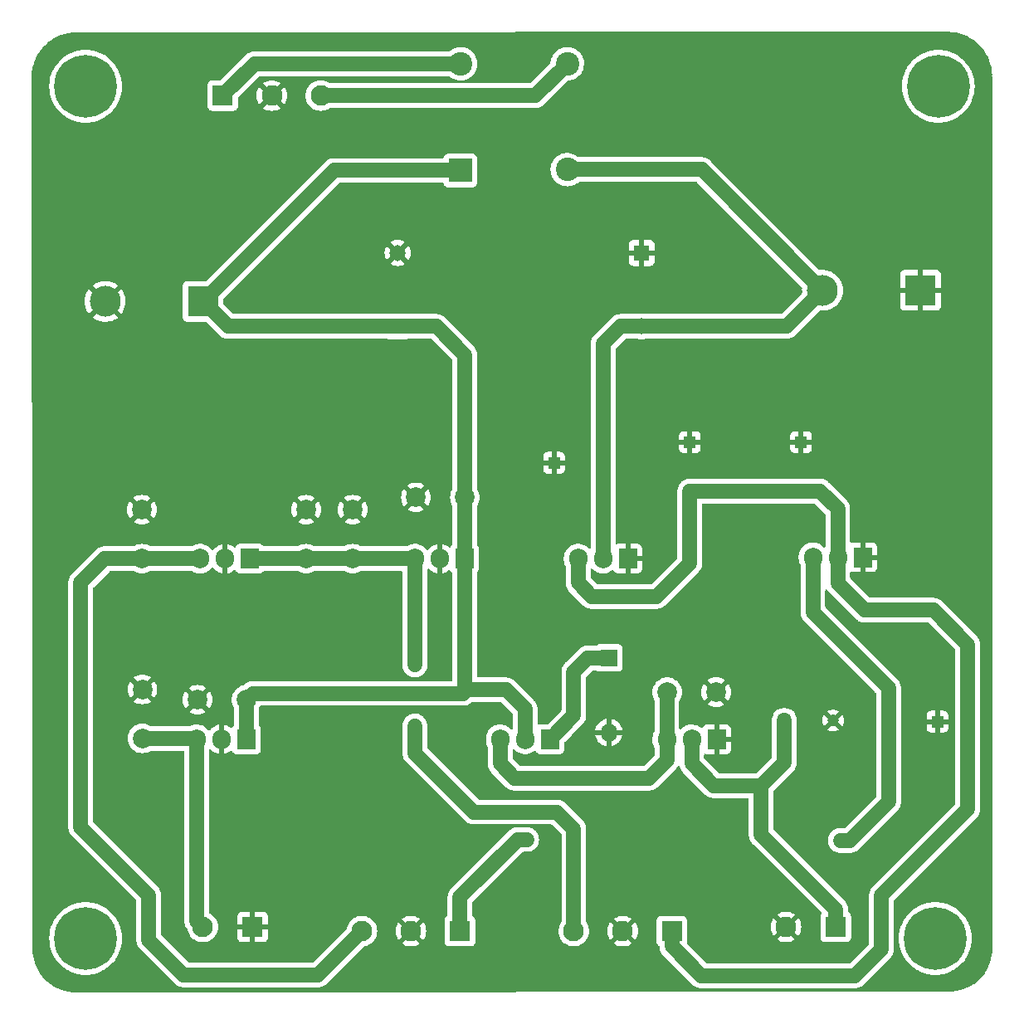
<source format=gbr>
%TF.GenerationSoftware,KiCad,Pcbnew,(6.0.0)*%
%TF.CreationDate,2022-02-28T16:45:58-03:00*%
%TF.ProjectId,Circuito fuente,43697263-7569-4746-9f20-6675656e7465,V02*%
%TF.SameCoordinates,Original*%
%TF.FileFunction,Copper,L2,Bot*%
%TF.FilePolarity,Positive*%
%FSLAX46Y46*%
G04 Gerber Fmt 4.6, Leading zero omitted, Abs format (unit mm)*
G04 Created by KiCad (PCBNEW (6.0.0)) date 2022-02-28 16:45:58*
%MOMM*%
%LPD*%
G01*
G04 APERTURE LIST*
%TA.AperFunction,ComponentPad*%
%ADD10C,2.000000*%
%TD*%
%TA.AperFunction,ComponentPad*%
%ADD11R,1.905000X2.000000*%
%TD*%
%TA.AperFunction,ComponentPad*%
%ADD12O,1.905000X2.000000*%
%TD*%
%TA.AperFunction,ComponentPad*%
%ADD13R,1.650000X1.650000*%
%TD*%
%TA.AperFunction,ComponentPad*%
%ADD14C,1.650000*%
%TD*%
%TA.AperFunction,ComponentPad*%
%ADD15C,0.800000*%
%TD*%
%TA.AperFunction,ComponentPad*%
%ADD16C,6.400000*%
%TD*%
%TA.AperFunction,ComponentPad*%
%ADD17R,1.200000X1.200000*%
%TD*%
%TA.AperFunction,ComponentPad*%
%ADD18C,1.200000*%
%TD*%
%TA.AperFunction,ComponentPad*%
%ADD19R,2.100000X2.100000*%
%TD*%
%TA.AperFunction,ComponentPad*%
%ADD20C,2.100000*%
%TD*%
%TA.AperFunction,ComponentPad*%
%ADD21R,1.800000X1.800000*%
%TD*%
%TA.AperFunction,ComponentPad*%
%ADD22O,1.800000X1.800000*%
%TD*%
%TA.AperFunction,ComponentPad*%
%ADD23C,1.190000*%
%TD*%
%TA.AperFunction,ComponentPad*%
%ADD24R,2.400000X2.400000*%
%TD*%
%TA.AperFunction,ComponentPad*%
%ADD25C,2.400000*%
%TD*%
%TA.AperFunction,ComponentPad*%
%ADD26R,3.150000X3.150000*%
%TD*%
%TA.AperFunction,ComponentPad*%
%ADD27C,3.150000*%
%TD*%
%TA.AperFunction,ViaPad*%
%ADD28C,1.500000*%
%TD*%
%TA.AperFunction,Conductor*%
%ADD29C,1.500000*%
%TD*%
G04 APERTURE END LIST*
D10*
%TO.P,C23,1,1*%
%TO.N,/+5V*%
X109750000Y-82750000D03*
%TO.P,C23,2,2*%
%TO.N,GND*%
X109750000Y-77750000D03*
%TD*%
D11*
%TO.P,Q1,1,B*%
%TO.N,Net-(D1-Pad1)*%
X151392000Y-101174000D03*
D12*
%TO.P,Q1,2,C*%
%TO.N,/+15DC*%
X148852000Y-101174000D03*
%TO.P,Q1,3,E*%
%TO.N,Net-(C26-Pad1)*%
X146312000Y-101174000D03*
%TD*%
D13*
%TO.P,C14,1*%
%TO.N,GND*%
X160738000Y-51554000D03*
D14*
%TO.P,C14,2*%
%TO.N,Net-(C12-Pad2)*%
X160738000Y-59054000D03*
%TD*%
D11*
%TO.P,U41,1,GND*%
%TO.N,GND*%
X183290000Y-82605000D03*
D12*
%TO.P,U41,2,VI*%
%TO.N,/-12V*%
X180750000Y-82605000D03*
%TO.P,U41,3,VO*%
%TO.N,/-5V*%
X178210000Y-82605000D03*
%TD*%
D15*
%TO.P,H2,1*%
%TO.N,N/C*%
X192394112Y-119802944D03*
D16*
X190697056Y-121500000D03*
D15*
X190697056Y-123900000D03*
X193097056Y-121500000D03*
X192394112Y-123197056D03*
X188297056Y-121500000D03*
X189000000Y-123197056D03*
X189000000Y-119802944D03*
X190697056Y-119100000D03*
%TD*%
D17*
%TO.P,C21,1*%
%TO.N,GND*%
X165650000Y-70850000D03*
D18*
%TO.P,C21,2*%
%TO.N,/-12V*%
X165650000Y-75850000D03*
%TD*%
D10*
%TO.P,C22,1,1*%
%TO.N,/+12V1*%
X126500000Y-82750000D03*
%TO.P,C22,2,2*%
%TO.N,GND*%
X126500000Y-77750000D03*
%TD*%
D19*
%TO.P,U1,1*%
%TO.N,/-15VAC*%
X118000000Y-35500000D03*
D20*
%TO.P,U1,2*%
%TO.N,GND*%
X123000000Y-35500000D03*
%TO.P,U1,3*%
%TO.N,/+15VAC*%
X128000000Y-35500000D03*
%TD*%
D10*
%TO.P,C17,1,1*%
%TO.N,/+12V2*%
X109792000Y-101084000D03*
%TO.P,C17,2,2*%
%TO.N,GND*%
X109792000Y-96084000D03*
%TD*%
D20*
%TO.P,U5,1*%
%TO.N,/+5V*%
X132190500Y-120750000D03*
%TO.P,U5,2*%
%TO.N,GND*%
X137190500Y-120750000D03*
D19*
%TO.P,U5,3*%
%TO.N,/-5V*%
X142190500Y-120750000D03*
%TD*%
D17*
%TO.P,C25,1*%
%TO.N,GND*%
X190924000Y-99370750D03*
D18*
%TO.P,C25,2*%
%TO.N,/-5V*%
X185924000Y-99370750D03*
%TD*%
D11*
%TO.P,U40,1,VI*%
%TO.N,/+12V1*%
X120750000Y-82750000D03*
D12*
%TO.P,U40,2,GND*%
%TO.N,GND*%
X118210000Y-82750000D03*
%TO.P,U40,3,VO*%
%TO.N,/+5V*%
X115670000Y-82750000D03*
%TD*%
D10*
%TO.P,C26,1,1*%
%TO.N,Net-(C26-Pad1)*%
X163342000Y-96374000D03*
%TO.P,C26,2,2*%
%TO.N,GND*%
X168342000Y-96374000D03*
%TD*%
D15*
%TO.P,H1,1*%
%TO.N,N/C*%
X101600000Y-121500000D03*
X102302944Y-119802944D03*
D16*
X104000000Y-121500000D03*
D15*
X105697056Y-123197056D03*
X106400000Y-121500000D03*
X104000000Y-123900000D03*
X105697056Y-119802944D03*
X102302944Y-123197056D03*
X104000000Y-119100000D03*
%TD*%
D21*
%TO.P,D1,1,K*%
%TO.N,Net-(D1-Pad1)*%
X157392000Y-92864000D03*
D22*
%TO.P,D1,2,A*%
%TO.N,GND*%
X157392000Y-100484000D03*
%TD*%
D23*
%TO.P,R1,1*%
%TO.N,/+15DC*%
X142877000Y-96124000D03*
%TO.P,R1,2*%
%TO.N,Net-(D1-Pad1)*%
X153807000Y-96124000D03*
%TD*%
D11*
%TO.P,U39,1,GND*%
%TO.N,GND*%
X159333332Y-82750000D03*
D12*
%TO.P,U39,2,VI*%
%TO.N,Net-(C12-Pad2)*%
X156793332Y-82750000D03*
%TO.P,U39,3,VO*%
%TO.N,/-12V*%
X154253332Y-82750000D03*
%TD*%
D11*
%TO.P,U45,1,GND*%
%TO.N,GND*%
X168382000Y-101174000D03*
D12*
%TO.P,U45,2,VO*%
%TO.N,/+3\u002C3V*%
X165842000Y-101174000D03*
%TO.P,U45,3,VI*%
%TO.N,Net-(C26-Pad1)*%
X163302000Y-101174000D03*
%TD*%
D19*
%TO.P,U6,1*%
%TO.N,/+3\u002C3V*%
X180540000Y-120323903D03*
D20*
%TO.P,U6,2*%
%TO.N,GND*%
X175460000Y-120323903D03*
%TD*%
D10*
%TO.P,C19,1,1*%
%TO.N,/+12V1*%
X131250000Y-82750000D03*
%TO.P,C19,2,2*%
%TO.N,GND*%
X131250000Y-77750000D03*
%TD*%
D17*
%TO.P,C27,1*%
%TO.N,/+3\u002C3V*%
X175274000Y-99264000D03*
D18*
%TO.P,C27,2*%
%TO.N,GND*%
X180274000Y-99264000D03*
%TD*%
D20*
%TO.P,U2,1*%
%TO.N,/+12V2*%
X115960000Y-120323903D03*
D19*
%TO.P,U2,2*%
%TO.N,GND*%
X121040000Y-120323903D03*
%TD*%
D15*
%TO.P,H3,1*%
%TO.N,N/C*%
X189302944Y-36247056D03*
X189302944Y-32852944D03*
X193400000Y-34550000D03*
X191000000Y-32150000D03*
X188600000Y-34550000D03*
X191000000Y-36950000D03*
D16*
X191000000Y-34550000D03*
D15*
X192697056Y-32852944D03*
X192697056Y-36247056D03*
%TD*%
D13*
%TO.P,C10,1*%
%TO.N,/+15DC*%
X135846000Y-59054000D03*
D14*
%TO.P,C10,2*%
%TO.N,GND*%
X135846000Y-51554000D03*
%TD*%
D11*
%TO.P,U4,1,VI*%
%TO.N,/+15DC*%
X120417000Y-101174000D03*
D12*
%TO.P,U4,2,GND*%
%TO.N,GND*%
X117877000Y-101174000D03*
%TO.P,U4,3,VO*%
%TO.N,/+12V2*%
X115337000Y-101174000D03*
%TD*%
D10*
%TO.P,C16,1,1*%
%TO.N,/+15DC*%
X120417000Y-97149000D03*
%TO.P,C16,2,2*%
%TO.N,GND*%
X115417000Y-97149000D03*
%TD*%
D24*
%TO.P,D2,1,+*%
%TO.N,/+15DC*%
X142250000Y-43150000D03*
D25*
%TO.P,D2,2,-*%
%TO.N,Net-(C12-Pad2)*%
X153150000Y-43050000D03*
%TO.P,D2,3*%
%TO.N,/+15VAC*%
X153150000Y-32250000D03*
%TO.P,D2,4*%
%TO.N,/-15VAC*%
X142250000Y-32250000D03*
%TD*%
D26*
%TO.P,C12,1*%
%TO.N,GND*%
X189186000Y-55364000D03*
D27*
%TO.P,C12,2*%
%TO.N,Net-(C12-Pad2)*%
X179186000Y-55364000D03*
%TD*%
D17*
%TO.P,C24,1*%
%TO.N,GND*%
X177000000Y-70850000D03*
D18*
%TO.P,C24,2*%
%TO.N,/-12V*%
X177000000Y-75850000D03*
%TD*%
D15*
%TO.P,H4,1*%
%TO.N,N/C*%
X105697056Y-36247056D03*
X104000000Y-36950000D03*
X101600000Y-34550000D03*
X105697056Y-32852944D03*
X104000000Y-32150000D03*
X106400000Y-34550000D03*
X102302944Y-32852944D03*
X102302944Y-36247056D03*
D16*
X104000000Y-34550000D03*
%TD*%
D20*
%TO.P,U3,1*%
%TO.N,/+12V1*%
X153809500Y-120750000D03*
%TO.P,U3,2*%
%TO.N,GND*%
X158809500Y-120750000D03*
D19*
%TO.P,U3,3*%
%TO.N,/-12V*%
X163809500Y-120750000D03*
%TD*%
D10*
%TO.P,C18,1,1*%
%TO.N,/+15DC*%
X142700000Y-76500000D03*
%TO.P,C18,2,2*%
%TO.N,GND*%
X137700000Y-76500000D03*
%TD*%
D11*
%TO.P,U35,1,VI*%
%TO.N,/+15DC*%
X142666666Y-82750000D03*
D12*
%TO.P,U35,2,GND*%
%TO.N,GND*%
X140126666Y-82750000D03*
%TO.P,U35,3,VO*%
%TO.N,/+12V1*%
X137586666Y-82750000D03*
%TD*%
D17*
%TO.P,C20,1*%
%TO.N,GND*%
X151793250Y-72956750D03*
D18*
%TO.P,C20,2*%
%TO.N,Net-(C12-Pad2)*%
X156793250Y-72956750D03*
%TD*%
D26*
%TO.P,C8,1*%
%TO.N,/+15DC*%
X116000000Y-56500000D03*
D27*
%TO.P,C8,2*%
%TO.N,GND*%
X106000000Y-56500000D03*
%TD*%
D28*
%TO.N,/+12V1*%
X137600000Y-99800000D03*
X137600000Y-93600000D03*
%TO.N,/-5V*%
X181000000Y-111500000D03*
X149000000Y-111400000D03*
%TD*%
D29*
%TO.N,/+12V1*%
X137600000Y-102600000D02*
X143600000Y-108600000D01*
X137586666Y-82750000D02*
X137586666Y-93586666D01*
X126500000Y-82750000D02*
X131250000Y-82750000D01*
X137600000Y-99800000D02*
X137600000Y-102600000D01*
X137586666Y-93586666D02*
X137600000Y-93600000D01*
X143600000Y-108600000D02*
X152100000Y-108600000D01*
X152100000Y-108600000D02*
X153809500Y-110309500D01*
X153809500Y-110309500D02*
X153809500Y-120750000D01*
X131250000Y-82750000D02*
X137586666Y-82750000D01*
X120750000Y-82750000D02*
X126500000Y-82750000D01*
%TO.N,/-12V*%
X183500000Y-88000000D02*
X190500000Y-88000000D01*
X185200000Y-117100000D02*
X185200000Y-122600000D01*
X182500000Y-125300000D02*
X166800000Y-125300000D01*
X180750000Y-85250000D02*
X183500000Y-88000000D01*
X166800000Y-125300000D02*
X163809500Y-122309500D01*
X194000000Y-108300000D02*
X185200000Y-117100000D01*
X178938000Y-75850000D02*
X180750000Y-77662000D01*
X154253332Y-85201332D02*
X155658000Y-86606000D01*
X155658000Y-86606000D02*
X162262000Y-86606000D01*
X180750000Y-82605000D02*
X180750000Y-85250000D01*
X177000000Y-75850000D02*
X178938000Y-75850000D01*
X163809500Y-122309500D02*
X163809500Y-120750000D01*
X180750000Y-77662000D02*
X180750000Y-82605000D01*
X154253332Y-82750000D02*
X154253332Y-85201332D01*
X165650000Y-75850000D02*
X177000000Y-75850000D01*
X185200000Y-122600000D02*
X182500000Y-125300000D01*
X165650000Y-83218000D02*
X165650000Y-75850000D01*
X194000000Y-91500000D02*
X194000000Y-108300000D01*
X190500000Y-88000000D02*
X194000000Y-91500000D01*
X162262000Y-86606000D02*
X165650000Y-83218000D01*
%TO.N,/+3\u002C3V*%
X172930000Y-110930000D02*
X172930000Y-108430000D01*
X168104000Y-105910000D02*
X172930000Y-105910000D01*
X180540000Y-118540000D02*
X172930000Y-110930000D01*
X165842000Y-101174000D02*
X165842000Y-103648000D01*
X172930000Y-105910000D02*
X175274000Y-103566000D01*
X175274000Y-103566000D02*
X175274000Y-99264000D01*
X180540000Y-120323903D02*
X180540000Y-118540000D01*
X165842000Y-103648000D02*
X168104000Y-105910000D01*
X172930000Y-105910000D02*
X172930000Y-108430000D01*
%TO.N,/+12V2*%
X109792000Y-101084000D02*
X115247000Y-101084000D01*
X115247000Y-101084000D02*
X115337000Y-101174000D01*
X115337000Y-101174000D02*
X115337000Y-119700903D01*
X115337000Y-119700903D02*
X115960000Y-120323903D01*
%TO.N,/+5V*%
X115670000Y-82750000D02*
X109750000Y-82750000D01*
X103500000Y-85170000D02*
X105920000Y-82750000D01*
X132190500Y-120750000D02*
X127726500Y-125214000D01*
X114002000Y-125214000D02*
X110446000Y-121658000D01*
X110446000Y-121658000D02*
X110446000Y-117086000D01*
X103500000Y-110140000D02*
X103500000Y-85170000D01*
X105920000Y-82750000D02*
X109750000Y-82750000D01*
X127726500Y-125214000D02*
X114002000Y-125214000D01*
X110446000Y-117086000D02*
X103500000Y-110140000D01*
%TO.N,/-5V*%
X148100000Y-111400000D02*
X142190500Y-117309500D01*
X149000000Y-111400000D02*
X148100000Y-111400000D01*
X178210000Y-88210000D02*
X185924000Y-95924000D01*
X142190500Y-117309500D02*
X142190500Y-120750000D01*
X178210000Y-82605000D02*
X178210000Y-88210000D01*
X185924000Y-95924000D02*
X185924000Y-99370750D01*
X181000000Y-111500000D02*
X182000000Y-111500000D01*
X185924000Y-107576000D02*
X185924000Y-99370750D01*
X182000000Y-111500000D02*
X185924000Y-107576000D01*
%TO.N,Net-(C26-Pad1)*%
X146312000Y-101174000D02*
X146312000Y-103676000D01*
X146312000Y-103676000D02*
X147784000Y-105148000D01*
X161500000Y-105148000D02*
X163302000Y-103346000D01*
X147784000Y-105148000D02*
X161500000Y-105148000D01*
X163302000Y-96414000D02*
X163342000Y-96374000D01*
X163302000Y-103346000D02*
X163302000Y-101174000D01*
X163302000Y-101174000D02*
X163302000Y-96414000D01*
%TO.N,Net-(D1-Pad1)*%
X157392000Y-92864000D02*
X155242000Y-92864000D01*
X155242000Y-92864000D02*
X153807000Y-94299000D01*
X153807000Y-98759000D02*
X151392000Y-101174000D01*
X153807000Y-96124000D02*
X153807000Y-98759000D01*
X153807000Y-94299000D02*
X153807000Y-96124000D01*
%TO.N,/-15VAC*%
X118000000Y-35500000D02*
X121250000Y-32250000D01*
X121250000Y-32250000D02*
X142250000Y-32250000D01*
%TO.N,/+15VAC*%
X128000000Y-35500000D02*
X149900000Y-35500000D01*
X149900000Y-35500000D02*
X153150000Y-32250000D01*
%TO.N,/+15DC*%
X142700000Y-61964000D02*
X142700000Y-76500000D01*
X139790000Y-59054000D02*
X142700000Y-61964000D01*
X142250000Y-43150000D02*
X129350000Y-43150000D01*
X135846000Y-59054000D02*
X118554000Y-59054000D01*
X120417000Y-97149000D02*
X121066000Y-96500000D01*
X148852000Y-98088000D02*
X148852000Y-101174000D01*
X118554000Y-59054000D02*
X116000000Y-56500000D01*
X129350000Y-43150000D02*
X116000000Y-56500000D01*
X135846000Y-59054000D02*
X139790000Y-59054000D01*
X142700000Y-82716666D02*
X142666666Y-82750000D01*
X121066000Y-96500000D02*
X142501000Y-96500000D01*
X142877000Y-96124000D02*
X146888000Y-96124000D01*
X142666666Y-95913666D02*
X142877000Y-96124000D01*
X142501000Y-96500000D02*
X142877000Y-96124000D01*
X120417000Y-97149000D02*
X120417000Y-101174000D01*
X142666666Y-82750000D02*
X142666666Y-95913666D01*
X146888000Y-96124000D02*
X148852000Y-98088000D01*
X142700000Y-76500000D02*
X142700000Y-82716666D01*
%TO.N,Net-(C12-Pad2)*%
X156793250Y-60832750D02*
X156793250Y-72956750D01*
X160738000Y-59054000D02*
X175496000Y-59054000D01*
X160738000Y-59054000D02*
X158572000Y-59054000D01*
X166872000Y-43050000D02*
X179186000Y-55364000D01*
X153150000Y-43050000D02*
X166872000Y-43050000D01*
X175496000Y-59054000D02*
X179186000Y-55364000D01*
X156793250Y-72956750D02*
X156793250Y-82749918D01*
X158572000Y-59054000D02*
X156793250Y-60832750D01*
X156793250Y-82749918D02*
X156793332Y-82750000D01*
%TD*%
%TA.AperFunction,Conductor*%
%TO.N,GND*%
G36*
X191970224Y-29009526D02*
G01*
X191993730Y-29013186D01*
X192014158Y-29010515D01*
X192035983Y-29009571D01*
X192386007Y-29024853D01*
X192396958Y-29025811D01*
X192774579Y-29075527D01*
X192785403Y-29077436D01*
X193157243Y-29159870D01*
X193167860Y-29162715D01*
X193531110Y-29277248D01*
X193541425Y-29281001D01*
X193893334Y-29426766D01*
X193903269Y-29431399D01*
X194241128Y-29607278D01*
X194250637Y-29612768D01*
X194571860Y-29817410D01*
X194580864Y-29823714D01*
X194883043Y-30055583D01*
X194891460Y-30062647D01*
X195002095Y-30164024D01*
X195172268Y-30319959D01*
X195180037Y-30327728D01*
X195377451Y-30543168D01*
X195437351Y-30608537D01*
X195444414Y-30616954D01*
X195560351Y-30768046D01*
X195676286Y-30919136D01*
X195682590Y-30928140D01*
X195887232Y-31249363D01*
X195892722Y-31258872D01*
X196068601Y-31596731D01*
X196073234Y-31606666D01*
X196218996Y-31958568D01*
X196222752Y-31968890D01*
X196312383Y-32253160D01*
X196337285Y-32332139D01*
X196340130Y-32342757D01*
X196422564Y-32714597D01*
X196424473Y-32725421D01*
X196474189Y-33103042D01*
X196475147Y-33113993D01*
X196490104Y-33456583D01*
X196488724Y-33481461D01*
X196486814Y-33493730D01*
X196489274Y-33512539D01*
X196490960Y-33525431D01*
X196492024Y-33541693D01*
X196513148Y-71122115D01*
X196541972Y-122400777D01*
X196540472Y-122420229D01*
X196538196Y-122434852D01*
X196536814Y-122443730D01*
X196539485Y-122464158D01*
X196540429Y-122485983D01*
X196529110Y-122745233D01*
X196525147Y-122836007D01*
X196524189Y-122846958D01*
X196474473Y-123224579D01*
X196472564Y-123235403D01*
X196390130Y-123607243D01*
X196387285Y-123617860D01*
X196280828Y-123955500D01*
X196272755Y-123981103D01*
X196268999Y-123991425D01*
X196145337Y-124289974D01*
X196123238Y-124343325D01*
X196118601Y-124353269D01*
X195942722Y-124691128D01*
X195937233Y-124700635D01*
X195905378Y-124750637D01*
X195732590Y-125021860D01*
X195726286Y-125030864D01*
X195649002Y-125131583D01*
X195601687Y-125193246D01*
X195494417Y-125333043D01*
X195487353Y-125341460D01*
X195328182Y-125515166D01*
X195230041Y-125622268D01*
X195222272Y-125630037D01*
X194941463Y-125887351D01*
X194933043Y-125894417D01*
X194630864Y-126126286D01*
X194621860Y-126132590D01*
X194439716Y-126248629D01*
X194302554Y-126336011D01*
X194300637Y-126337232D01*
X194291128Y-126342722D01*
X193953269Y-126518601D01*
X193943334Y-126523234D01*
X193591425Y-126668999D01*
X193581110Y-126672752D01*
X193217861Y-126787285D01*
X193207243Y-126790130D01*
X192835403Y-126872564D01*
X192824579Y-126874473D01*
X192446958Y-126924189D01*
X192436007Y-126925147D01*
X192093417Y-126940104D01*
X192068539Y-126938724D01*
X192068160Y-126938665D01*
X192056270Y-126936814D01*
X192024561Y-126940960D01*
X192008307Y-126942024D01*
X103099217Y-126991973D01*
X103079776Y-126990474D01*
X103056270Y-126986814D01*
X103035842Y-126989485D01*
X103014017Y-126990429D01*
X102663993Y-126975147D01*
X102653042Y-126974189D01*
X102275421Y-126924473D01*
X102264597Y-126922564D01*
X101892757Y-126840130D01*
X101882139Y-126837285D01*
X101518890Y-126722752D01*
X101508575Y-126718999D01*
X101156666Y-126573234D01*
X101146731Y-126568601D01*
X100808872Y-126392722D01*
X100799363Y-126387232D01*
X100478140Y-126182590D01*
X100469136Y-126176286D01*
X100166957Y-125944417D01*
X100158537Y-125937351D01*
X100111683Y-125894417D01*
X99877728Y-125680037D01*
X99869959Y-125672268D01*
X99680186Y-125465166D01*
X99612647Y-125391460D01*
X99605583Y-125383043D01*
X99373714Y-125080864D01*
X99367410Y-125071860D01*
X99162768Y-124750637D01*
X99157278Y-124741128D01*
X98981399Y-124403269D01*
X98976762Y-124393325D01*
X98960179Y-124353288D01*
X98831001Y-124041425D01*
X98827245Y-124031103D01*
X98803408Y-123955500D01*
X98712715Y-123667860D01*
X98709870Y-123657243D01*
X98627436Y-123285403D01*
X98625527Y-123274579D01*
X98575811Y-122896957D01*
X98574853Y-122886006D01*
X98568157Y-122732642D01*
X98560059Y-122547172D01*
X98561686Y-122520769D01*
X98562263Y-122517342D01*
X98562263Y-122517340D01*
X98563071Y-122512539D01*
X98563224Y-122500000D01*
X98559247Y-122472231D01*
X98557974Y-122454439D01*
X98557437Y-121500000D01*
X100286411Y-121500000D01*
X100306754Y-121888176D01*
X100307267Y-121891416D01*
X100307268Y-121891424D01*
X100326001Y-122009694D01*
X100367562Y-122272099D01*
X100468167Y-122647562D01*
X100469352Y-122650650D01*
X100469353Y-122650652D01*
X100509415Y-122755016D01*
X100607468Y-123010453D01*
X100608966Y-123013393D01*
X100776143Y-123341495D01*
X100783938Y-123356794D01*
X100785734Y-123359560D01*
X100785736Y-123359563D01*
X100950069Y-123612615D01*
X100995643Y-123682793D01*
X100997718Y-123685355D01*
X101237211Y-123981103D01*
X101240266Y-123984876D01*
X101515124Y-124259734D01*
X101817207Y-124504357D01*
X101819970Y-124506152D01*
X101819971Y-124506152D01*
X102119453Y-124700637D01*
X102143205Y-124716062D01*
X102146139Y-124717557D01*
X102146146Y-124717561D01*
X102211062Y-124750637D01*
X102489547Y-124892532D01*
X102852438Y-125031833D01*
X103227901Y-125132438D01*
X103431793Y-125164732D01*
X103608576Y-125192732D01*
X103608584Y-125192733D01*
X103611824Y-125193246D01*
X104000000Y-125213589D01*
X104388176Y-125193246D01*
X104391416Y-125192733D01*
X104391424Y-125192732D01*
X104568207Y-125164732D01*
X104772099Y-125132438D01*
X105147562Y-125031833D01*
X105510453Y-124892532D01*
X105788938Y-124750637D01*
X105853854Y-124717561D01*
X105853861Y-124717557D01*
X105856795Y-124716062D01*
X105880548Y-124700637D01*
X106180029Y-124506152D01*
X106180030Y-124506152D01*
X106182793Y-124504357D01*
X106484876Y-124259734D01*
X106759734Y-123984876D01*
X106762790Y-123981103D01*
X107002282Y-123685355D01*
X107004357Y-123682793D01*
X107049931Y-123612615D01*
X107214264Y-123359563D01*
X107214266Y-123359560D01*
X107216062Y-123356794D01*
X107223858Y-123341495D01*
X107391034Y-123013393D01*
X107392532Y-123010453D01*
X107490585Y-122755016D01*
X107530647Y-122650652D01*
X107530648Y-122650650D01*
X107531833Y-122647562D01*
X107632438Y-122272099D01*
X107673999Y-122009694D01*
X107692732Y-121891424D01*
X107692733Y-121891416D01*
X107693246Y-121888176D01*
X107713589Y-121500000D01*
X107693246Y-121111824D01*
X107632438Y-120727901D01*
X107531833Y-120352438D01*
X107528641Y-120344121D01*
X107429520Y-120085903D01*
X107392532Y-119989547D01*
X107346010Y-119898243D01*
X107217561Y-119646147D01*
X107217557Y-119646140D01*
X107216062Y-119643206D01*
X107204859Y-119625954D01*
X107006152Y-119319971D01*
X107006152Y-119319970D01*
X107004357Y-119317207D01*
X106879957Y-119163587D01*
X106761809Y-119017686D01*
X106761806Y-119017682D01*
X106759734Y-119015124D01*
X106484876Y-118740266D01*
X106182793Y-118495643D01*
X106163326Y-118483001D01*
X105859564Y-118285736D01*
X105859561Y-118285734D01*
X105856795Y-118283938D01*
X105853861Y-118282443D01*
X105853854Y-118282439D01*
X105513393Y-118108966D01*
X105510453Y-118107468D01*
X105147562Y-117968167D01*
X104772099Y-117867562D01*
X104539913Y-117830787D01*
X104391424Y-117807268D01*
X104391416Y-117807267D01*
X104388176Y-117806754D01*
X104000000Y-117786411D01*
X103611824Y-117806754D01*
X103608584Y-117807267D01*
X103608576Y-117807268D01*
X103460087Y-117830787D01*
X103227901Y-117867562D01*
X102852438Y-117968167D01*
X102489547Y-118107468D01*
X102486607Y-118108966D01*
X102146147Y-118282439D01*
X102146140Y-118282443D01*
X102143206Y-118283938D01*
X102140440Y-118285734D01*
X102140437Y-118285736D01*
X102004348Y-118374113D01*
X101817207Y-118495643D01*
X101515124Y-118740266D01*
X101240266Y-119015124D01*
X101238194Y-119017682D01*
X101238191Y-119017686D01*
X101120043Y-119163587D01*
X100995643Y-119317207D01*
X100993848Y-119319970D01*
X100993848Y-119319971D01*
X100795142Y-119625954D01*
X100783938Y-119643206D01*
X100782443Y-119646140D01*
X100782439Y-119646147D01*
X100653990Y-119898243D01*
X100607468Y-119989547D01*
X100570480Y-120085903D01*
X100471360Y-120344121D01*
X100468167Y-120352438D01*
X100367562Y-120727901D01*
X100306754Y-121111824D01*
X100286411Y-121500000D01*
X98557437Y-121500000D01*
X98551022Y-110087086D01*
X102237521Y-110087086D01*
X102240619Y-110152772D01*
X102241360Y-110168488D01*
X102241500Y-110174424D01*
X102241500Y-110196999D01*
X102243381Y-110218079D01*
X102243819Y-110222988D01*
X102244178Y-110228248D01*
X102248104Y-110311488D01*
X102249354Y-110316947D01*
X102249355Y-110316952D01*
X102252108Y-110328970D01*
X102254789Y-110345899D01*
X102256383Y-110363762D01*
X102257865Y-110369178D01*
X102257865Y-110369180D01*
X102278370Y-110444133D01*
X102279656Y-110449251D01*
X102298258Y-110530470D01*
X102300460Y-110535632D01*
X102305294Y-110546967D01*
X102310927Y-110563142D01*
X102314182Y-110575039D01*
X102315663Y-110580451D01*
X102318079Y-110585516D01*
X102351539Y-110655667D01*
X102353710Y-110660476D01*
X102374605Y-110709464D01*
X102386397Y-110737109D01*
X102396251Y-110752110D01*
X102404654Y-110767025D01*
X102412378Y-110783218D01*
X102415648Y-110787769D01*
X102415650Y-110787772D01*
X102419193Y-110792702D01*
X102458112Y-110846863D01*
X102460999Y-110850881D01*
X102463989Y-110855232D01*
X102507196Y-110921010D01*
X102507202Y-110921018D01*
X102509735Y-110924874D01*
X102528257Y-110945662D01*
X102536490Y-110955939D01*
X102543471Y-110965654D01*
X102568384Y-110989796D01*
X102620255Y-111040063D01*
X102621665Y-111041452D01*
X109150595Y-117570383D01*
X109184621Y-117632695D01*
X109187500Y-117659478D01*
X109187500Y-121566604D01*
X109186422Y-121583051D01*
X109183521Y-121605086D01*
X109186331Y-121664670D01*
X109187360Y-121686488D01*
X109187500Y-121692424D01*
X109187500Y-121714999D01*
X109188805Y-121729627D01*
X109189819Y-121740988D01*
X109190178Y-121746248D01*
X109194104Y-121829488D01*
X109195354Y-121834947D01*
X109195355Y-121834952D01*
X109198108Y-121846970D01*
X109200789Y-121863899D01*
X109202383Y-121881762D01*
X109203865Y-121887178D01*
X109203865Y-121887180D01*
X109224370Y-121962133D01*
X109225656Y-121967251D01*
X109237129Y-122017342D01*
X109244258Y-122048470D01*
X109246460Y-122053632D01*
X109251294Y-122064967D01*
X109256927Y-122081142D01*
X109260182Y-122093039D01*
X109261663Y-122098451D01*
X109264079Y-122103516D01*
X109297539Y-122173667D01*
X109299710Y-122178476D01*
X109332397Y-122255109D01*
X109342251Y-122270110D01*
X109350654Y-122285025D01*
X109358378Y-122301218D01*
X109361648Y-122305769D01*
X109361650Y-122305772D01*
X109406999Y-122368881D01*
X109409989Y-122373232D01*
X109453196Y-122439010D01*
X109453202Y-122439018D01*
X109455735Y-122442874D01*
X109474257Y-122463662D01*
X109482490Y-122473939D01*
X109489471Y-122483654D01*
X109546253Y-122538680D01*
X109566255Y-122558063D01*
X109567665Y-122559452D01*
X113047475Y-126039263D01*
X113058342Y-126051653D01*
X113071877Y-126069292D01*
X113098751Y-126093745D01*
X113132174Y-126124158D01*
X113136469Y-126128257D01*
X113152410Y-126144198D01*
X113172436Y-126160942D01*
X113176391Y-126164392D01*
X113193138Y-126179631D01*
X113231192Y-126214257D01*
X113238036Y-126220485D01*
X113242790Y-126223467D01*
X113253230Y-126230016D01*
X113267090Y-126240085D01*
X113280853Y-126251593D01*
X113329862Y-126279547D01*
X113353218Y-126292869D01*
X113357747Y-126295579D01*
X113422202Y-126336011D01*
X113428344Y-126339864D01*
X113433548Y-126341956D01*
X113444983Y-126346553D01*
X113460413Y-126354012D01*
X113471119Y-126360119D01*
X113471128Y-126360123D01*
X113475993Y-126362898D01*
X113554538Y-126390712D01*
X113559450Y-126392568D01*
X113636783Y-126423656D01*
X113654361Y-126427296D01*
X113670854Y-126431902D01*
X113687759Y-126437888D01*
X113693293Y-126438794D01*
X113693296Y-126438795D01*
X113769977Y-126451352D01*
X113775149Y-126452311D01*
X113856767Y-126469213D01*
X113867328Y-126469822D01*
X113884563Y-126470816D01*
X113897669Y-126472263D01*
X113903914Y-126473286D01*
X113903921Y-126473287D01*
X113909457Y-126474193D01*
X113915071Y-126474105D01*
X113915073Y-126474105D01*
X114016230Y-126472516D01*
X114018209Y-126472500D01*
X127635104Y-126472500D01*
X127651551Y-126473578D01*
X127668016Y-126475746D01*
X127668020Y-126475746D01*
X127673586Y-126476479D01*
X127754989Y-126472640D01*
X127760924Y-126472500D01*
X127783499Y-126472500D01*
X127809489Y-126470181D01*
X127814748Y-126469822D01*
X127897988Y-126465896D01*
X127903447Y-126464646D01*
X127903452Y-126464645D01*
X127915470Y-126461892D01*
X127932399Y-126459211D01*
X127950262Y-126457617D01*
X127955678Y-126456135D01*
X127955680Y-126456135D01*
X128030633Y-126435630D01*
X128035751Y-126434344D01*
X128111500Y-126416995D01*
X128111502Y-126416994D01*
X128116970Y-126415742D01*
X128127470Y-126411263D01*
X128133467Y-126408706D01*
X128149642Y-126403073D01*
X128161539Y-126399818D01*
X128161543Y-126399817D01*
X128166951Y-126398337D01*
X128237326Y-126364770D01*
X128242167Y-126362461D01*
X128246976Y-126360290D01*
X128318449Y-126329804D01*
X128318450Y-126329804D01*
X128323609Y-126327603D01*
X128338610Y-126317749D01*
X128353525Y-126309346D01*
X128369718Y-126301622D01*
X128374269Y-126298352D01*
X128374272Y-126298350D01*
X128411285Y-126271753D01*
X128437392Y-126252994D01*
X128441732Y-126250011D01*
X128507510Y-126206804D01*
X128507518Y-126206798D01*
X128511374Y-126204265D01*
X128532162Y-126185743D01*
X128542439Y-126177510D01*
X128552154Y-126170529D01*
X128626563Y-126093745D01*
X128627952Y-126092335D01*
X132398294Y-122321994D01*
X132457975Y-122288570D01*
X132534908Y-122270100D01*
X132673592Y-122236805D01*
X132678163Y-122234912D01*
X132678165Y-122234911D01*
X132755533Y-122202864D01*
X132900232Y-122142927D01*
X133086263Y-122028928D01*
X133102415Y-122019030D01*
X136286300Y-122019030D01*
X136292027Y-122026680D01*
X136476772Y-122139893D01*
X136485567Y-122144375D01*
X136702990Y-122234434D01*
X136712375Y-122237483D01*
X136941208Y-122292422D01*
X136950955Y-122293965D01*
X137185570Y-122312430D01*
X137195430Y-122312430D01*
X137430045Y-122293965D01*
X137439792Y-122292422D01*
X137668625Y-122237483D01*
X137678010Y-122234434D01*
X137895433Y-122144375D01*
X137904228Y-122139893D01*
X138085305Y-122028928D01*
X138094767Y-122018470D01*
X138090984Y-122009694D01*
X137929424Y-121848134D01*
X140632000Y-121848134D01*
X140638755Y-121910316D01*
X140689885Y-122046705D01*
X140777239Y-122163261D01*
X140893795Y-122250615D01*
X141030184Y-122301745D01*
X141092366Y-122308500D01*
X143288634Y-122308500D01*
X143350816Y-122301745D01*
X143487205Y-122250615D01*
X143603761Y-122163261D01*
X143691115Y-122046705D01*
X143742245Y-121910316D01*
X143749000Y-121848134D01*
X143749000Y-119651866D01*
X143742245Y-119589684D01*
X143691115Y-119453295D01*
X143603761Y-119336739D01*
X143499435Y-119258551D01*
X143456920Y-119201692D01*
X143449000Y-119157725D01*
X143449000Y-117882977D01*
X143469002Y-117814856D01*
X143485905Y-117793882D01*
X148584383Y-112695405D01*
X148646695Y-112661379D01*
X148673478Y-112658500D01*
X148939548Y-112658500D01*
X148950529Y-112658979D01*
X149000000Y-112663307D01*
X149005475Y-112662828D01*
X149005477Y-112662828D01*
X149053054Y-112658666D01*
X149055567Y-112658500D01*
X149056999Y-112658500D01*
X149062682Y-112657993D01*
X149158854Y-112649410D01*
X149159073Y-112649390D01*
X149217051Y-112644318D01*
X149219371Y-112644115D01*
X149219965Y-112643956D01*
X149223762Y-112643617D01*
X149229176Y-112642136D01*
X149344079Y-112610702D01*
X149344715Y-112610530D01*
X149426750Y-112588548D01*
X149426759Y-112588545D01*
X149432076Y-112587120D01*
X149434204Y-112586127D01*
X149435035Y-112585819D01*
X149440451Y-112584337D01*
X149445509Y-112581925D01*
X149445513Y-112581923D01*
X149545097Y-112534424D01*
X149546091Y-112533955D01*
X149626671Y-112496380D01*
X149626675Y-112496378D01*
X149631654Y-112494056D01*
X149634641Y-112491964D01*
X149636953Y-112490748D01*
X149638157Y-112490036D01*
X149643218Y-112487622D01*
X149647766Y-112484354D01*
X149647771Y-112484351D01*
X149733207Y-112422959D01*
X149734462Y-112422069D01*
X149794906Y-112379745D01*
X149812038Y-112367749D01*
X149815706Y-112364081D01*
X149820084Y-112360678D01*
X149821097Y-112359803D01*
X149825654Y-112356529D01*
X149900063Y-112279745D01*
X149901452Y-112278335D01*
X149967749Y-112212038D01*
X149970905Y-112207530D01*
X149973573Y-112204351D01*
X149977160Y-112200374D01*
X149978082Y-112199236D01*
X149981992Y-112195201D01*
X149985121Y-112190545D01*
X149985128Y-112190536D01*
X150039722Y-112109292D01*
X150041090Y-112107298D01*
X150090896Y-112036167D01*
X150090899Y-112036161D01*
X150094056Y-112031653D01*
X150096382Y-112026666D01*
X150099132Y-112021902D01*
X150099334Y-112022019D01*
X150102565Y-112016298D01*
X150104162Y-112013393D01*
X150107290Y-112008738D01*
X150147648Y-111916799D01*
X150148818Y-111914214D01*
X150184798Y-111837055D01*
X150187120Y-111832076D01*
X150188543Y-111826765D01*
X150190424Y-111821597D01*
X150190456Y-111821609D01*
X150194546Y-111809964D01*
X150195332Y-111808173D01*
X150195333Y-111808170D01*
X150197588Y-111803033D01*
X150220351Y-111708221D01*
X150221142Y-111705107D01*
X150242692Y-111624683D01*
X150242693Y-111624679D01*
X150244115Y-111619371D01*
X150244694Y-111612755D01*
X150247697Y-111594316D01*
X150250032Y-111584589D01*
X150255480Y-111490098D01*
X150255745Y-111486436D01*
X150263307Y-111400000D01*
X150262517Y-111390970D01*
X150262246Y-111372735D01*
X150262640Y-111365913D01*
X150262640Y-111365912D01*
X150262963Y-111360310D01*
X150251923Y-111269081D01*
X150251490Y-111264933D01*
X150249019Y-111236688D01*
X150244115Y-111180629D01*
X150241143Y-111169538D01*
X150237766Y-111152083D01*
X150235975Y-111137285D01*
X150209721Y-111051945D01*
X150208445Y-111047508D01*
X150188545Y-110973241D01*
X150188544Y-110973238D01*
X150187120Y-110967924D01*
X150181250Y-110955336D01*
X150175018Y-110939142D01*
X150171570Y-110927934D01*
X150171569Y-110927931D01*
X150169918Y-110922565D01*
X150130159Y-110845535D01*
X150127948Y-110841030D01*
X150096383Y-110773337D01*
X150096382Y-110773335D01*
X150094056Y-110768347D01*
X150084705Y-110754992D01*
X150075957Y-110740518D01*
X150069455Y-110727921D01*
X150069454Y-110727920D01*
X150066882Y-110722936D01*
X150045963Y-110695673D01*
X150015697Y-110656230D01*
X150012447Y-110651797D01*
X149970908Y-110592473D01*
X149970906Y-110592470D01*
X149967749Y-110587962D01*
X149954528Y-110574741D01*
X149943660Y-110562349D01*
X149933538Y-110549157D01*
X149933531Y-110549149D01*
X149930123Y-110544708D01*
X149869815Y-110489832D01*
X149865520Y-110485733D01*
X149812038Y-110432251D01*
X149807536Y-110429098D01*
X149807527Y-110429091D01*
X149794737Y-110420135D01*
X149782216Y-110410122D01*
X149775765Y-110404253D01*
X149763964Y-110393515D01*
X149747688Y-110383305D01*
X149697077Y-110351557D01*
X149691761Y-110348032D01*
X149636162Y-110309100D01*
X149636157Y-110309097D01*
X149631654Y-110305944D01*
X149610326Y-110295998D01*
X149596625Y-110288544D01*
X149589693Y-110284196D01*
X149573656Y-110274136D01*
X149568456Y-110272046D01*
X149568451Y-110272043D01*
X149502746Y-110245630D01*
X149496494Y-110242918D01*
X149453753Y-110222988D01*
X149432076Y-110212880D01*
X149407012Y-110206164D01*
X149392651Y-110201372D01*
X149365217Y-110190344D01*
X149359728Y-110189207D01*
X149359724Y-110189206D01*
X149310553Y-110179023D01*
X149292844Y-110175356D01*
X149285788Y-110173681D01*
X149224696Y-110157311D01*
X149224687Y-110157309D01*
X149219371Y-110155885D01*
X149191141Y-110153415D01*
X149176574Y-110151277D01*
X149149760Y-110145724D01*
X149149754Y-110145723D01*
X149145233Y-110144787D01*
X149140622Y-110144521D01*
X149140621Y-110144521D01*
X149090048Y-110141605D01*
X149090044Y-110141605D01*
X149088225Y-110141500D01*
X149060452Y-110141500D01*
X149049471Y-110141021D01*
X149005475Y-110137172D01*
X149000000Y-110136693D01*
X148994525Y-110137172D01*
X148950529Y-110141021D01*
X148939548Y-110141500D01*
X148191395Y-110141500D01*
X148174948Y-110140422D01*
X148158483Y-110138254D01*
X148158479Y-110138254D01*
X148152913Y-110137521D01*
X148071512Y-110141360D01*
X148065576Y-110141500D01*
X148043001Y-110141500D01*
X148023981Y-110143197D01*
X148017011Y-110143819D01*
X148011749Y-110144178D01*
X147998838Y-110144787D01*
X147928512Y-110148104D01*
X147923053Y-110149354D01*
X147923048Y-110149355D01*
X147911030Y-110152108D01*
X147894101Y-110154789D01*
X147876238Y-110156383D01*
X147870822Y-110157865D01*
X147870820Y-110157865D01*
X147795867Y-110178370D01*
X147790749Y-110179656D01*
X147715000Y-110197005D01*
X147714998Y-110197006D01*
X147709530Y-110198258D01*
X147699030Y-110202737D01*
X147693033Y-110205294D01*
X147676858Y-110210927D01*
X147664961Y-110214182D01*
X147664957Y-110214183D01*
X147659549Y-110215663D01*
X147654483Y-110218079D01*
X147654484Y-110218079D01*
X147584333Y-110251539D01*
X147579524Y-110253710D01*
X147515516Y-110281012D01*
X147502891Y-110286397D01*
X147487890Y-110296251D01*
X147472975Y-110304654D01*
X147456782Y-110312378D01*
X147452231Y-110315648D01*
X147452228Y-110315650D01*
X147422044Y-110337340D01*
X147393059Y-110358168D01*
X147389119Y-110360999D01*
X147384768Y-110363989D01*
X147318990Y-110407196D01*
X147318982Y-110407202D01*
X147315126Y-110409735D01*
X147294338Y-110428257D01*
X147284061Y-110436490D01*
X147274346Y-110443471D01*
X147240951Y-110477932D01*
X147199937Y-110520255D01*
X147198548Y-110521665D01*
X141365237Y-116354975D01*
X141352847Y-116365842D01*
X141335208Y-116379377D01*
X141281657Y-116438229D01*
X141280342Y-116439674D01*
X141276243Y-116443969D01*
X141260302Y-116459910D01*
X141258507Y-116462057D01*
X141258505Y-116462059D01*
X141243568Y-116479923D01*
X141240100Y-116483898D01*
X141187788Y-116541388D01*
X141187781Y-116541397D01*
X141184015Y-116545536D01*
X141175939Y-116558411D01*
X141174487Y-116560725D01*
X141164411Y-116574593D01*
X141156504Y-116584049D01*
X141156497Y-116584059D01*
X141152906Y-116588354D01*
X141111618Y-116660740D01*
X141108913Y-116665259D01*
X141100273Y-116679033D01*
X141068563Y-116729584D01*
X141064636Y-116735844D01*
X141062543Y-116741049D01*
X141062542Y-116741052D01*
X141057948Y-116752479D01*
X141050488Y-116767911D01*
X141044380Y-116778619D01*
X141044376Y-116778628D01*
X141041601Y-116783493D01*
X141039732Y-116788770D01*
X141039730Y-116788775D01*
X141013785Y-116862042D01*
X141011920Y-116866978D01*
X141003204Y-116888659D01*
X140980844Y-116944283D01*
X140979708Y-116949770D01*
X140979707Y-116949772D01*
X140977206Y-116961849D01*
X140972601Y-116978344D01*
X140966611Y-116995259D01*
X140956417Y-117057511D01*
X140953143Y-117077501D01*
X140952183Y-117082680D01*
X140935287Y-117164267D01*
X140935021Y-117168879D01*
X140935021Y-117168880D01*
X140933685Y-117192048D01*
X140932238Y-117205153D01*
X140931214Y-117211410D01*
X140930306Y-117216957D01*
X140930394Y-117222570D01*
X140930394Y-117222572D01*
X140931984Y-117323764D01*
X140932000Y-117325743D01*
X140932000Y-119157725D01*
X140911998Y-119225846D01*
X140881565Y-119258551D01*
X140777239Y-119336739D01*
X140689885Y-119453295D01*
X140638755Y-119589684D01*
X140632000Y-119651866D01*
X140632000Y-121848134D01*
X137929424Y-121848134D01*
X137203312Y-121122022D01*
X137189368Y-121114408D01*
X137187535Y-121114539D01*
X137180920Y-121118790D01*
X136293060Y-122006650D01*
X136286300Y-122019030D01*
X133102415Y-122019030D01*
X133105170Y-122017342D01*
X133105173Y-122017340D01*
X133109396Y-122014752D01*
X133115319Y-122009694D01*
X133292177Y-121858641D01*
X133295933Y-121855433D01*
X133389185Y-121746250D01*
X133452035Y-121672663D01*
X133452037Y-121672660D01*
X133455252Y-121668896D01*
X133583427Y-121459732D01*
X133677305Y-121233092D01*
X133700444Y-121136712D01*
X133733417Y-120999370D01*
X133733418Y-120999364D01*
X133734572Y-120994557D01*
X133753431Y-120754930D01*
X135628070Y-120754930D01*
X135646535Y-120989545D01*
X135648078Y-120999292D01*
X135703017Y-121228125D01*
X135706066Y-121237510D01*
X135796125Y-121454933D01*
X135800607Y-121463728D01*
X135911572Y-121644805D01*
X135922030Y-121654267D01*
X135930806Y-121650484D01*
X136818478Y-120762812D01*
X136824856Y-120751132D01*
X137554908Y-120751132D01*
X137555039Y-120752965D01*
X137559290Y-120759580D01*
X138447150Y-121647440D01*
X138459530Y-121654200D01*
X138467180Y-121648473D01*
X138580393Y-121463728D01*
X138584875Y-121454933D01*
X138674934Y-121237510D01*
X138677983Y-121228125D01*
X138732922Y-120999292D01*
X138734465Y-120989545D01*
X138752930Y-120754930D01*
X138752930Y-120745070D01*
X138734465Y-120510455D01*
X138732922Y-120500708D01*
X138677983Y-120271875D01*
X138674934Y-120262490D01*
X138584875Y-120045067D01*
X138580393Y-120036272D01*
X138469428Y-119855195D01*
X138458970Y-119845733D01*
X138450194Y-119849516D01*
X137562522Y-120737188D01*
X137554908Y-120751132D01*
X136824856Y-120751132D01*
X136826092Y-120748868D01*
X136825961Y-120747035D01*
X136821710Y-120740420D01*
X135933850Y-119852560D01*
X135921470Y-119845800D01*
X135913820Y-119851527D01*
X135800607Y-120036272D01*
X135796125Y-120045067D01*
X135706066Y-120262490D01*
X135703017Y-120271875D01*
X135648078Y-120500708D01*
X135646535Y-120510455D01*
X135628070Y-120745070D01*
X135628070Y-120754930D01*
X133753431Y-120754930D01*
X133753819Y-120750000D01*
X133734572Y-120505443D01*
X133705799Y-120385592D01*
X133684772Y-120298012D01*
X133677305Y-120266908D01*
X133583427Y-120040268D01*
X133496395Y-119898243D01*
X133457842Y-119835330D01*
X133457840Y-119835327D01*
X133455252Y-119831104D01*
X133295933Y-119644567D01*
X133260344Y-119614171D01*
X133113163Y-119488465D01*
X133113160Y-119488463D01*
X133109396Y-119485248D01*
X133105173Y-119482660D01*
X133105170Y-119482658D01*
X133103329Y-119481530D01*
X136286233Y-119481530D01*
X136290016Y-119490306D01*
X137177688Y-120377978D01*
X137191632Y-120385592D01*
X137193465Y-120385461D01*
X137200080Y-120381210D01*
X138087940Y-119493350D01*
X138094700Y-119480970D01*
X138088973Y-119473320D01*
X137904228Y-119360107D01*
X137895433Y-119355625D01*
X137678010Y-119265566D01*
X137668625Y-119262517D01*
X137439792Y-119207578D01*
X137430045Y-119206035D01*
X137195430Y-119187570D01*
X137185570Y-119187570D01*
X136950955Y-119206035D01*
X136941208Y-119207578D01*
X136712375Y-119262517D01*
X136702990Y-119265566D01*
X136485567Y-119355625D01*
X136476772Y-119360107D01*
X136295695Y-119471072D01*
X136286233Y-119481530D01*
X133103329Y-119481530D01*
X133011781Y-119425430D01*
X132900232Y-119357073D01*
X132755533Y-119297136D01*
X132678165Y-119265089D01*
X132678163Y-119265088D01*
X132673592Y-119263195D01*
X132590937Y-119243351D01*
X132439870Y-119207083D01*
X132439864Y-119207082D01*
X132435057Y-119205928D01*
X132190500Y-119186681D01*
X131945943Y-119205928D01*
X131941136Y-119207082D01*
X131941130Y-119207083D01*
X131790063Y-119243351D01*
X131707408Y-119263195D01*
X131702837Y-119265088D01*
X131702835Y-119265089D01*
X131625467Y-119297136D01*
X131480768Y-119357073D01*
X131369219Y-119425430D01*
X131275830Y-119482658D01*
X131275827Y-119482660D01*
X131271604Y-119485248D01*
X131267840Y-119488463D01*
X131267837Y-119488465D01*
X131120656Y-119614171D01*
X131085067Y-119644567D01*
X130925748Y-119831104D01*
X130923160Y-119835327D01*
X130923158Y-119835330D01*
X130884605Y-119898243D01*
X130797573Y-120040268D01*
X130703695Y-120266908D01*
X130667869Y-120416135D01*
X130651930Y-120482525D01*
X130618506Y-120542206D01*
X127242117Y-123918595D01*
X127179805Y-123952621D01*
X127153022Y-123955500D01*
X114575478Y-123955500D01*
X114507357Y-123935498D01*
X114486383Y-123918595D01*
X111741405Y-121173617D01*
X111707379Y-121111305D01*
X111704500Y-121084522D01*
X111704500Y-117177395D01*
X111705578Y-117160948D01*
X111707746Y-117144483D01*
X111707746Y-117144479D01*
X111708479Y-117138913D01*
X111704640Y-117057510D01*
X111704500Y-117051575D01*
X111704500Y-117029001D01*
X111702181Y-117003013D01*
X111701822Y-116997750D01*
X111698160Y-116920112D01*
X111697896Y-116914511D01*
X111696645Y-116909048D01*
X111696644Y-116909042D01*
X111693893Y-116897032D01*
X111691211Y-116880099D01*
X111690116Y-116867832D01*
X111689617Y-116862238D01*
X111667624Y-116781848D01*
X111666341Y-116776739D01*
X111662680Y-116760755D01*
X111647742Y-116695530D01*
X111640706Y-116679033D01*
X111635073Y-116662858D01*
X111631818Y-116650961D01*
X111631817Y-116650957D01*
X111630337Y-116645549D01*
X111594461Y-116570333D01*
X111592290Y-116565524D01*
X111561804Y-116494051D01*
X111561804Y-116494050D01*
X111559603Y-116488891D01*
X111549749Y-116473890D01*
X111541343Y-116458970D01*
X111536035Y-116447841D01*
X111533622Y-116442782D01*
X111530354Y-116438234D01*
X111530351Y-116438229D01*
X111484998Y-116375114D01*
X111482009Y-116370765D01*
X111478776Y-116365843D01*
X111436265Y-116301125D01*
X111417747Y-116280341D01*
X111409498Y-116270045D01*
X111405804Y-116264904D01*
X111402529Y-116260346D01*
X111325777Y-116185968D01*
X111324367Y-116184579D01*
X104795405Y-109655617D01*
X104761379Y-109593305D01*
X104758500Y-109566522D01*
X104758500Y-101084000D01*
X108278835Y-101084000D01*
X108297465Y-101320711D01*
X108352895Y-101551594D01*
X108354788Y-101556165D01*
X108354789Y-101556167D01*
X108439209Y-101759975D01*
X108443760Y-101770963D01*
X108446346Y-101775183D01*
X108565241Y-101969202D01*
X108565245Y-101969208D01*
X108567824Y-101973416D01*
X108722031Y-102153969D01*
X108902584Y-102308176D01*
X108906792Y-102310755D01*
X108906798Y-102310759D01*
X109072493Y-102412297D01*
X109105037Y-102432240D01*
X109109607Y-102434133D01*
X109109611Y-102434135D01*
X109289397Y-102508604D01*
X109324406Y-102523105D01*
X109404297Y-102542285D01*
X109550476Y-102577380D01*
X109550482Y-102577381D01*
X109555289Y-102578535D01*
X109792000Y-102597165D01*
X110028711Y-102578535D01*
X110033518Y-102577381D01*
X110033524Y-102577380D01*
X110179703Y-102542285D01*
X110259594Y-102523105D01*
X110294603Y-102508604D01*
X110474389Y-102434135D01*
X110474393Y-102434133D01*
X110478963Y-102432240D01*
X110483183Y-102429654D01*
X110483193Y-102429649D01*
X110595106Y-102361068D01*
X110660941Y-102342500D01*
X113952500Y-102342500D01*
X114020621Y-102362502D01*
X114067114Y-102416158D01*
X114078500Y-102468500D01*
X114078500Y-119609507D01*
X114077422Y-119625954D01*
X114074521Y-119647989D01*
X114074786Y-119653601D01*
X114078360Y-119729391D01*
X114078500Y-119735327D01*
X114078500Y-119757902D01*
X114078750Y-119760699D01*
X114080819Y-119783891D01*
X114081178Y-119789151D01*
X114085104Y-119872391D01*
X114086354Y-119877850D01*
X114086355Y-119877855D01*
X114089108Y-119889873D01*
X114091789Y-119906802D01*
X114093383Y-119924665D01*
X114094865Y-119930081D01*
X114094865Y-119930083D01*
X114115370Y-120005036D01*
X114116656Y-120010154D01*
X114130341Y-120069903D01*
X114135258Y-120091373D01*
X114137460Y-120096535D01*
X114142294Y-120107870D01*
X114147927Y-120124045D01*
X114152663Y-120141354D01*
X114155079Y-120146419D01*
X114188539Y-120216570D01*
X114190710Y-120221379D01*
X114221196Y-120292852D01*
X114223397Y-120298012D01*
X114233251Y-120313013D01*
X114241654Y-120327928D01*
X114249378Y-120344121D01*
X114252648Y-120348672D01*
X114252650Y-120348675D01*
X114297999Y-120411784D01*
X114300989Y-120416135D01*
X114344196Y-120481913D01*
X114344202Y-120481921D01*
X114346735Y-120485777D01*
X114365257Y-120506565D01*
X114373490Y-120516842D01*
X114380471Y-120526557D01*
X114387279Y-120533154D01*
X114422113Y-120594224D01*
X114473195Y-120806995D01*
X114567073Y-121033635D01*
X114616651Y-121114539D01*
X114689300Y-121233092D01*
X114695248Y-121242799D01*
X114854567Y-121429336D01*
X114858323Y-121432544D01*
X115035182Y-121583597D01*
X115041104Y-121588655D01*
X115045327Y-121591243D01*
X115045330Y-121591245D01*
X115079526Y-121612200D01*
X115250268Y-121716830D01*
X115321294Y-121746250D01*
X115472335Y-121808814D01*
X115472337Y-121808815D01*
X115476908Y-121810708D01*
X115511997Y-121819132D01*
X115710630Y-121866820D01*
X115710636Y-121866821D01*
X115715443Y-121867975D01*
X115960000Y-121887222D01*
X116204557Y-121867975D01*
X116209364Y-121866821D01*
X116209370Y-121866820D01*
X116408003Y-121819132D01*
X116443092Y-121810708D01*
X116447663Y-121808815D01*
X116447665Y-121808814D01*
X116598706Y-121746250D01*
X116669732Y-121716830D01*
X116840474Y-121612200D01*
X116874670Y-121591245D01*
X116874673Y-121591243D01*
X116878896Y-121588655D01*
X116884819Y-121583597D01*
X117061677Y-121432544D01*
X117065433Y-121429336D01*
X117074626Y-121418572D01*
X119482001Y-121418572D01*
X119482371Y-121425393D01*
X119487895Y-121476255D01*
X119491521Y-121491507D01*
X119536676Y-121611957D01*
X119545214Y-121627551D01*
X119621715Y-121729627D01*
X119634276Y-121742188D01*
X119736351Y-121818689D01*
X119751946Y-121827227D01*
X119872394Y-121872381D01*
X119887649Y-121876008D01*
X119938514Y-121881534D01*
X119945328Y-121881903D01*
X120767885Y-121881903D01*
X120783124Y-121877428D01*
X120784329Y-121876038D01*
X120786000Y-121868355D01*
X120786000Y-121863787D01*
X121294000Y-121863787D01*
X121298475Y-121879026D01*
X121299865Y-121880231D01*
X121307548Y-121881902D01*
X122134669Y-121881902D01*
X122141490Y-121881532D01*
X122192352Y-121876008D01*
X122207604Y-121872382D01*
X122328054Y-121827227D01*
X122343649Y-121818689D01*
X122445724Y-121742188D01*
X122458285Y-121729627D01*
X122534786Y-121627551D01*
X122543324Y-121611957D01*
X122588478Y-121491509D01*
X122592105Y-121476254D01*
X122597631Y-121425389D01*
X122598000Y-121418575D01*
X122598000Y-120596018D01*
X122593525Y-120580779D01*
X122592135Y-120579574D01*
X122584452Y-120577903D01*
X121312115Y-120577903D01*
X121296876Y-120582378D01*
X121295671Y-120583768D01*
X121294000Y-120591451D01*
X121294000Y-121863787D01*
X120786000Y-121863787D01*
X120786000Y-120596018D01*
X120781525Y-120580779D01*
X120780135Y-120579574D01*
X120772452Y-120577903D01*
X119500116Y-120577903D01*
X119484877Y-120582378D01*
X119483672Y-120583768D01*
X119482001Y-120591451D01*
X119482001Y-121418572D01*
X117074626Y-121418572D01*
X117224752Y-121242799D01*
X117230701Y-121233092D01*
X117303349Y-121114539D01*
X117352927Y-121033635D01*
X117446805Y-120806995D01*
X117466649Y-120724340D01*
X117502917Y-120573273D01*
X117502918Y-120573267D01*
X117504072Y-120568460D01*
X117523319Y-120323903D01*
X117504072Y-120079346D01*
X117501115Y-120067027D01*
X117497456Y-120051788D01*
X119482000Y-120051788D01*
X119486475Y-120067027D01*
X119487865Y-120068232D01*
X119495548Y-120069903D01*
X120767885Y-120069903D01*
X120783124Y-120065428D01*
X120784329Y-120064038D01*
X120786000Y-120056355D01*
X120786000Y-120051788D01*
X121294000Y-120051788D01*
X121298475Y-120067027D01*
X121299865Y-120068232D01*
X121307548Y-120069903D01*
X122579884Y-120069903D01*
X122595123Y-120065428D01*
X122596328Y-120064038D01*
X122597999Y-120056355D01*
X122597999Y-119229234D01*
X122597629Y-119222413D01*
X122592105Y-119171551D01*
X122588479Y-119156299D01*
X122543324Y-119035849D01*
X122534786Y-119020254D01*
X122458285Y-118918179D01*
X122445724Y-118905618D01*
X122343649Y-118829117D01*
X122328054Y-118820579D01*
X122207606Y-118775425D01*
X122192351Y-118771798D01*
X122141486Y-118766272D01*
X122134672Y-118765903D01*
X121312115Y-118765903D01*
X121296876Y-118770378D01*
X121295671Y-118771768D01*
X121294000Y-118779451D01*
X121294000Y-120051788D01*
X120786000Y-120051788D01*
X120786000Y-118784019D01*
X120781525Y-118768780D01*
X120780135Y-118767575D01*
X120772452Y-118765904D01*
X119945331Y-118765904D01*
X119938510Y-118766274D01*
X119887648Y-118771798D01*
X119872396Y-118775424D01*
X119751946Y-118820579D01*
X119736351Y-118829117D01*
X119634276Y-118905618D01*
X119621715Y-118918179D01*
X119545214Y-119020254D01*
X119536676Y-119035849D01*
X119491522Y-119156297D01*
X119487895Y-119171552D01*
X119482369Y-119222417D01*
X119482000Y-119229231D01*
X119482000Y-120051788D01*
X117497456Y-120051788D01*
X117466649Y-119923466D01*
X117446805Y-119840811D01*
X117352927Y-119614171D01*
X117224752Y-119405007D01*
X117186404Y-119360107D01*
X117068641Y-119222226D01*
X117065433Y-119218470D01*
X117045012Y-119201029D01*
X116882663Y-119062368D01*
X116882660Y-119062366D01*
X116878896Y-119059151D01*
X116874673Y-119056563D01*
X116874670Y-119056561D01*
X116673957Y-118933565D01*
X116673956Y-118933565D01*
X116669732Y-118930976D01*
X116665155Y-118929080D01*
X116664297Y-118928643D01*
X116612682Y-118879895D01*
X116595500Y-118816376D01*
X116595500Y-102309048D01*
X116615502Y-102240927D01*
X116669158Y-102194434D01*
X116739432Y-102184330D01*
X116804012Y-102213824D01*
X116814694Y-102224249D01*
X116874050Y-102289480D01*
X116881583Y-102296506D01*
X117061944Y-102438945D01*
X117070531Y-102444650D01*
X117271722Y-102555714D01*
X117281134Y-102559944D01*
X117497768Y-102636659D01*
X117507739Y-102639293D01*
X117605163Y-102656647D01*
X117618460Y-102655187D01*
X117623000Y-102640630D01*
X117623000Y-99705904D01*
X117619082Y-99692560D01*
X117604806Y-99690573D01*
X117542485Y-99700110D01*
X117532457Y-99702499D01*
X117314012Y-99773898D01*
X117304503Y-99777895D01*
X117100656Y-99884011D01*
X117091931Y-99889505D01*
X116908148Y-100027493D01*
X116900441Y-100034336D01*
X116741661Y-100200491D01*
X116735177Y-100208498D01*
X116712763Y-100241356D01*
X116657852Y-100286359D01*
X116587328Y-100294532D01*
X116523580Y-100263278D01*
X116502884Y-100238796D01*
X116501311Y-100236365D01*
X116498502Y-100232023D01*
X116336814Y-100054330D01*
X116257205Y-99991459D01*
X116152330Y-99908633D01*
X116152325Y-99908630D01*
X116148276Y-99905432D01*
X116143760Y-99902939D01*
X116143757Y-99902937D01*
X115942474Y-99791823D01*
X115942470Y-99791821D01*
X115937950Y-99789326D01*
X115933081Y-99787602D01*
X115933077Y-99787600D01*
X115716360Y-99710856D01*
X115716356Y-99710855D01*
X115711485Y-99709130D01*
X115706392Y-99708223D01*
X115706389Y-99708222D01*
X115480052Y-99667905D01*
X115480046Y-99667904D01*
X115474963Y-99666999D01*
X115382474Y-99665869D01*
X115239907Y-99664127D01*
X115239905Y-99664127D01*
X115234737Y-99664064D01*
X114997256Y-99700404D01*
X114909111Y-99729214D01*
X114773817Y-99773434D01*
X114773811Y-99773437D01*
X114768899Y-99775042D01*
X114764313Y-99777429D01*
X114764309Y-99777431D01*
X114713882Y-99803682D01*
X114700327Y-99810739D01*
X114699320Y-99811263D01*
X114641139Y-99825500D01*
X110660941Y-99825500D01*
X110595106Y-99806932D01*
X110483193Y-99738351D01*
X110483182Y-99738345D01*
X110478963Y-99735760D01*
X110474393Y-99733867D01*
X110474389Y-99733865D01*
X110264167Y-99646789D01*
X110264165Y-99646788D01*
X110259594Y-99644895D01*
X110140104Y-99616208D01*
X110033524Y-99590620D01*
X110033518Y-99590619D01*
X110028711Y-99589465D01*
X109792000Y-99570835D01*
X109555289Y-99589465D01*
X109550482Y-99590619D01*
X109550476Y-99590620D01*
X109443896Y-99616208D01*
X109324406Y-99644895D01*
X109319835Y-99646788D01*
X109319833Y-99646789D01*
X109109611Y-99733865D01*
X109109607Y-99733867D01*
X109105037Y-99735760D01*
X109100817Y-99738346D01*
X108906798Y-99857241D01*
X108906792Y-99857245D01*
X108902584Y-99859824D01*
X108722031Y-100014031D01*
X108567824Y-100194584D01*
X108565245Y-100198792D01*
X108565241Y-100198798D01*
X108457636Y-100374393D01*
X108443760Y-100397037D01*
X108441867Y-100401607D01*
X108441865Y-100401611D01*
X108354789Y-100611833D01*
X108352895Y-100616406D01*
X108351740Y-100621218D01*
X108322629Y-100742475D01*
X108297465Y-100847289D01*
X108278835Y-101084000D01*
X104758500Y-101084000D01*
X104758500Y-98381670D01*
X114549160Y-98381670D01*
X114554887Y-98389320D01*
X114726042Y-98494205D01*
X114734837Y-98498687D01*
X114944988Y-98585734D01*
X114954373Y-98588783D01*
X115175554Y-98641885D01*
X115185301Y-98643428D01*
X115412070Y-98661275D01*
X115421930Y-98661275D01*
X115648699Y-98643428D01*
X115658446Y-98641885D01*
X115879627Y-98588783D01*
X115889012Y-98585734D01*
X116099163Y-98498687D01*
X116107958Y-98494205D01*
X116275445Y-98391568D01*
X116284907Y-98381110D01*
X116281124Y-98372334D01*
X115429812Y-97521022D01*
X115415868Y-97513408D01*
X115414035Y-97513539D01*
X115407420Y-97517790D01*
X114555920Y-98369290D01*
X114549160Y-98381670D01*
X104758500Y-98381670D01*
X104758500Y-97316670D01*
X108924160Y-97316670D01*
X108929887Y-97324320D01*
X109101042Y-97429205D01*
X109109837Y-97433687D01*
X109319988Y-97520734D01*
X109329373Y-97523783D01*
X109550554Y-97576885D01*
X109560301Y-97578428D01*
X109787070Y-97596275D01*
X109796930Y-97596275D01*
X110023699Y-97578428D01*
X110033446Y-97576885D01*
X110254627Y-97523783D01*
X110264012Y-97520734D01*
X110474163Y-97433687D01*
X110482958Y-97429205D01*
X110650445Y-97326568D01*
X110659907Y-97316110D01*
X110656124Y-97307334D01*
X110502720Y-97153930D01*
X113904725Y-97153930D01*
X113922572Y-97380699D01*
X113924115Y-97390446D01*
X113977217Y-97611627D01*
X113980266Y-97621012D01*
X114067313Y-97831163D01*
X114071795Y-97839958D01*
X114174432Y-98007445D01*
X114184890Y-98016907D01*
X114193666Y-98013124D01*
X115044978Y-97161812D01*
X115051356Y-97150132D01*
X115781408Y-97150132D01*
X115781539Y-97151965D01*
X115785790Y-97158580D01*
X116637290Y-98010080D01*
X116649670Y-98016840D01*
X116657320Y-98011113D01*
X116762205Y-97839958D01*
X116766687Y-97831163D01*
X116853734Y-97621012D01*
X116856783Y-97611627D01*
X116909885Y-97390446D01*
X116911428Y-97380699D01*
X116929275Y-97153930D01*
X116929275Y-97144070D01*
X116911428Y-96917301D01*
X116909885Y-96907554D01*
X116856783Y-96686373D01*
X116853734Y-96676988D01*
X116766687Y-96466837D01*
X116762205Y-96458042D01*
X116659568Y-96290555D01*
X116649110Y-96281093D01*
X116640334Y-96284876D01*
X115789022Y-97136188D01*
X115781408Y-97150132D01*
X115051356Y-97150132D01*
X115052592Y-97147868D01*
X115052461Y-97146035D01*
X115048210Y-97139420D01*
X114196710Y-96287920D01*
X114184330Y-96281160D01*
X114176680Y-96286887D01*
X114071795Y-96458042D01*
X114067313Y-96466837D01*
X113980266Y-96676988D01*
X113977217Y-96686373D01*
X113924115Y-96907554D01*
X113922572Y-96917301D01*
X113904725Y-97144070D01*
X113904725Y-97153930D01*
X110502720Y-97153930D01*
X109804812Y-96456022D01*
X109790868Y-96448408D01*
X109789035Y-96448539D01*
X109782420Y-96452790D01*
X108930920Y-97304290D01*
X108924160Y-97316670D01*
X104758500Y-97316670D01*
X104758500Y-96088930D01*
X108279725Y-96088930D01*
X108297572Y-96315699D01*
X108299115Y-96325446D01*
X108352217Y-96546627D01*
X108355266Y-96556012D01*
X108442313Y-96766163D01*
X108446795Y-96774958D01*
X108549432Y-96942445D01*
X108559890Y-96951907D01*
X108568666Y-96948124D01*
X109419978Y-96096812D01*
X109426356Y-96085132D01*
X110156408Y-96085132D01*
X110156539Y-96086965D01*
X110160790Y-96093580D01*
X111012290Y-96945080D01*
X111024670Y-96951840D01*
X111032320Y-96946113D01*
X111137205Y-96774958D01*
X111141687Y-96766163D01*
X111228734Y-96556012D01*
X111231783Y-96546627D01*
X111284885Y-96325446D01*
X111286428Y-96315699D01*
X111304275Y-96088930D01*
X111304275Y-96079070D01*
X111291511Y-95916890D01*
X114549093Y-95916890D01*
X114552876Y-95925666D01*
X115404188Y-96776978D01*
X115418132Y-96784592D01*
X115419965Y-96784461D01*
X115426580Y-96780210D01*
X116278080Y-95928710D01*
X116284840Y-95916330D01*
X116279113Y-95908680D01*
X116107958Y-95803795D01*
X116099163Y-95799313D01*
X115889012Y-95712266D01*
X115879627Y-95709217D01*
X115658446Y-95656115D01*
X115648699Y-95654572D01*
X115421930Y-95636725D01*
X115412070Y-95636725D01*
X115185301Y-95654572D01*
X115175554Y-95656115D01*
X114954373Y-95709217D01*
X114944988Y-95712266D01*
X114734837Y-95799313D01*
X114726042Y-95803795D01*
X114558555Y-95906432D01*
X114549093Y-95916890D01*
X111291511Y-95916890D01*
X111286428Y-95852301D01*
X111284885Y-95842554D01*
X111231783Y-95621373D01*
X111228734Y-95611988D01*
X111141687Y-95401837D01*
X111137205Y-95393042D01*
X111034568Y-95225555D01*
X111024110Y-95216093D01*
X111015334Y-95219876D01*
X110164022Y-96071188D01*
X110156408Y-96085132D01*
X109426356Y-96085132D01*
X109427592Y-96082868D01*
X109427461Y-96081035D01*
X109423210Y-96074420D01*
X108571710Y-95222920D01*
X108559330Y-95216160D01*
X108551680Y-95221887D01*
X108446795Y-95393042D01*
X108442313Y-95401837D01*
X108355266Y-95611988D01*
X108352217Y-95621373D01*
X108299115Y-95842554D01*
X108297572Y-95852301D01*
X108279725Y-96079070D01*
X108279725Y-96088930D01*
X104758500Y-96088930D01*
X104758500Y-94851890D01*
X108924093Y-94851890D01*
X108927876Y-94860666D01*
X109779188Y-95711978D01*
X109793132Y-95719592D01*
X109794965Y-95719461D01*
X109801580Y-95715210D01*
X110653080Y-94863710D01*
X110659840Y-94851330D01*
X110654113Y-94843680D01*
X110482958Y-94738795D01*
X110474163Y-94734313D01*
X110264012Y-94647266D01*
X110254627Y-94644217D01*
X110033446Y-94591115D01*
X110023699Y-94589572D01*
X109796930Y-94571725D01*
X109787070Y-94571725D01*
X109560301Y-94589572D01*
X109550554Y-94591115D01*
X109329373Y-94644217D01*
X109319988Y-94647266D01*
X109109837Y-94734313D01*
X109101042Y-94738795D01*
X108933555Y-94841432D01*
X108924093Y-94851890D01*
X104758500Y-94851890D01*
X104758500Y-85743477D01*
X104778502Y-85675356D01*
X104795405Y-85654382D01*
X106404382Y-84045405D01*
X106466694Y-84011379D01*
X106493477Y-84008500D01*
X108881059Y-84008500D01*
X108946894Y-84027068D01*
X109058807Y-84095649D01*
X109058818Y-84095655D01*
X109063037Y-84098240D01*
X109067607Y-84100133D01*
X109067611Y-84100135D01*
X109277833Y-84187211D01*
X109282406Y-84189105D01*
X109330349Y-84200615D01*
X109508476Y-84243380D01*
X109508482Y-84243381D01*
X109513289Y-84244535D01*
X109750000Y-84263165D01*
X109986711Y-84244535D01*
X109991518Y-84243381D01*
X109991524Y-84243380D01*
X110169651Y-84200615D01*
X110217594Y-84189105D01*
X110222167Y-84187211D01*
X110432389Y-84100135D01*
X110432393Y-84100133D01*
X110436963Y-84098240D01*
X110441182Y-84095655D01*
X110441193Y-84095649D01*
X110553106Y-84027068D01*
X110618941Y-84008500D01*
X114808016Y-84008500D01*
X114868909Y-84024191D01*
X115063688Y-84131714D01*
X115069050Y-84134674D01*
X115073919Y-84136398D01*
X115073923Y-84136400D01*
X115290640Y-84213144D01*
X115290644Y-84213145D01*
X115295515Y-84214870D01*
X115300608Y-84215777D01*
X115300611Y-84215778D01*
X115526948Y-84256095D01*
X115526954Y-84256096D01*
X115532037Y-84257001D01*
X115613804Y-84258000D01*
X115767093Y-84259873D01*
X115767095Y-84259873D01*
X115772263Y-84259936D01*
X116009744Y-84223596D01*
X116157697Y-84175238D01*
X116233183Y-84150566D01*
X116233189Y-84150563D01*
X116238101Y-84148958D01*
X116242687Y-84146571D01*
X116242691Y-84146569D01*
X116446607Y-84040416D01*
X116451200Y-84038025D01*
X116532189Y-83977217D01*
X116639185Y-83896882D01*
X116639188Y-83896880D01*
X116643320Y-83893777D01*
X116781786Y-83748881D01*
X116805730Y-83723825D01*
X116805731Y-83723824D01*
X116809301Y-83720088D01*
X116834840Y-83682649D01*
X116889751Y-83637648D01*
X116960275Y-83629477D01*
X117024022Y-83660731D01*
X117044716Y-83685210D01*
X117046085Y-83687326D01*
X117052378Y-83695498D01*
X117207050Y-83865480D01*
X117214583Y-83872506D01*
X117394944Y-84014945D01*
X117403531Y-84020650D01*
X117604722Y-84131714D01*
X117614134Y-84135944D01*
X117830768Y-84212659D01*
X117840739Y-84215293D01*
X117938163Y-84232647D01*
X117951460Y-84231187D01*
X117955543Y-84218096D01*
X118464000Y-84218096D01*
X118467918Y-84231440D01*
X118482194Y-84233427D01*
X118544515Y-84223890D01*
X118554543Y-84221501D01*
X118772988Y-84150102D01*
X118782497Y-84146105D01*
X118986344Y-84039989D01*
X118995061Y-84034500D01*
X119146099Y-83921098D01*
X119212584Y-83896193D01*
X119281980Y-83911186D01*
X119332253Y-83961316D01*
X119339732Y-83977625D01*
X119346885Y-83996705D01*
X119434239Y-84113261D01*
X119550795Y-84200615D01*
X119687184Y-84251745D01*
X119749366Y-84258500D01*
X121750634Y-84258500D01*
X121812816Y-84251745D01*
X121949205Y-84200615D01*
X122065761Y-84113261D01*
X122106476Y-84058935D01*
X122163335Y-84016420D01*
X122207302Y-84008500D01*
X125631059Y-84008500D01*
X125696894Y-84027068D01*
X125808807Y-84095649D01*
X125808818Y-84095655D01*
X125813037Y-84098240D01*
X125817607Y-84100133D01*
X125817611Y-84100135D01*
X126027833Y-84187211D01*
X126032406Y-84189105D01*
X126080349Y-84200615D01*
X126258476Y-84243380D01*
X126258482Y-84243381D01*
X126263289Y-84244535D01*
X126500000Y-84263165D01*
X126736711Y-84244535D01*
X126741518Y-84243381D01*
X126741524Y-84243380D01*
X126919651Y-84200615D01*
X126967594Y-84189105D01*
X126972167Y-84187211D01*
X127182389Y-84100135D01*
X127182393Y-84100133D01*
X127186963Y-84098240D01*
X127191182Y-84095655D01*
X127191193Y-84095649D01*
X127303106Y-84027068D01*
X127368941Y-84008500D01*
X130381059Y-84008500D01*
X130446894Y-84027068D01*
X130558807Y-84095649D01*
X130558818Y-84095655D01*
X130563037Y-84098240D01*
X130567607Y-84100133D01*
X130567611Y-84100135D01*
X130777833Y-84187211D01*
X130782406Y-84189105D01*
X130830349Y-84200615D01*
X131008476Y-84243380D01*
X131008482Y-84243381D01*
X131013289Y-84244535D01*
X131250000Y-84263165D01*
X131486711Y-84244535D01*
X131491518Y-84243381D01*
X131491524Y-84243380D01*
X131669651Y-84200615D01*
X131717594Y-84189105D01*
X131722167Y-84187211D01*
X131932389Y-84100135D01*
X131932393Y-84100133D01*
X131936963Y-84098240D01*
X131941182Y-84095655D01*
X131941193Y-84095649D01*
X132053106Y-84027068D01*
X132118941Y-84008500D01*
X136202166Y-84008500D01*
X136270287Y-84028502D01*
X136316780Y-84082158D01*
X136328166Y-84134500D01*
X136328166Y-93495270D01*
X136327088Y-93511717D01*
X136325986Y-93520091D01*
X136324187Y-93533752D01*
X136327053Y-93594525D01*
X136328026Y-93615154D01*
X136328166Y-93621090D01*
X136328166Y-93643665D01*
X136329157Y-93654768D01*
X136330485Y-93669654D01*
X136330844Y-93674914D01*
X136334770Y-93758154D01*
X136336020Y-93763613D01*
X136336021Y-93763618D01*
X136338774Y-93775636D01*
X136341455Y-93792565D01*
X136343049Y-93810428D01*
X136344531Y-93815844D01*
X136344531Y-93815846D01*
X136365036Y-93890799D01*
X136366322Y-93895917D01*
X136380109Y-93956111D01*
X136384924Y-93977136D01*
X136389403Y-93987636D01*
X136391960Y-93993633D01*
X136397593Y-94009808D01*
X136400848Y-94021705D01*
X136402329Y-94027117D01*
X136404745Y-94032182D01*
X136438205Y-94102333D01*
X136440376Y-94107142D01*
X136463886Y-94162259D01*
X136473063Y-94183775D01*
X136482917Y-94198776D01*
X136491320Y-94213691D01*
X136499044Y-94229884D01*
X136540948Y-94288199D01*
X136547665Y-94297547D01*
X136550655Y-94301898D01*
X136593862Y-94367676D01*
X136593868Y-94367684D01*
X136596401Y-94371540D01*
X136614923Y-94392328D01*
X136623156Y-94402605D01*
X136630137Y-94412320D01*
X136634164Y-94416222D01*
X136706901Y-94486710D01*
X136708311Y-94488099D01*
X136750410Y-94530198D01*
X136750416Y-94530203D01*
X136787962Y-94567749D01*
X136824219Y-94593136D01*
X136828812Y-94596352D01*
X136837358Y-94602897D01*
X136878854Y-94637594D01*
X136883734Y-94640377D01*
X136883739Y-94640381D01*
X136921548Y-94661946D01*
X136931394Y-94668182D01*
X136963835Y-94690899D01*
X136963849Y-94690907D01*
X136968346Y-94694056D01*
X137015718Y-94716146D01*
X137024869Y-94720880D01*
X137038890Y-94728877D01*
X137069122Y-94746121D01*
X137069125Y-94746122D01*
X137073993Y-94748899D01*
X137095174Y-94756400D01*
X137118018Y-94764489D01*
X137129209Y-94769067D01*
X137159908Y-94783382D01*
X137167924Y-94787120D01*
X137199933Y-94795697D01*
X137220685Y-94801258D01*
X137230130Y-94804191D01*
X137280467Y-94822016D01*
X137280477Y-94822019D01*
X137285759Y-94823889D01*
X137311731Y-94828142D01*
X137329428Y-94831040D01*
X137341678Y-94833678D01*
X137375310Y-94842690D01*
X137375313Y-94842691D01*
X137380629Y-94844115D01*
X137437417Y-94849083D01*
X137446792Y-94850260D01*
X137507457Y-94860194D01*
X137513069Y-94860106D01*
X137513072Y-94860106D01*
X137542746Y-94859639D01*
X137549254Y-94859537D01*
X137562215Y-94860001D01*
X137600000Y-94863307D01*
X137659141Y-94858133D01*
X137668133Y-94857669D01*
X137732081Y-94856665D01*
X137737586Y-94855585D01*
X137770692Y-94849090D01*
X137783969Y-94847212D01*
X137793515Y-94846377D01*
X137819371Y-94844115D01*
X137878982Y-94828142D01*
X137887336Y-94826205D01*
X137917501Y-94820287D01*
X137952529Y-94813415D01*
X137986928Y-94800004D01*
X138000068Y-94795697D01*
X138026762Y-94788544D01*
X138032076Y-94787120D01*
X138090140Y-94760045D01*
X138097616Y-94756848D01*
X138156608Y-94733848D01*
X138156609Y-94733848D01*
X138161835Y-94731810D01*
X138191208Y-94713810D01*
X138203794Y-94707047D01*
X138226662Y-94696384D01*
X138226664Y-94696383D01*
X138231654Y-94694056D01*
X138286074Y-94655951D01*
X138292482Y-94651750D01*
X138353382Y-94614430D01*
X138377295Y-94593124D01*
X138388819Y-94584007D01*
X138412038Y-94567749D01*
X138460644Y-94519143D01*
X138465920Y-94514162D01*
X138516925Y-94468718D01*
X138521115Y-94464985D01*
X138524575Y-94460573D01*
X138524581Y-94460566D01*
X138539363Y-94441714D01*
X138549421Y-94430366D01*
X138567749Y-94412038D01*
X138570907Y-94407528D01*
X138570912Y-94407522D01*
X138608512Y-94353823D01*
X138612572Y-94348346D01*
X138656267Y-94292621D01*
X138656269Y-94292619D01*
X138659734Y-94288199D01*
X138672424Y-94264231D01*
X138680566Y-94250918D01*
X138690898Y-94236163D01*
X138694056Y-94231653D01*
X138702001Y-94214615D01*
X138725070Y-94165144D01*
X138727910Y-94159436D01*
X138762227Y-94094621D01*
X138762228Y-94094619D01*
X138764854Y-94089659D01*
X138772356Y-94066152D01*
X138778194Y-94051219D01*
X138784795Y-94037062D01*
X138787120Y-94032076D01*
X138792847Y-94010705D01*
X138806710Y-93958966D01*
X138808382Y-93953269D01*
X138831451Y-93880986D01*
X138831451Y-93880984D01*
X138833156Y-93875643D01*
X138836057Y-93853609D01*
X138839272Y-93837447D01*
X138842691Y-93824688D01*
X138842692Y-93824681D01*
X138844115Y-93819371D01*
X138850909Y-93741705D01*
X138851508Y-93736243D01*
X138861747Y-93658471D01*
X138862479Y-93652913D01*
X138861547Y-93633149D01*
X138861887Y-93616237D01*
X138862828Y-93605483D01*
X138862828Y-93605476D01*
X138863307Y-93600000D01*
X138856315Y-93520079D01*
X138855977Y-93515046D01*
X138855045Y-93495270D01*
X138851896Y-93428512D01*
X138848346Y-93413012D01*
X138845166Y-93384882D01*
X138845166Y-83885048D01*
X138865168Y-83816927D01*
X138918824Y-83770434D01*
X138989098Y-83760330D01*
X139053678Y-83789824D01*
X139064360Y-83800249D01*
X139123716Y-83865480D01*
X139131249Y-83872506D01*
X139311610Y-84014945D01*
X139320197Y-84020650D01*
X139521388Y-84131714D01*
X139530800Y-84135944D01*
X139747434Y-84212659D01*
X139757405Y-84215293D01*
X139854829Y-84232647D01*
X139868126Y-84231187D01*
X139872666Y-84216630D01*
X139872666Y-81281904D01*
X139868748Y-81268560D01*
X139854472Y-81266573D01*
X139792151Y-81276110D01*
X139782123Y-81278499D01*
X139563678Y-81349898D01*
X139554169Y-81353895D01*
X139350322Y-81460011D01*
X139341597Y-81465505D01*
X139157814Y-81603493D01*
X139150107Y-81610336D01*
X138991327Y-81776491D01*
X138984843Y-81784498D01*
X138962429Y-81817356D01*
X138907518Y-81862359D01*
X138836994Y-81870532D01*
X138773246Y-81839278D01*
X138752550Y-81814796D01*
X138750977Y-81812365D01*
X138748168Y-81808023D01*
X138586480Y-81630330D01*
X138504597Y-81565663D01*
X138401996Y-81484633D01*
X138401991Y-81484630D01*
X138397942Y-81481432D01*
X138393426Y-81478939D01*
X138393423Y-81478937D01*
X138192140Y-81367823D01*
X138192136Y-81367821D01*
X138187616Y-81365326D01*
X138182747Y-81363602D01*
X138182743Y-81363600D01*
X137966026Y-81286856D01*
X137966022Y-81286855D01*
X137961151Y-81285130D01*
X137956058Y-81284223D01*
X137956055Y-81284222D01*
X137729718Y-81243905D01*
X137729712Y-81243904D01*
X137724629Y-81242999D01*
X137632140Y-81241869D01*
X137489573Y-81240127D01*
X137489571Y-81240127D01*
X137484403Y-81240064D01*
X137246922Y-81276404D01*
X137158777Y-81305214D01*
X137023483Y-81349434D01*
X137023477Y-81349437D01*
X137018565Y-81351042D01*
X137013979Y-81353429D01*
X137013975Y-81353431D01*
X136935514Y-81394276D01*
X136805466Y-81461975D01*
X136799762Y-81466258D01*
X136799017Y-81466537D01*
X136796956Y-81467835D01*
X136796688Y-81467410D01*
X136733279Y-81491166D01*
X136724106Y-81491500D01*
X132118941Y-81491500D01*
X132053106Y-81472932D01*
X131941193Y-81404351D01*
X131941182Y-81404345D01*
X131936963Y-81401760D01*
X131932393Y-81399867D01*
X131932389Y-81399865D01*
X131722167Y-81312789D01*
X131722165Y-81312788D01*
X131717594Y-81310895D01*
X131637391Y-81291640D01*
X131491524Y-81256620D01*
X131491518Y-81256619D01*
X131486711Y-81255465D01*
X131250000Y-81236835D01*
X131013289Y-81255465D01*
X131008482Y-81256619D01*
X131008476Y-81256620D01*
X130862609Y-81291640D01*
X130782406Y-81310895D01*
X130777835Y-81312788D01*
X130777833Y-81312789D01*
X130567611Y-81399865D01*
X130567607Y-81399867D01*
X130563037Y-81401760D01*
X130558818Y-81404345D01*
X130558807Y-81404351D01*
X130446894Y-81472932D01*
X130381059Y-81491500D01*
X127368941Y-81491500D01*
X127303106Y-81472932D01*
X127191193Y-81404351D01*
X127191182Y-81404345D01*
X127186963Y-81401760D01*
X127182393Y-81399867D01*
X127182389Y-81399865D01*
X126972167Y-81312789D01*
X126972165Y-81312788D01*
X126967594Y-81310895D01*
X126887391Y-81291640D01*
X126741524Y-81256620D01*
X126741518Y-81256619D01*
X126736711Y-81255465D01*
X126500000Y-81236835D01*
X126263289Y-81255465D01*
X126258482Y-81256619D01*
X126258476Y-81256620D01*
X126112609Y-81291640D01*
X126032406Y-81310895D01*
X126027835Y-81312788D01*
X126027833Y-81312789D01*
X125817611Y-81399865D01*
X125817607Y-81399867D01*
X125813037Y-81401760D01*
X125808818Y-81404345D01*
X125808807Y-81404351D01*
X125696894Y-81472932D01*
X125631059Y-81491500D01*
X122207302Y-81491500D01*
X122139181Y-81471498D01*
X122106476Y-81441065D01*
X122071142Y-81393919D01*
X122065761Y-81386739D01*
X121949205Y-81299385D01*
X121812816Y-81248255D01*
X121750634Y-81241500D01*
X119749366Y-81241500D01*
X119687184Y-81248255D01*
X119550795Y-81299385D01*
X119434239Y-81386739D01*
X119346885Y-81503295D01*
X119343734Y-81511701D01*
X119339242Y-81523683D01*
X119296599Y-81580447D01*
X119230038Y-81605146D01*
X119160689Y-81589938D01*
X119143168Y-81578334D01*
X119025056Y-81485055D01*
X119016469Y-81479350D01*
X118815278Y-81368286D01*
X118805866Y-81364056D01*
X118589232Y-81287341D01*
X118579261Y-81284707D01*
X118481837Y-81267353D01*
X118468540Y-81268813D01*
X118464000Y-81283370D01*
X118464000Y-84218096D01*
X117955543Y-84218096D01*
X117956000Y-84216630D01*
X117956000Y-81281904D01*
X117952082Y-81268560D01*
X117937806Y-81266573D01*
X117875485Y-81276110D01*
X117865457Y-81278499D01*
X117647012Y-81349898D01*
X117637503Y-81353895D01*
X117433656Y-81460011D01*
X117424931Y-81465505D01*
X117241148Y-81603493D01*
X117233441Y-81610336D01*
X117074661Y-81776491D01*
X117068177Y-81784498D01*
X117045763Y-81817356D01*
X116990852Y-81862359D01*
X116920328Y-81870532D01*
X116856580Y-81839278D01*
X116835884Y-81814796D01*
X116834311Y-81812365D01*
X116831502Y-81808023D01*
X116669814Y-81630330D01*
X116587931Y-81565663D01*
X116485330Y-81484633D01*
X116485325Y-81484630D01*
X116481276Y-81481432D01*
X116476760Y-81478939D01*
X116476757Y-81478937D01*
X116275474Y-81367823D01*
X116275470Y-81367821D01*
X116270950Y-81365326D01*
X116266081Y-81363602D01*
X116266077Y-81363600D01*
X116049360Y-81286856D01*
X116049356Y-81286855D01*
X116044485Y-81285130D01*
X116039392Y-81284223D01*
X116039389Y-81284222D01*
X115813052Y-81243905D01*
X115813046Y-81243904D01*
X115807963Y-81242999D01*
X115715474Y-81241869D01*
X115572907Y-81240127D01*
X115572905Y-81240127D01*
X115567737Y-81240064D01*
X115330256Y-81276404D01*
X115242111Y-81305214D01*
X115106817Y-81349434D01*
X115106811Y-81349437D01*
X115101899Y-81351042D01*
X115097313Y-81353429D01*
X115097309Y-81353431D01*
X115018848Y-81394276D01*
X114888800Y-81461975D01*
X114883096Y-81466258D01*
X114882351Y-81466537D01*
X114880290Y-81467835D01*
X114880022Y-81467410D01*
X114816613Y-81491166D01*
X114807440Y-81491500D01*
X110618941Y-81491500D01*
X110553106Y-81472932D01*
X110441193Y-81404351D01*
X110441182Y-81404345D01*
X110436963Y-81401760D01*
X110432393Y-81399867D01*
X110432389Y-81399865D01*
X110222167Y-81312789D01*
X110222165Y-81312788D01*
X110217594Y-81310895D01*
X110137391Y-81291640D01*
X109991524Y-81256620D01*
X109991518Y-81256619D01*
X109986711Y-81255465D01*
X109750000Y-81236835D01*
X109513289Y-81255465D01*
X109508482Y-81256619D01*
X109508476Y-81256620D01*
X109362609Y-81291640D01*
X109282406Y-81310895D01*
X109277835Y-81312788D01*
X109277833Y-81312789D01*
X109067611Y-81399865D01*
X109067607Y-81399867D01*
X109063037Y-81401760D01*
X109058818Y-81404345D01*
X109058807Y-81404351D01*
X108946894Y-81472932D01*
X108881059Y-81491500D01*
X106011396Y-81491500D01*
X105994949Y-81490422D01*
X105994270Y-81490333D01*
X105972914Y-81487521D01*
X105967314Y-81487785D01*
X105967313Y-81487785D01*
X105891504Y-81491360D01*
X105885569Y-81491500D01*
X105863001Y-81491500D01*
X105860218Y-81491748D01*
X105860204Y-81491749D01*
X105837023Y-81493818D01*
X105831760Y-81494177D01*
X105802342Y-81495564D01*
X105748512Y-81498103D01*
X105731023Y-81502108D01*
X105714104Y-81504788D01*
X105709618Y-81505189D01*
X105696238Y-81506383D01*
X105690830Y-81507862D01*
X105690827Y-81507863D01*
X105615870Y-81528369D01*
X105610752Y-81529655D01*
X105553946Y-81542666D01*
X105529530Y-81548258D01*
X105513037Y-81555293D01*
X105496855Y-81560928D01*
X105484967Y-81564180D01*
X105484958Y-81564183D01*
X105479549Y-81565663D01*
X105474486Y-81568078D01*
X105474475Y-81568082D01*
X105404343Y-81601534D01*
X105399542Y-81603702D01*
X105322892Y-81636396D01*
X105318204Y-81639475D01*
X105318203Y-81639476D01*
X105307900Y-81646244D01*
X105292971Y-81654656D01*
X105276782Y-81662378D01*
X105272226Y-81665652D01*
X105272224Y-81665653D01*
X105245064Y-81685169D01*
X105217074Y-81705283D01*
X105209122Y-81710997D01*
X105204771Y-81713987D01*
X105138992Y-81757195D01*
X105138987Y-81757199D01*
X105135126Y-81759735D01*
X105131675Y-81762810D01*
X105114346Y-81778249D01*
X105104055Y-81786494D01*
X105098907Y-81790193D01*
X105098903Y-81790197D01*
X105094346Y-81793471D01*
X105051131Y-81838065D01*
X105019968Y-81870223D01*
X105018579Y-81871633D01*
X102674737Y-84215475D01*
X102662347Y-84226342D01*
X102644708Y-84239877D01*
X102626456Y-84259936D01*
X102589842Y-84300174D01*
X102585743Y-84304469D01*
X102569802Y-84320410D01*
X102568007Y-84322557D01*
X102568005Y-84322559D01*
X102553068Y-84340423D01*
X102549600Y-84344398D01*
X102497288Y-84401888D01*
X102497281Y-84401897D01*
X102493515Y-84406036D01*
X102490538Y-84410782D01*
X102490537Y-84410783D01*
X102483987Y-84421225D01*
X102473911Y-84435093D01*
X102466004Y-84444549D01*
X102465997Y-84444559D01*
X102462406Y-84448854D01*
X102421118Y-84521240D01*
X102418413Y-84525759D01*
X102374136Y-84596344D01*
X102372043Y-84601549D01*
X102372042Y-84601552D01*
X102367448Y-84612979D01*
X102359988Y-84628411D01*
X102353880Y-84639119D01*
X102353876Y-84639128D01*
X102351101Y-84643993D01*
X102349232Y-84649270D01*
X102349230Y-84649275D01*
X102323285Y-84722542D01*
X102321420Y-84727478D01*
X102290344Y-84804783D01*
X102289208Y-84810270D01*
X102289207Y-84810272D01*
X102286706Y-84822349D01*
X102282101Y-84838844D01*
X102276111Y-84855759D01*
X102275204Y-84861298D01*
X102262643Y-84938001D01*
X102261683Y-84943180D01*
X102244787Y-85024767D01*
X102244521Y-85029379D01*
X102244521Y-85029380D01*
X102243185Y-85052548D01*
X102241738Y-85065653D01*
X102240714Y-85071910D01*
X102239806Y-85077457D01*
X102239894Y-85083070D01*
X102239894Y-85083072D01*
X102241484Y-85184264D01*
X102241500Y-85186243D01*
X102241500Y-110048604D01*
X102240422Y-110065051D01*
X102238412Y-110080320D01*
X102237521Y-110087086D01*
X98551022Y-110087086D01*
X98533537Y-78982670D01*
X108882160Y-78982670D01*
X108887887Y-78990320D01*
X109059042Y-79095205D01*
X109067837Y-79099687D01*
X109277988Y-79186734D01*
X109287373Y-79189783D01*
X109508554Y-79242885D01*
X109518301Y-79244428D01*
X109745070Y-79262275D01*
X109754930Y-79262275D01*
X109981699Y-79244428D01*
X109991446Y-79242885D01*
X110212627Y-79189783D01*
X110222012Y-79186734D01*
X110432163Y-79099687D01*
X110440958Y-79095205D01*
X110608445Y-78992568D01*
X110617400Y-78982670D01*
X125632160Y-78982670D01*
X125637887Y-78990320D01*
X125809042Y-79095205D01*
X125817837Y-79099687D01*
X126027988Y-79186734D01*
X126037373Y-79189783D01*
X126258554Y-79242885D01*
X126268301Y-79244428D01*
X126495070Y-79262275D01*
X126504930Y-79262275D01*
X126731699Y-79244428D01*
X126741446Y-79242885D01*
X126962627Y-79189783D01*
X126972012Y-79186734D01*
X127182163Y-79099687D01*
X127190958Y-79095205D01*
X127358445Y-78992568D01*
X127367400Y-78982670D01*
X130382160Y-78982670D01*
X130387887Y-78990320D01*
X130559042Y-79095205D01*
X130567837Y-79099687D01*
X130777988Y-79186734D01*
X130787373Y-79189783D01*
X131008554Y-79242885D01*
X131018301Y-79244428D01*
X131245070Y-79262275D01*
X131254930Y-79262275D01*
X131481699Y-79244428D01*
X131491446Y-79242885D01*
X131712627Y-79189783D01*
X131722012Y-79186734D01*
X131932163Y-79099687D01*
X131940958Y-79095205D01*
X132108445Y-78992568D01*
X132117907Y-78982110D01*
X132114124Y-78973334D01*
X131262812Y-78122022D01*
X131248868Y-78114408D01*
X131247035Y-78114539D01*
X131240420Y-78118790D01*
X130388920Y-78970290D01*
X130382160Y-78982670D01*
X127367400Y-78982670D01*
X127367907Y-78982110D01*
X127364124Y-78973334D01*
X126512812Y-78122022D01*
X126498868Y-78114408D01*
X126497035Y-78114539D01*
X126490420Y-78118790D01*
X125638920Y-78970290D01*
X125632160Y-78982670D01*
X110617400Y-78982670D01*
X110617907Y-78982110D01*
X110614124Y-78973334D01*
X109762812Y-78122022D01*
X109748868Y-78114408D01*
X109747035Y-78114539D01*
X109740420Y-78118790D01*
X108888920Y-78970290D01*
X108882160Y-78982670D01*
X98533537Y-78982670D01*
X98532847Y-77754930D01*
X108237725Y-77754930D01*
X108255572Y-77981699D01*
X108257115Y-77991446D01*
X108310217Y-78212627D01*
X108313266Y-78222012D01*
X108400313Y-78432163D01*
X108404795Y-78440958D01*
X108507432Y-78608445D01*
X108517890Y-78617907D01*
X108526666Y-78614124D01*
X109377978Y-77762812D01*
X109384356Y-77751132D01*
X110114408Y-77751132D01*
X110114539Y-77752965D01*
X110118790Y-77759580D01*
X110970290Y-78611080D01*
X110982670Y-78617840D01*
X110990320Y-78612113D01*
X111095205Y-78440958D01*
X111099687Y-78432163D01*
X111186734Y-78222012D01*
X111189783Y-78212627D01*
X111242885Y-77991446D01*
X111244428Y-77981699D01*
X111262275Y-77754930D01*
X124987725Y-77754930D01*
X125005572Y-77981699D01*
X125007115Y-77991446D01*
X125060217Y-78212627D01*
X125063266Y-78222012D01*
X125150313Y-78432163D01*
X125154795Y-78440958D01*
X125257432Y-78608445D01*
X125267890Y-78617907D01*
X125276666Y-78614124D01*
X126127978Y-77762812D01*
X126134356Y-77751132D01*
X126864408Y-77751132D01*
X126864539Y-77752965D01*
X126868790Y-77759580D01*
X127720290Y-78611080D01*
X127732670Y-78617840D01*
X127740320Y-78612113D01*
X127845205Y-78440958D01*
X127849687Y-78432163D01*
X127936734Y-78222012D01*
X127939783Y-78212627D01*
X127992885Y-77991446D01*
X127994428Y-77981699D01*
X128012275Y-77754930D01*
X129737725Y-77754930D01*
X129755572Y-77981699D01*
X129757115Y-77991446D01*
X129810217Y-78212627D01*
X129813266Y-78222012D01*
X129900313Y-78432163D01*
X129904795Y-78440958D01*
X130007432Y-78608445D01*
X130017890Y-78617907D01*
X130026666Y-78614124D01*
X130877978Y-77762812D01*
X130884356Y-77751132D01*
X131614408Y-77751132D01*
X131614539Y-77752965D01*
X131618790Y-77759580D01*
X132470290Y-78611080D01*
X132482670Y-78617840D01*
X132490320Y-78612113D01*
X132595205Y-78440958D01*
X132599687Y-78432163D01*
X132686734Y-78222012D01*
X132689783Y-78212627D01*
X132742885Y-77991446D01*
X132744428Y-77981699D01*
X132762275Y-77754930D01*
X132762275Y-77745070D01*
X132761299Y-77732670D01*
X136832160Y-77732670D01*
X136837887Y-77740320D01*
X137009042Y-77845205D01*
X137017837Y-77849687D01*
X137227988Y-77936734D01*
X137237373Y-77939783D01*
X137458554Y-77992885D01*
X137468301Y-77994428D01*
X137695070Y-78012275D01*
X137704930Y-78012275D01*
X137931699Y-77994428D01*
X137941446Y-77992885D01*
X138162627Y-77939783D01*
X138172012Y-77936734D01*
X138382163Y-77849687D01*
X138390958Y-77845205D01*
X138558445Y-77742568D01*
X138567907Y-77732110D01*
X138564124Y-77723334D01*
X137712812Y-76872022D01*
X137698868Y-76864408D01*
X137697035Y-76864539D01*
X137690420Y-76868790D01*
X136838920Y-77720290D01*
X136832160Y-77732670D01*
X132761299Y-77732670D01*
X132744428Y-77518301D01*
X132742885Y-77508554D01*
X132689783Y-77287373D01*
X132686734Y-77277988D01*
X132599687Y-77067837D01*
X132595205Y-77059042D01*
X132492568Y-76891555D01*
X132482110Y-76882093D01*
X132473334Y-76885876D01*
X131622022Y-77737188D01*
X131614408Y-77751132D01*
X130884356Y-77751132D01*
X130885592Y-77748868D01*
X130885461Y-77747035D01*
X130881210Y-77740420D01*
X130029710Y-76888920D01*
X130017330Y-76882160D01*
X130009680Y-76887887D01*
X129904795Y-77059042D01*
X129900313Y-77067837D01*
X129813266Y-77277988D01*
X129810217Y-77287373D01*
X129757115Y-77508554D01*
X129755572Y-77518301D01*
X129737725Y-77745070D01*
X129737725Y-77754930D01*
X128012275Y-77754930D01*
X128012275Y-77745070D01*
X127994428Y-77518301D01*
X127992885Y-77508554D01*
X127939783Y-77287373D01*
X127936734Y-77277988D01*
X127849687Y-77067837D01*
X127845205Y-77059042D01*
X127742568Y-76891555D01*
X127732110Y-76882093D01*
X127723334Y-76885876D01*
X126872022Y-77737188D01*
X126864408Y-77751132D01*
X126134356Y-77751132D01*
X126135592Y-77748868D01*
X126135461Y-77747035D01*
X126131210Y-77740420D01*
X125279710Y-76888920D01*
X125267330Y-76882160D01*
X125259680Y-76887887D01*
X125154795Y-77059042D01*
X125150313Y-77067837D01*
X125063266Y-77277988D01*
X125060217Y-77287373D01*
X125007115Y-77508554D01*
X125005572Y-77518301D01*
X124987725Y-77745070D01*
X124987725Y-77754930D01*
X111262275Y-77754930D01*
X111262275Y-77745070D01*
X111244428Y-77518301D01*
X111242885Y-77508554D01*
X111189783Y-77287373D01*
X111186734Y-77277988D01*
X111099687Y-77067837D01*
X111095205Y-77059042D01*
X110992568Y-76891555D01*
X110982110Y-76882093D01*
X110973334Y-76885876D01*
X110122022Y-77737188D01*
X110114408Y-77751132D01*
X109384356Y-77751132D01*
X109385592Y-77748868D01*
X109385461Y-77747035D01*
X109381210Y-77740420D01*
X108529710Y-76888920D01*
X108517330Y-76882160D01*
X108509680Y-76887887D01*
X108404795Y-77059042D01*
X108400313Y-77067837D01*
X108313266Y-77277988D01*
X108310217Y-77287373D01*
X108257115Y-77508554D01*
X108255572Y-77518301D01*
X108237725Y-77745070D01*
X108237725Y-77754930D01*
X98532847Y-77754930D01*
X98532152Y-76517890D01*
X108882093Y-76517890D01*
X108885876Y-76526666D01*
X109737188Y-77377978D01*
X109751132Y-77385592D01*
X109752965Y-77385461D01*
X109759580Y-77381210D01*
X110611080Y-76529710D01*
X110617534Y-76517890D01*
X125632093Y-76517890D01*
X125635876Y-76526666D01*
X126487188Y-77377978D01*
X126501132Y-77385592D01*
X126502965Y-77385461D01*
X126509580Y-77381210D01*
X127361080Y-76529710D01*
X127367534Y-76517890D01*
X130382093Y-76517890D01*
X130385876Y-76526666D01*
X131237188Y-77377978D01*
X131251132Y-77385592D01*
X131252965Y-77385461D01*
X131259580Y-77381210D01*
X132111080Y-76529710D01*
X132117840Y-76517330D01*
X132112113Y-76509680D01*
X132104362Y-76504930D01*
X136187725Y-76504930D01*
X136205572Y-76731699D01*
X136207115Y-76741446D01*
X136260217Y-76962627D01*
X136263266Y-76972012D01*
X136350313Y-77182163D01*
X136354795Y-77190958D01*
X136457432Y-77358445D01*
X136467890Y-77367907D01*
X136476666Y-77364124D01*
X137327978Y-76512812D01*
X137334356Y-76501132D01*
X138064408Y-76501132D01*
X138064539Y-76502965D01*
X138068790Y-76509580D01*
X138920290Y-77361080D01*
X138932670Y-77367840D01*
X138940320Y-77362113D01*
X139045205Y-77190958D01*
X139049687Y-77182163D01*
X139136734Y-76972012D01*
X139139783Y-76962627D01*
X139192885Y-76741446D01*
X139194428Y-76731699D01*
X139212275Y-76504930D01*
X139212275Y-76495070D01*
X139194428Y-76268301D01*
X139192885Y-76258554D01*
X139139783Y-76037373D01*
X139136734Y-76027988D01*
X139049687Y-75817837D01*
X139045205Y-75809042D01*
X138942568Y-75641555D01*
X138932110Y-75632093D01*
X138923334Y-75635876D01*
X138072022Y-76487188D01*
X138064408Y-76501132D01*
X137334356Y-76501132D01*
X137335592Y-76498868D01*
X137335461Y-76497035D01*
X137331210Y-76490420D01*
X136479710Y-75638920D01*
X136467330Y-75632160D01*
X136459680Y-75637887D01*
X136354795Y-75809042D01*
X136350313Y-75817837D01*
X136263266Y-76027988D01*
X136260217Y-76037373D01*
X136207115Y-76258554D01*
X136205572Y-76268301D01*
X136187725Y-76495070D01*
X136187725Y-76504930D01*
X132104362Y-76504930D01*
X131940958Y-76404795D01*
X131932163Y-76400313D01*
X131722012Y-76313266D01*
X131712627Y-76310217D01*
X131491446Y-76257115D01*
X131481699Y-76255572D01*
X131254930Y-76237725D01*
X131245070Y-76237725D01*
X131018301Y-76255572D01*
X131008554Y-76257115D01*
X130787373Y-76310217D01*
X130777988Y-76313266D01*
X130567837Y-76400313D01*
X130559042Y-76404795D01*
X130391555Y-76507432D01*
X130382093Y-76517890D01*
X127367534Y-76517890D01*
X127367840Y-76517330D01*
X127362113Y-76509680D01*
X127190958Y-76404795D01*
X127182163Y-76400313D01*
X126972012Y-76313266D01*
X126962627Y-76310217D01*
X126741446Y-76257115D01*
X126731699Y-76255572D01*
X126504930Y-76237725D01*
X126495070Y-76237725D01*
X126268301Y-76255572D01*
X126258554Y-76257115D01*
X126037373Y-76310217D01*
X126027988Y-76313266D01*
X125817837Y-76400313D01*
X125809042Y-76404795D01*
X125641555Y-76507432D01*
X125632093Y-76517890D01*
X110617534Y-76517890D01*
X110617840Y-76517330D01*
X110612113Y-76509680D01*
X110440958Y-76404795D01*
X110432163Y-76400313D01*
X110222012Y-76313266D01*
X110212627Y-76310217D01*
X109991446Y-76257115D01*
X109981699Y-76255572D01*
X109754930Y-76237725D01*
X109745070Y-76237725D01*
X109518301Y-76255572D01*
X109508554Y-76257115D01*
X109287373Y-76310217D01*
X109277988Y-76313266D01*
X109067837Y-76400313D01*
X109059042Y-76404795D01*
X108891555Y-76507432D01*
X108882093Y-76517890D01*
X98532152Y-76517890D01*
X98531449Y-75267890D01*
X136832093Y-75267890D01*
X136835876Y-75276666D01*
X137687188Y-76127978D01*
X137701132Y-76135592D01*
X137702965Y-76135461D01*
X137709580Y-76131210D01*
X138561080Y-75279710D01*
X138567840Y-75267330D01*
X138562113Y-75259680D01*
X138390958Y-75154795D01*
X138382163Y-75150313D01*
X138172012Y-75063266D01*
X138162627Y-75060217D01*
X137941446Y-75007115D01*
X137931699Y-75005572D01*
X137704930Y-74987725D01*
X137695070Y-74987725D01*
X137468301Y-75005572D01*
X137458554Y-75007115D01*
X137237373Y-75060217D01*
X137227988Y-75063266D01*
X137017837Y-75150313D01*
X137009042Y-75154795D01*
X136841555Y-75257432D01*
X136832093Y-75267890D01*
X98531449Y-75267890D01*
X98521823Y-58142898D01*
X104722374Y-58142898D01*
X104729428Y-58152870D01*
X104769491Y-58186368D01*
X104776423Y-58191403D01*
X105009737Y-58337761D01*
X105017289Y-58341810D01*
X105268316Y-58455154D01*
X105276347Y-58458140D01*
X105540433Y-58536366D01*
X105548786Y-58538233D01*
X105821051Y-58579896D01*
X105829584Y-58580612D01*
X106104980Y-58584939D01*
X106113531Y-58584490D01*
X106386969Y-58551400D01*
X106395370Y-58549798D01*
X106661802Y-58479901D01*
X106669904Y-58477174D01*
X106924374Y-58371769D01*
X106932042Y-58367963D01*
X107169852Y-58228998D01*
X107176933Y-58224185D01*
X107268075Y-58152721D01*
X107276546Y-58140861D01*
X107270030Y-58129240D01*
X107263924Y-58123134D01*
X113916500Y-58123134D01*
X113923255Y-58185316D01*
X113974385Y-58321705D01*
X114061739Y-58438261D01*
X114178295Y-58525615D01*
X114314684Y-58576745D01*
X114376866Y-58583500D01*
X116251523Y-58583500D01*
X116319644Y-58603502D01*
X116340618Y-58620405D01*
X117599475Y-59879263D01*
X117610342Y-59891653D01*
X117623877Y-59909292D01*
X117650751Y-59933745D01*
X117684174Y-59964158D01*
X117688469Y-59968257D01*
X117704410Y-59984198D01*
X117724436Y-60000942D01*
X117728391Y-60004392D01*
X117790036Y-60060485D01*
X117794790Y-60063467D01*
X117805230Y-60070016D01*
X117819090Y-60080085D01*
X117832853Y-60091593D01*
X117860389Y-60107299D01*
X117905218Y-60132869D01*
X117909748Y-60135579D01*
X117980344Y-60179864D01*
X117985548Y-60181956D01*
X117996983Y-60186553D01*
X118012413Y-60194012D01*
X118023119Y-60200119D01*
X118023128Y-60200123D01*
X118027993Y-60202898D01*
X118106538Y-60230712D01*
X118111450Y-60232568D01*
X118188783Y-60263656D01*
X118206361Y-60267296D01*
X118222854Y-60271902D01*
X118239759Y-60277888D01*
X118245293Y-60278794D01*
X118245296Y-60278795D01*
X118311270Y-60289599D01*
X118320811Y-60291161D01*
X118321977Y-60291352D01*
X118327149Y-60292311D01*
X118408767Y-60309213D01*
X118419328Y-60309822D01*
X118436563Y-60310816D01*
X118449669Y-60312263D01*
X118455914Y-60313286D01*
X118455921Y-60313287D01*
X118461457Y-60314193D01*
X118467071Y-60314105D01*
X118467073Y-60314105D01*
X118568230Y-60312516D01*
X118570209Y-60312500D01*
X134713450Y-60312500D01*
X134771158Y-60327264D01*
X134774295Y-60329615D01*
X134910684Y-60380745D01*
X134972866Y-60387500D01*
X136719134Y-60387500D01*
X136781316Y-60380745D01*
X136917705Y-60329615D01*
X136920842Y-60327264D01*
X136978550Y-60312500D01*
X139216523Y-60312500D01*
X139284644Y-60332502D01*
X139305618Y-60349405D01*
X141404595Y-62448383D01*
X141438621Y-62510695D01*
X141441500Y-62537478D01*
X141441500Y-75631059D01*
X141422932Y-75696894D01*
X141354351Y-75808807D01*
X141354345Y-75808818D01*
X141351760Y-75813037D01*
X141349867Y-75817607D01*
X141349865Y-75817611D01*
X141262789Y-76027833D01*
X141260895Y-76032406D01*
X141259740Y-76037218D01*
X141207318Y-76255572D01*
X141205465Y-76263289D01*
X141186835Y-76500000D01*
X141205465Y-76736711D01*
X141260895Y-76967594D01*
X141262788Y-76972165D01*
X141262789Y-76972167D01*
X141349772Y-77182163D01*
X141351760Y-77186963D01*
X141354345Y-77191182D01*
X141354351Y-77191193D01*
X141422932Y-77303106D01*
X141441500Y-77368941D01*
X141441500Y-81255815D01*
X141421498Y-81323936D01*
X141391069Y-81356638D01*
X141350905Y-81386739D01*
X141263551Y-81503295D01*
X141260400Y-81511701D01*
X141255908Y-81523683D01*
X141213265Y-81580447D01*
X141146704Y-81605146D01*
X141077355Y-81589938D01*
X141059834Y-81578334D01*
X140941722Y-81485055D01*
X140933135Y-81479350D01*
X140731944Y-81368286D01*
X140722532Y-81364056D01*
X140505898Y-81287341D01*
X140495927Y-81284707D01*
X140398503Y-81267353D01*
X140385206Y-81268813D01*
X140380666Y-81283370D01*
X140380666Y-84218096D01*
X140384584Y-84231440D01*
X140398860Y-84233427D01*
X140461181Y-84223890D01*
X140471209Y-84221501D01*
X140689654Y-84150102D01*
X140699163Y-84146105D01*
X140903010Y-84039989D01*
X140911727Y-84034500D01*
X141062765Y-83921098D01*
X141129250Y-83896193D01*
X141198646Y-83911186D01*
X141248919Y-83961316D01*
X141256398Y-83977625D01*
X141263551Y-83996705D01*
X141350905Y-84113261D01*
X141358085Y-84118642D01*
X141364435Y-84124992D01*
X141363430Y-84125997D01*
X141400247Y-84175238D01*
X141408166Y-84219203D01*
X141408166Y-95115500D01*
X141388164Y-95183621D01*
X141334508Y-95230114D01*
X141282166Y-95241500D01*
X121157396Y-95241500D01*
X121140949Y-95240422D01*
X121140270Y-95240333D01*
X121118914Y-95237521D01*
X121113314Y-95237785D01*
X121113313Y-95237785D01*
X121037504Y-95241360D01*
X121031569Y-95241500D01*
X121009001Y-95241500D01*
X121006218Y-95241748D01*
X121006204Y-95241749D01*
X120983023Y-95243818D01*
X120977760Y-95244177D01*
X120948342Y-95245564D01*
X120894512Y-95248103D01*
X120877023Y-95252108D01*
X120860104Y-95254788D01*
X120855618Y-95255189D01*
X120842238Y-95256383D01*
X120836830Y-95257862D01*
X120836827Y-95257863D01*
X120761870Y-95278369D01*
X120756752Y-95279655D01*
X120699946Y-95292666D01*
X120675530Y-95298258D01*
X120659037Y-95305293D01*
X120642855Y-95310928D01*
X120630967Y-95314180D01*
X120630958Y-95314183D01*
X120625549Y-95315663D01*
X120620486Y-95318078D01*
X120620475Y-95318082D01*
X120550343Y-95351534D01*
X120545542Y-95353702D01*
X120468892Y-95386396D01*
X120464204Y-95389475D01*
X120464203Y-95389476D01*
X120453900Y-95396244D01*
X120438971Y-95404656D01*
X120422782Y-95412378D01*
X120418226Y-95415652D01*
X120418224Y-95415653D01*
X120355122Y-95460997D01*
X120350771Y-95463987D01*
X120284992Y-95507195D01*
X120284987Y-95507199D01*
X120281126Y-95509735D01*
X120274594Y-95515555D01*
X120260346Y-95528249D01*
X120250055Y-95536494D01*
X120244907Y-95540193D01*
X120244903Y-95540197D01*
X120240346Y-95543471D01*
X120236439Y-95547503D01*
X120165968Y-95620223D01*
X120164579Y-95621633D01*
X120141540Y-95644672D01*
X120081859Y-95678096D01*
X120044617Y-95687037D01*
X119949406Y-95709895D01*
X119944835Y-95711788D01*
X119944833Y-95711789D01*
X119734611Y-95798865D01*
X119734607Y-95798867D01*
X119730037Y-95800760D01*
X119725817Y-95803346D01*
X119531798Y-95922241D01*
X119531792Y-95922245D01*
X119527584Y-95924824D01*
X119347031Y-96079031D01*
X119192824Y-96259584D01*
X119190245Y-96263792D01*
X119190241Y-96263798D01*
X119114858Y-96386812D01*
X119068760Y-96462037D01*
X119066867Y-96466607D01*
X119066865Y-96466611D01*
X119005216Y-96615446D01*
X118977895Y-96681406D01*
X118976740Y-96686218D01*
X118938377Y-96846012D01*
X118922465Y-96912289D01*
X118903835Y-97149000D01*
X118922465Y-97385711D01*
X118923619Y-97390518D01*
X118923620Y-97390524D01*
X118947566Y-97490265D01*
X118977895Y-97616594D01*
X118979788Y-97621165D01*
X118979789Y-97621167D01*
X119066772Y-97831163D01*
X119068760Y-97835963D01*
X119071345Y-97840182D01*
X119071351Y-97840193D01*
X119139932Y-97952106D01*
X119158500Y-98017941D01*
X119158500Y-99704797D01*
X119138498Y-99772918D01*
X119114485Y-99798724D01*
X119114769Y-99799008D01*
X119108420Y-99805357D01*
X119101239Y-99810739D01*
X119013885Y-99927295D01*
X119010642Y-99935946D01*
X119006242Y-99947683D01*
X118963599Y-100004447D01*
X118897038Y-100029146D01*
X118827689Y-100013938D01*
X118810168Y-100002334D01*
X118692056Y-99909055D01*
X118683469Y-99903350D01*
X118482278Y-99792286D01*
X118472866Y-99788056D01*
X118256232Y-99711341D01*
X118246261Y-99708707D01*
X118148837Y-99691353D01*
X118135540Y-99692813D01*
X118131000Y-99707370D01*
X118131000Y-102642096D01*
X118134918Y-102655440D01*
X118149194Y-102657427D01*
X118211515Y-102647890D01*
X118221543Y-102645501D01*
X118439988Y-102574102D01*
X118449497Y-102570105D01*
X118653344Y-102463989D01*
X118662061Y-102458500D01*
X118813099Y-102345098D01*
X118879584Y-102320193D01*
X118948980Y-102335186D01*
X118999253Y-102385316D01*
X119006732Y-102401625D01*
X119013885Y-102420705D01*
X119101239Y-102537261D01*
X119217795Y-102624615D01*
X119354184Y-102675745D01*
X119416366Y-102682500D01*
X121417634Y-102682500D01*
X121479816Y-102675745D01*
X121616205Y-102624615D01*
X121732761Y-102537261D01*
X121820115Y-102420705D01*
X121871245Y-102284316D01*
X121878000Y-102222134D01*
X121878000Y-100125866D01*
X121871245Y-100063684D01*
X121820115Y-99927295D01*
X121732761Y-99810739D01*
X121725580Y-99805357D01*
X121720223Y-99800000D01*
X136336693Y-99800000D01*
X136337172Y-99805475D01*
X136341021Y-99849471D01*
X136341500Y-99860452D01*
X136341500Y-102508604D01*
X136340422Y-102525051D01*
X136338815Y-102537261D01*
X136337521Y-102547086D01*
X136339883Y-102597165D01*
X136341360Y-102628488D01*
X136341500Y-102634424D01*
X136341500Y-102656999D01*
X136343249Y-102676598D01*
X136343819Y-102682988D01*
X136344178Y-102688248D01*
X136348104Y-102771488D01*
X136349354Y-102776947D01*
X136349355Y-102776952D01*
X136352108Y-102788970D01*
X136354789Y-102805899D01*
X136356383Y-102823762D01*
X136357865Y-102829178D01*
X136357865Y-102829180D01*
X136378370Y-102904133D01*
X136379656Y-102909251D01*
X136398258Y-102990470D01*
X136400460Y-102995632D01*
X136405294Y-103006967D01*
X136410927Y-103023142D01*
X136415663Y-103040451D01*
X136418079Y-103045516D01*
X136451539Y-103115667D01*
X136453710Y-103120476D01*
X136486397Y-103197109D01*
X136496251Y-103212110D01*
X136504654Y-103227025D01*
X136512378Y-103243218D01*
X136515648Y-103247769D01*
X136515650Y-103247772D01*
X136560999Y-103310881D01*
X136563989Y-103315232D01*
X136607196Y-103381010D01*
X136607202Y-103381018D01*
X136609735Y-103384874D01*
X136628257Y-103405662D01*
X136636490Y-103415939D01*
X136643471Y-103425654D01*
X136675667Y-103456854D01*
X136720255Y-103500063D01*
X136721665Y-103501452D01*
X142645475Y-109425263D01*
X142656342Y-109437653D01*
X142669877Y-109455292D01*
X142706259Y-109488397D01*
X142730174Y-109510158D01*
X142734469Y-109514257D01*
X142750410Y-109530198D01*
X142770436Y-109546942D01*
X142774391Y-109550392D01*
X142836036Y-109606485D01*
X142840790Y-109609467D01*
X142851230Y-109616016D01*
X142865090Y-109626085D01*
X142878853Y-109637593D01*
X142883734Y-109640377D01*
X142951218Y-109678869D01*
X142955748Y-109681579D01*
X143026344Y-109725864D01*
X143031548Y-109727956D01*
X143042983Y-109732553D01*
X143058413Y-109740012D01*
X143069119Y-109746119D01*
X143069128Y-109746123D01*
X143073993Y-109748898D01*
X143152538Y-109776712D01*
X143157450Y-109778568D01*
X143234783Y-109809656D01*
X143252361Y-109813296D01*
X143268854Y-109817902D01*
X143285759Y-109823888D01*
X143291293Y-109824794D01*
X143291296Y-109824795D01*
X143367977Y-109837352D01*
X143373149Y-109838311D01*
X143454767Y-109855213D01*
X143470398Y-109856114D01*
X143482563Y-109856816D01*
X143495669Y-109858263D01*
X143501914Y-109859286D01*
X143501921Y-109859287D01*
X143507457Y-109860193D01*
X143513071Y-109860105D01*
X143513073Y-109860105D01*
X143614230Y-109858516D01*
X143616209Y-109858500D01*
X151526522Y-109858500D01*
X151594643Y-109878502D01*
X151615618Y-109895405D01*
X152514096Y-110793884D01*
X152548121Y-110856196D01*
X152551000Y-110882979D01*
X152551000Y-119785366D01*
X152532433Y-119851200D01*
X152503605Y-119898243D01*
X152416573Y-120040268D01*
X152322695Y-120266908D01*
X152315228Y-120298012D01*
X152294202Y-120385592D01*
X152265428Y-120505443D01*
X152246181Y-120750000D01*
X152265428Y-120994557D01*
X152266582Y-120999364D01*
X152266583Y-120999370D01*
X152299556Y-121136712D01*
X152322695Y-121233092D01*
X152416573Y-121459732D01*
X152544748Y-121668896D01*
X152547963Y-121672660D01*
X152547965Y-121672663D01*
X152610815Y-121746250D01*
X152704067Y-121855433D01*
X152707823Y-121858641D01*
X152884682Y-122009694D01*
X152890604Y-122014752D01*
X152894827Y-122017340D01*
X152894830Y-122017342D01*
X152913737Y-122028928D01*
X153099768Y-122142927D01*
X153244467Y-122202864D01*
X153321835Y-122234911D01*
X153321837Y-122234912D01*
X153326408Y-122236805D01*
X153361497Y-122245229D01*
X153560130Y-122292917D01*
X153560136Y-122292918D01*
X153564943Y-122294072D01*
X153809500Y-122313319D01*
X154054057Y-122294072D01*
X154058864Y-122292918D01*
X154058870Y-122292917D01*
X154257503Y-122245229D01*
X154292592Y-122236805D01*
X154297163Y-122234912D01*
X154297165Y-122234911D01*
X154374533Y-122202864D01*
X154519232Y-122142927D01*
X154705263Y-122028928D01*
X154721415Y-122019030D01*
X157905300Y-122019030D01*
X157911027Y-122026680D01*
X158095772Y-122139893D01*
X158104567Y-122144375D01*
X158321990Y-122234434D01*
X158331375Y-122237483D01*
X158560208Y-122292422D01*
X158569955Y-122293965D01*
X158804570Y-122312430D01*
X158814430Y-122312430D01*
X159049045Y-122293965D01*
X159058792Y-122292422D01*
X159287625Y-122237483D01*
X159297010Y-122234434D01*
X159514433Y-122144375D01*
X159523228Y-122139893D01*
X159704305Y-122028928D01*
X159713767Y-122018470D01*
X159709984Y-122009694D01*
X158822312Y-121122022D01*
X158808368Y-121114408D01*
X158806535Y-121114539D01*
X158799920Y-121118790D01*
X157912060Y-122006650D01*
X157905300Y-122019030D01*
X154721415Y-122019030D01*
X154724170Y-122017342D01*
X154724173Y-122017340D01*
X154728396Y-122014752D01*
X154734319Y-122009694D01*
X154911177Y-121858641D01*
X154914933Y-121855433D01*
X155008185Y-121746250D01*
X155071035Y-121672663D01*
X155071037Y-121672660D01*
X155074252Y-121668896D01*
X155202427Y-121459732D01*
X155296305Y-121233092D01*
X155319444Y-121136712D01*
X155352417Y-120999370D01*
X155352418Y-120999364D01*
X155353572Y-120994557D01*
X155372431Y-120754930D01*
X157247070Y-120754930D01*
X157265535Y-120989545D01*
X157267078Y-120999292D01*
X157322017Y-121228125D01*
X157325066Y-121237510D01*
X157415125Y-121454933D01*
X157419607Y-121463728D01*
X157530572Y-121644805D01*
X157541030Y-121654267D01*
X157549806Y-121650484D01*
X158437478Y-120762812D01*
X158443856Y-120751132D01*
X159173908Y-120751132D01*
X159174039Y-120752965D01*
X159178290Y-120759580D01*
X160066150Y-121647440D01*
X160078530Y-121654200D01*
X160086180Y-121648473D01*
X160199393Y-121463728D01*
X160203875Y-121454933D01*
X160293934Y-121237510D01*
X160296983Y-121228125D01*
X160351922Y-120999292D01*
X160353465Y-120989545D01*
X160371930Y-120754930D01*
X160371930Y-120745070D01*
X160353465Y-120510455D01*
X160351922Y-120500708D01*
X160296983Y-120271875D01*
X160293934Y-120262490D01*
X160203875Y-120045067D01*
X160199393Y-120036272D01*
X160088428Y-119855195D01*
X160077970Y-119845733D01*
X160069194Y-119849516D01*
X159181522Y-120737188D01*
X159173908Y-120751132D01*
X158443856Y-120751132D01*
X158445092Y-120748868D01*
X158444961Y-120747035D01*
X158440710Y-120740420D01*
X157552850Y-119852560D01*
X157540470Y-119845800D01*
X157532820Y-119851527D01*
X157419607Y-120036272D01*
X157415125Y-120045067D01*
X157325066Y-120262490D01*
X157322017Y-120271875D01*
X157267078Y-120500708D01*
X157265535Y-120510455D01*
X157247070Y-120745070D01*
X157247070Y-120754930D01*
X155372431Y-120754930D01*
X155372819Y-120750000D01*
X155353572Y-120505443D01*
X155324799Y-120385592D01*
X155303772Y-120298012D01*
X155296305Y-120266908D01*
X155202427Y-120040268D01*
X155115395Y-119898243D01*
X155086567Y-119851200D01*
X155068000Y-119785366D01*
X155068000Y-119481530D01*
X157905233Y-119481530D01*
X157909016Y-119490306D01*
X158796688Y-120377978D01*
X158810632Y-120385592D01*
X158812465Y-120385461D01*
X158819080Y-120381210D01*
X159706940Y-119493350D01*
X159713700Y-119480970D01*
X159707973Y-119473320D01*
X159523228Y-119360107D01*
X159514433Y-119355625D01*
X159297010Y-119265566D01*
X159287625Y-119262517D01*
X159058792Y-119207578D01*
X159049045Y-119206035D01*
X158814430Y-119187570D01*
X158804570Y-119187570D01*
X158569955Y-119206035D01*
X158560208Y-119207578D01*
X158331375Y-119262517D01*
X158321990Y-119265566D01*
X158104567Y-119355625D01*
X158095772Y-119360107D01*
X157914695Y-119471072D01*
X157905233Y-119481530D01*
X155068000Y-119481530D01*
X155068000Y-119055433D01*
X174555733Y-119055433D01*
X174559516Y-119064209D01*
X175447188Y-119951881D01*
X175461132Y-119959495D01*
X175462965Y-119959364D01*
X175469580Y-119955113D01*
X176357440Y-119067253D01*
X176364200Y-119054873D01*
X176358473Y-119047223D01*
X176173728Y-118934010D01*
X176164933Y-118929528D01*
X175947510Y-118839469D01*
X175938125Y-118836420D01*
X175709292Y-118781481D01*
X175699545Y-118779938D01*
X175464930Y-118761473D01*
X175455070Y-118761473D01*
X175220455Y-118779938D01*
X175210708Y-118781481D01*
X174981875Y-118836420D01*
X174972490Y-118839469D01*
X174755067Y-118929528D01*
X174746272Y-118934010D01*
X174565195Y-119044975D01*
X174555733Y-119055433D01*
X155068000Y-119055433D01*
X155068000Y-110400895D01*
X155069078Y-110384448D01*
X155071246Y-110367983D01*
X155071246Y-110367979D01*
X155071979Y-110362413D01*
X155068140Y-110281011D01*
X155068000Y-110275076D01*
X155068000Y-110252501D01*
X155065681Y-110226511D01*
X155065322Y-110221249D01*
X155063332Y-110179069D01*
X155061396Y-110138012D01*
X155057392Y-110120530D01*
X155054711Y-110103600D01*
X155053616Y-110091332D01*
X155053117Y-110085738D01*
X155031130Y-110005367D01*
X155029844Y-110000249D01*
X155012495Y-109924500D01*
X155012494Y-109924498D01*
X155011242Y-109919030D01*
X155004206Y-109902533D01*
X154998573Y-109886358D01*
X154995318Y-109874461D01*
X154995317Y-109874457D01*
X154993837Y-109869049D01*
X154957961Y-109793833D01*
X154955790Y-109789024D01*
X154925304Y-109717551D01*
X154925304Y-109717550D01*
X154923103Y-109712391D01*
X154913249Y-109697390D01*
X154904843Y-109682470D01*
X154903126Y-109678869D01*
X154897122Y-109666282D01*
X154889459Y-109655617D01*
X154864282Y-109620580D01*
X154848494Y-109598608D01*
X154845511Y-109594268D01*
X154802304Y-109528490D01*
X154802298Y-109528482D01*
X154799765Y-109524626D01*
X154781243Y-109503838D01*
X154773006Y-109493556D01*
X154769299Y-109488397D01*
X154766029Y-109483846D01*
X154689246Y-109409438D01*
X154687836Y-109408049D01*
X153054525Y-107774737D01*
X153043657Y-107762346D01*
X153033533Y-107749152D01*
X153030123Y-107744708D01*
X152969826Y-107689842D01*
X152965531Y-107685743D01*
X152949590Y-107669802D01*
X152941369Y-107662928D01*
X152929577Y-107653068D01*
X152925602Y-107649600D01*
X152868112Y-107597288D01*
X152868103Y-107597281D01*
X152863964Y-107593515D01*
X152848773Y-107583986D01*
X152834907Y-107573911D01*
X152825451Y-107566004D01*
X152825441Y-107565997D01*
X152821146Y-107562406D01*
X152748752Y-107521113D01*
X152744232Y-107518408D01*
X152678404Y-107477114D01*
X152678401Y-107477112D01*
X152673656Y-107474136D01*
X152668451Y-107472043D01*
X152668448Y-107472042D01*
X152657021Y-107467448D01*
X152641589Y-107459988D01*
X152630881Y-107453880D01*
X152630872Y-107453876D01*
X152626007Y-107451101D01*
X152620730Y-107449232D01*
X152620725Y-107449230D01*
X152547458Y-107423285D01*
X152542522Y-107421420D01*
X152470416Y-107392434D01*
X152465217Y-107390344D01*
X152459730Y-107389208D01*
X152459728Y-107389207D01*
X152447651Y-107386706D01*
X152431156Y-107382101D01*
X152414241Y-107376111D01*
X152331990Y-107362641D01*
X152326820Y-107361683D01*
X152245233Y-107344787D01*
X152240621Y-107344521D01*
X152240620Y-107344521D01*
X152217452Y-107343185D01*
X152204347Y-107341738D01*
X152198090Y-107340714D01*
X152198086Y-107340714D01*
X152192543Y-107339806D01*
X152186930Y-107339894D01*
X152186928Y-107339894D01*
X152085736Y-107341484D01*
X152083757Y-107341500D01*
X144173478Y-107341500D01*
X144105357Y-107321498D01*
X144084383Y-107304595D01*
X138895405Y-102115617D01*
X138861379Y-102053305D01*
X138858500Y-102026522D01*
X138858500Y-99860452D01*
X138858979Y-99849471D01*
X138862828Y-99805475D01*
X138863307Y-99800000D01*
X138861124Y-99775042D01*
X138858666Y-99746946D01*
X138858500Y-99744433D01*
X138858500Y-99743001D01*
X138856749Y-99723385D01*
X138849410Y-99641146D01*
X138849390Y-99640927D01*
X138844318Y-99582949D01*
X138844115Y-99580629D01*
X138843956Y-99580035D01*
X138843617Y-99576238D01*
X138827697Y-99518045D01*
X138810702Y-99455921D01*
X138810530Y-99455285D01*
X138788548Y-99373250D01*
X138788545Y-99373241D01*
X138787120Y-99367924D01*
X138786127Y-99365795D01*
X138785819Y-99364966D01*
X138784337Y-99359549D01*
X138734325Y-99254695D01*
X138733942Y-99253883D01*
X138723530Y-99231553D01*
X138694056Y-99168347D01*
X138691965Y-99165361D01*
X138690750Y-99163053D01*
X138690041Y-99161854D01*
X138687622Y-99156782D01*
X138622938Y-99066765D01*
X138622068Y-99065538D01*
X138608270Y-99045833D01*
X138567749Y-98987962D01*
X138564078Y-98984291D01*
X138560677Y-98979914D01*
X138559800Y-98978898D01*
X138556529Y-98974346D01*
X138479745Y-98899937D01*
X138478335Y-98898548D01*
X138412038Y-98832251D01*
X138407530Y-98829095D01*
X138404351Y-98826427D01*
X138400371Y-98822837D01*
X138399234Y-98821916D01*
X138395201Y-98818008D01*
X138309319Y-98760299D01*
X138307358Y-98758953D01*
X138236164Y-98709101D01*
X138236156Y-98709096D01*
X138231654Y-98705944D01*
X138226669Y-98703620D01*
X138221906Y-98700870D01*
X138222024Y-98700666D01*
X138216409Y-98697496D01*
X138213392Y-98695837D01*
X138208738Y-98692710D01*
X138116806Y-98652355D01*
X138114240Y-98651194D01*
X138032076Y-98612880D01*
X138026765Y-98611457D01*
X138021597Y-98609576D01*
X138021609Y-98609544D01*
X138009964Y-98605454D01*
X138008173Y-98604668D01*
X138008170Y-98604667D01*
X138003033Y-98602412D01*
X137908221Y-98579649D01*
X137905117Y-98578861D01*
X137855908Y-98565675D01*
X137824683Y-98557308D01*
X137824679Y-98557307D01*
X137819371Y-98555885D01*
X137813894Y-98555406D01*
X137813889Y-98555405D01*
X137812755Y-98555306D01*
X137794316Y-98552303D01*
X137784589Y-98549968D01*
X137690098Y-98544520D01*
X137686436Y-98544255D01*
X137622332Y-98538647D01*
X137605477Y-98537172D01*
X137605475Y-98537172D01*
X137600000Y-98536693D01*
X137590970Y-98537483D01*
X137572741Y-98537754D01*
X137567322Y-98537441D01*
X137565913Y-98537360D01*
X137565912Y-98537360D01*
X137560310Y-98537037D01*
X137469081Y-98548077D01*
X137464941Y-98548509D01*
X137380629Y-98555885D01*
X137369538Y-98558857D01*
X137352083Y-98562234D01*
X137337285Y-98564025D01*
X137266719Y-98585734D01*
X137251945Y-98590279D01*
X137247508Y-98591555D01*
X137173241Y-98611455D01*
X137173238Y-98611456D01*
X137167924Y-98612880D01*
X137155336Y-98618750D01*
X137139142Y-98624982D01*
X137127934Y-98628430D01*
X137127931Y-98628431D01*
X137122565Y-98630082D01*
X137045535Y-98669841D01*
X137041030Y-98672052D01*
X136990627Y-98695555D01*
X136968347Y-98705944D01*
X136954996Y-98715293D01*
X136940518Y-98724043D01*
X136936570Y-98726081D01*
X136922936Y-98733118D01*
X136918491Y-98736529D01*
X136918489Y-98736530D01*
X136856230Y-98784303D01*
X136851797Y-98787553D01*
X136792473Y-98829092D01*
X136792470Y-98829094D01*
X136787962Y-98832251D01*
X136774741Y-98845472D01*
X136762349Y-98856340D01*
X136749157Y-98866462D01*
X136749149Y-98866469D01*
X136744708Y-98869877D01*
X136713400Y-98904284D01*
X136689832Y-98930185D01*
X136685733Y-98934480D01*
X136632251Y-98987962D01*
X136620136Y-99005264D01*
X136610120Y-99017788D01*
X136593515Y-99036036D01*
X136590534Y-99040788D01*
X136590528Y-99040796D01*
X136551551Y-99102931D01*
X136548027Y-99108245D01*
X136509101Y-99163837D01*
X136509097Y-99163845D01*
X136505944Y-99168347D01*
X136498665Y-99183958D01*
X136496004Y-99189665D01*
X136488544Y-99203376D01*
X136474136Y-99226344D01*
X136472042Y-99231553D01*
X136445632Y-99297249D01*
X136442921Y-99303500D01*
X136412880Y-99367924D01*
X136406164Y-99392988D01*
X136401372Y-99407349D01*
X136390344Y-99434783D01*
X136389207Y-99440272D01*
X136389206Y-99440276D01*
X136387706Y-99447521D01*
X136376736Y-99500494D01*
X136375357Y-99507151D01*
X136373681Y-99514212D01*
X136357311Y-99575304D01*
X136357309Y-99575313D01*
X136355885Y-99580629D01*
X136355405Y-99586117D01*
X136353415Y-99608859D01*
X136351277Y-99623426D01*
X136347071Y-99643740D01*
X136344787Y-99654767D01*
X136344521Y-99659378D01*
X136344521Y-99659379D01*
X136341653Y-99709130D01*
X136341500Y-99711775D01*
X136341500Y-99739548D01*
X136341021Y-99750529D01*
X136336693Y-99800000D01*
X121720223Y-99800000D01*
X121719231Y-99799008D01*
X121720236Y-99798003D01*
X121683419Y-99748762D01*
X121675500Y-99704797D01*
X121675500Y-98017941D01*
X121694068Y-97952106D01*
X121762648Y-97840194D01*
X121762652Y-97840187D01*
X121765240Y-97835963D01*
X121767137Y-97831384D01*
X121769217Y-97827301D01*
X121817963Y-97775684D01*
X121881486Y-97758500D01*
X142409604Y-97758500D01*
X142426051Y-97759578D01*
X142442516Y-97761746D01*
X142442520Y-97761746D01*
X142448086Y-97762479D01*
X142529489Y-97758640D01*
X142535424Y-97758500D01*
X142557999Y-97758500D01*
X142583989Y-97756181D01*
X142589248Y-97755822D01*
X142672488Y-97751896D01*
X142677947Y-97750646D01*
X142677952Y-97750645D01*
X142689970Y-97747892D01*
X142706899Y-97745211D01*
X142724762Y-97743617D01*
X142730178Y-97742135D01*
X142730180Y-97742135D01*
X142805133Y-97721630D01*
X142810251Y-97720344D01*
X142886000Y-97702995D01*
X142886002Y-97702994D01*
X142891470Y-97701742D01*
X142901970Y-97697263D01*
X142907967Y-97694706D01*
X142924142Y-97689073D01*
X142936039Y-97685818D01*
X142936043Y-97685817D01*
X142941451Y-97684337D01*
X143016667Y-97648461D01*
X143021476Y-97646290D01*
X143092949Y-97615804D01*
X143092950Y-97615804D01*
X143098109Y-97613603D01*
X143113110Y-97603749D01*
X143128025Y-97595346D01*
X143144218Y-97587622D01*
X143148769Y-97584352D01*
X143148772Y-97584350D01*
X143211881Y-97539001D01*
X143216232Y-97536011D01*
X143282010Y-97492804D01*
X143282018Y-97492798D01*
X143285874Y-97490265D01*
X143306662Y-97471743D01*
X143316939Y-97463510D01*
X143326654Y-97456529D01*
X143361264Y-97420815D01*
X143423033Y-97385815D01*
X143451747Y-97382500D01*
X146314523Y-97382500D01*
X146382644Y-97402502D01*
X146403618Y-97419405D01*
X147556595Y-98572383D01*
X147590621Y-98634695D01*
X147593500Y-98661478D01*
X147593500Y-100038208D01*
X147573498Y-100106329D01*
X147519842Y-100152822D01*
X147449568Y-100162926D01*
X147384988Y-100133432D01*
X147374306Y-100123007D01*
X147315295Y-100058155D01*
X147315289Y-100058149D01*
X147311814Y-100054330D01*
X147232205Y-99991459D01*
X147127330Y-99908633D01*
X147127325Y-99908630D01*
X147123276Y-99905432D01*
X147118760Y-99902939D01*
X147118757Y-99902937D01*
X146917474Y-99791823D01*
X146917470Y-99791821D01*
X146912950Y-99789326D01*
X146908081Y-99787602D01*
X146908077Y-99787600D01*
X146691360Y-99710856D01*
X146691356Y-99710855D01*
X146686485Y-99709130D01*
X146681392Y-99708223D01*
X146681389Y-99708222D01*
X146455052Y-99667905D01*
X146455046Y-99667904D01*
X146449963Y-99666999D01*
X146357474Y-99665869D01*
X146214907Y-99664127D01*
X146214905Y-99664127D01*
X146209737Y-99664064D01*
X145972256Y-99700404D01*
X145884111Y-99729214D01*
X145748817Y-99773434D01*
X145748811Y-99773437D01*
X145743899Y-99775042D01*
X145739313Y-99777429D01*
X145739309Y-99777431D01*
X145600923Y-99849471D01*
X145530800Y-99885975D01*
X145508209Y-99902937D01*
X145347031Y-100023953D01*
X145338680Y-100030223D01*
X145172699Y-100203912D01*
X145169785Y-100208184D01*
X145040597Y-100397566D01*
X145037314Y-100402378D01*
X145035140Y-100407061D01*
X145035138Y-100407065D01*
X144938342Y-100615595D01*
X144936163Y-100620290D01*
X144871960Y-100851798D01*
X144871411Y-100856935D01*
X144856214Y-100999142D01*
X144851000Y-101047928D01*
X144851000Y-101282402D01*
X144851212Y-101284975D01*
X144851212Y-101284986D01*
X144854282Y-101322326D01*
X144865678Y-101460937D01*
X144924206Y-101693944D01*
X144970714Y-101800905D01*
X144999353Y-101866770D01*
X145020003Y-101914263D01*
X145033292Y-101934804D01*
X145053500Y-102003244D01*
X145053500Y-103584604D01*
X145052422Y-103601051D01*
X145049521Y-103623086D01*
X145053360Y-103704488D01*
X145053500Y-103710424D01*
X145053500Y-103732999D01*
X145053750Y-103735796D01*
X145055819Y-103758988D01*
X145056178Y-103764248D01*
X145060104Y-103847488D01*
X145061354Y-103852947D01*
X145061355Y-103852952D01*
X145064108Y-103864970D01*
X145066789Y-103881899D01*
X145068383Y-103899762D01*
X145069865Y-103905178D01*
X145069865Y-103905180D01*
X145090370Y-103980133D01*
X145091656Y-103985251D01*
X145110258Y-104066470D01*
X145112460Y-104071632D01*
X145117294Y-104082967D01*
X145122927Y-104099142D01*
X145125238Y-104107589D01*
X145127663Y-104116451D01*
X145130079Y-104121516D01*
X145163539Y-104191667D01*
X145165710Y-104196476D01*
X145172127Y-104211520D01*
X145198397Y-104273109D01*
X145208251Y-104288110D01*
X145216654Y-104303025D01*
X145224378Y-104319218D01*
X145227648Y-104323769D01*
X145227650Y-104323772D01*
X145272999Y-104386881D01*
X145275989Y-104391232D01*
X145319196Y-104457010D01*
X145319202Y-104457018D01*
X145321735Y-104460874D01*
X145340257Y-104481662D01*
X145348490Y-104491939D01*
X145355471Y-104501654D01*
X145403360Y-104548062D01*
X145432254Y-104576062D01*
X145433664Y-104577451D01*
X146829475Y-105973263D01*
X146840342Y-105985653D01*
X146853877Y-106003292D01*
X146858023Y-106007065D01*
X146858028Y-106007070D01*
X146914164Y-106058149D01*
X146918459Y-106062247D01*
X146934410Y-106078198D01*
X146954436Y-106094942D01*
X146958391Y-106098392D01*
X147020036Y-106154485D01*
X147024790Y-106157467D01*
X147035230Y-106164016D01*
X147049090Y-106174085D01*
X147062853Y-106185593D01*
X147067734Y-106188377D01*
X147135218Y-106226869D01*
X147139748Y-106229579D01*
X147210344Y-106273864D01*
X147215548Y-106275956D01*
X147226983Y-106280553D01*
X147242413Y-106288012D01*
X147253119Y-106294119D01*
X147253128Y-106294123D01*
X147257993Y-106296898D01*
X147336538Y-106324712D01*
X147341450Y-106326568D01*
X147418783Y-106357656D01*
X147436361Y-106361296D01*
X147452854Y-106365902D01*
X147469759Y-106371888D01*
X147475293Y-106372794D01*
X147475296Y-106372795D01*
X147551977Y-106385352D01*
X147557149Y-106386311D01*
X147638767Y-106403213D01*
X147649328Y-106403822D01*
X147666563Y-106404816D01*
X147679669Y-106406263D01*
X147685914Y-106407286D01*
X147685921Y-106407287D01*
X147691457Y-106408193D01*
X147697071Y-106408105D01*
X147697073Y-106408105D01*
X147798230Y-106406516D01*
X147800209Y-106406500D01*
X161408604Y-106406500D01*
X161425051Y-106407578D01*
X161441516Y-106409746D01*
X161441520Y-106409746D01*
X161447086Y-106410479D01*
X161528489Y-106406640D01*
X161534424Y-106406500D01*
X161556999Y-106406500D01*
X161582989Y-106404181D01*
X161588248Y-106403822D01*
X161671488Y-106399896D01*
X161676947Y-106398646D01*
X161676952Y-106398645D01*
X161688970Y-106395892D01*
X161705899Y-106393211D01*
X161723762Y-106391617D01*
X161729178Y-106390135D01*
X161729180Y-106390135D01*
X161804133Y-106369630D01*
X161809251Y-106368344D01*
X161885000Y-106350995D01*
X161885002Y-106350994D01*
X161890470Y-106349742D01*
X161900970Y-106345263D01*
X161906967Y-106342706D01*
X161923142Y-106337073D01*
X161935039Y-106333818D01*
X161935043Y-106333817D01*
X161940451Y-106332337D01*
X162010826Y-106298770D01*
X162015667Y-106296461D01*
X162020476Y-106294290D01*
X162091949Y-106263804D01*
X162091950Y-106263804D01*
X162097109Y-106261603D01*
X162112110Y-106251749D01*
X162127025Y-106243346D01*
X162143218Y-106235622D01*
X162147769Y-106232352D01*
X162147772Y-106232350D01*
X162180996Y-106208476D01*
X162210892Y-106186994D01*
X162215232Y-106184011D01*
X162281010Y-106140804D01*
X162281018Y-106140798D01*
X162284874Y-106138265D01*
X162305662Y-106119743D01*
X162315939Y-106111510D01*
X162325654Y-106104529D01*
X162400063Y-106027745D01*
X162401452Y-106026335D01*
X164127259Y-104300528D01*
X164139651Y-104289660D01*
X164152843Y-104279538D01*
X164152851Y-104279531D01*
X164157292Y-104276123D01*
X164212168Y-104215815D01*
X164216267Y-104211520D01*
X164232198Y-104195589D01*
X164248934Y-104175573D01*
X164252379Y-104171624D01*
X164304703Y-104114121D01*
X164304706Y-104114117D01*
X164308485Y-104109964D01*
X164315274Y-104099142D01*
X164318012Y-104094776D01*
X164328091Y-104080903D01*
X164335992Y-104071455D01*
X164335997Y-104071448D01*
X164339594Y-104067146D01*
X164380887Y-103994752D01*
X164383594Y-103990230D01*
X164401873Y-103961092D01*
X164455017Y-103914015D01*
X164525177Y-103903144D01*
X164590076Y-103931929D01*
X164629110Y-103991233D01*
X164631429Y-103999919D01*
X164640258Y-104038470D01*
X164642460Y-104043632D01*
X164647294Y-104054967D01*
X164652927Y-104071142D01*
X164656182Y-104083039D01*
X164657663Y-104088451D01*
X164660079Y-104093516D01*
X164693539Y-104163667D01*
X164695710Y-104168476D01*
X164728397Y-104245109D01*
X164738251Y-104260110D01*
X164746654Y-104275025D01*
X164754378Y-104291218D01*
X164757648Y-104295769D01*
X164757650Y-104295772D01*
X164802999Y-104358881D01*
X164805989Y-104363232D01*
X164849196Y-104429010D01*
X164849202Y-104429018D01*
X164851735Y-104432874D01*
X164870257Y-104453662D01*
X164878490Y-104463939D01*
X164885471Y-104473654D01*
X164933838Y-104520525D01*
X164962254Y-104548062D01*
X164963664Y-104549451D01*
X167149475Y-106735263D01*
X167160342Y-106747653D01*
X167173877Y-106765292D01*
X167233794Y-106819812D01*
X167234174Y-106820158D01*
X167238469Y-106824257D01*
X167254410Y-106840198D01*
X167256557Y-106841993D01*
X167256559Y-106841995D01*
X167274423Y-106856932D01*
X167278398Y-106860400D01*
X167335888Y-106912712D01*
X167335897Y-106912719D01*
X167340036Y-106916485D01*
X167344782Y-106919462D01*
X167344783Y-106919463D01*
X167355225Y-106926013D01*
X167369093Y-106936089D01*
X167378549Y-106943996D01*
X167378559Y-106944003D01*
X167382854Y-106947594D01*
X167455240Y-106988882D01*
X167459768Y-106991592D01*
X167525596Y-107032886D01*
X167525599Y-107032888D01*
X167530344Y-107035864D01*
X167535549Y-107037957D01*
X167535552Y-107037958D01*
X167546979Y-107042552D01*
X167562411Y-107050012D01*
X167573119Y-107056120D01*
X167573128Y-107056124D01*
X167577993Y-107058899D01*
X167583270Y-107060768D01*
X167583275Y-107060770D01*
X167656542Y-107086715D01*
X167661478Y-107088580D01*
X167717986Y-107111296D01*
X167738783Y-107119656D01*
X167744270Y-107120792D01*
X167744272Y-107120793D01*
X167756349Y-107123294D01*
X167772844Y-107127899D01*
X167789759Y-107133889D01*
X167872010Y-107147359D01*
X167877180Y-107148317D01*
X167958767Y-107165213D01*
X167963379Y-107165479D01*
X167963380Y-107165479D01*
X167986548Y-107166815D01*
X167999653Y-107168262D01*
X168005910Y-107169286D01*
X168005914Y-107169286D01*
X168011457Y-107170194D01*
X168017070Y-107170106D01*
X168017072Y-107170106D01*
X168118264Y-107168516D01*
X168120243Y-107168500D01*
X171545500Y-107168500D01*
X171613621Y-107188502D01*
X171660114Y-107242158D01*
X171671500Y-107294500D01*
X171671500Y-110838604D01*
X171670422Y-110855051D01*
X171668672Y-110868347D01*
X171667521Y-110877086D01*
X171669666Y-110922565D01*
X171671360Y-110958488D01*
X171671500Y-110964424D01*
X171671500Y-110986999D01*
X171671750Y-110989796D01*
X171673819Y-111012988D01*
X171674178Y-111018248D01*
X171678104Y-111101488D01*
X171679354Y-111106947D01*
X171679355Y-111106952D01*
X171682108Y-111118970D01*
X171684789Y-111135899D01*
X171686383Y-111153762D01*
X171687865Y-111159178D01*
X171687865Y-111159180D01*
X171708370Y-111234133D01*
X171709656Y-111239251D01*
X171720389Y-111286111D01*
X171728258Y-111320470D01*
X171730460Y-111325632D01*
X171735294Y-111336967D01*
X171740927Y-111353142D01*
X171744182Y-111365039D01*
X171745663Y-111370451D01*
X171748079Y-111375516D01*
X171781539Y-111445667D01*
X171783710Y-111450476D01*
X171816397Y-111527109D01*
X171826251Y-111542110D01*
X171834654Y-111557025D01*
X171842378Y-111573218D01*
X171845648Y-111577769D01*
X171845650Y-111577772D01*
X171890999Y-111640881D01*
X171893989Y-111645232D01*
X171937196Y-111711010D01*
X171937202Y-111711018D01*
X171939735Y-111714874D01*
X171958257Y-111735662D01*
X171966490Y-111745939D01*
X171973471Y-111755654D01*
X172038569Y-111818738D01*
X172050255Y-111830063D01*
X172051665Y-111831452D01*
X179051257Y-118831045D01*
X179085283Y-118893357D01*
X179080218Y-118964172D01*
X179062991Y-118995701D01*
X179039385Y-119027198D01*
X178988255Y-119163587D01*
X178981500Y-119225769D01*
X178981500Y-121422037D01*
X178988255Y-121484219D01*
X179039385Y-121620608D01*
X179126739Y-121737164D01*
X179243295Y-121824518D01*
X179379684Y-121875648D01*
X179441866Y-121882403D01*
X181638134Y-121882403D01*
X181700316Y-121875648D01*
X181836705Y-121824518D01*
X181953261Y-121737164D01*
X182040615Y-121620608D01*
X182091745Y-121484219D01*
X182098500Y-121422037D01*
X182098500Y-119225769D01*
X182091745Y-119163587D01*
X182040615Y-119027198D01*
X181953261Y-118910642D01*
X181848935Y-118832454D01*
X181806420Y-118775595D01*
X181798500Y-118731628D01*
X181798500Y-118631395D01*
X181799578Y-118614948D01*
X181801746Y-118598483D01*
X181801746Y-118598479D01*
X181802479Y-118592913D01*
X181798640Y-118511511D01*
X181798500Y-118505576D01*
X181798500Y-118483001D01*
X181796181Y-118457011D01*
X181795822Y-118451749D01*
X181792160Y-118374113D01*
X181791896Y-118368512D01*
X181787892Y-118351030D01*
X181785211Y-118334100D01*
X181784116Y-118321832D01*
X181783617Y-118316238D01*
X181761630Y-118235867D01*
X181760344Y-118230749D01*
X181742995Y-118155000D01*
X181742994Y-118154998D01*
X181741742Y-118149530D01*
X181734706Y-118133033D01*
X181729073Y-118116858D01*
X181725818Y-118104961D01*
X181725817Y-118104957D01*
X181724337Y-118099549D01*
X181688461Y-118024333D01*
X181686290Y-118019524D01*
X181655804Y-117948051D01*
X181655804Y-117948050D01*
X181653603Y-117942891D01*
X181643749Y-117927890D01*
X181635343Y-117912970D01*
X181630035Y-117901841D01*
X181627622Y-117896782D01*
X181624354Y-117892234D01*
X181624351Y-117892229D01*
X181578998Y-117829114D01*
X181576009Y-117824765D01*
X181564516Y-117807268D01*
X181530265Y-117755125D01*
X181511747Y-117734341D01*
X181503498Y-117724045D01*
X181499804Y-117718904D01*
X181496529Y-117714346D01*
X181419777Y-117639968D01*
X181418367Y-117638579D01*
X174225405Y-110445617D01*
X174191379Y-110383305D01*
X174188500Y-110356522D01*
X174188500Y-106483477D01*
X174208502Y-106415356D01*
X174225405Y-106394382D01*
X176099263Y-104520525D01*
X176111654Y-104509657D01*
X176124848Y-104499533D01*
X176129292Y-104496123D01*
X176184158Y-104435826D01*
X176188257Y-104431531D01*
X176204199Y-104415589D01*
X176205996Y-104413440D01*
X176220933Y-104395576D01*
X176224401Y-104391601D01*
X176276712Y-104334112D01*
X176276719Y-104334103D01*
X176280485Y-104329964D01*
X176290014Y-104314773D01*
X176300089Y-104300907D01*
X176307996Y-104291451D01*
X176308003Y-104291441D01*
X176311594Y-104287146D01*
X176352887Y-104214752D01*
X176355592Y-104210232D01*
X176363526Y-104197585D01*
X176379811Y-104171624D01*
X176396886Y-104144404D01*
X176396888Y-104144401D01*
X176399864Y-104139656D01*
X176406552Y-104123021D01*
X176414012Y-104107589D01*
X176420120Y-104096881D01*
X176420124Y-104096872D01*
X176422899Y-104092007D01*
X176424768Y-104086730D01*
X176424770Y-104086725D01*
X176450715Y-104013458D01*
X176452580Y-104008522D01*
X176481566Y-103936416D01*
X176483656Y-103931217D01*
X176487294Y-103913650D01*
X176491899Y-103897156D01*
X176497889Y-103880241D01*
X176499237Y-103872007D01*
X176511355Y-103798009D01*
X176512317Y-103792819D01*
X176528277Y-103715754D01*
X176528278Y-103715750D01*
X176529213Y-103711233D01*
X176529479Y-103706622D01*
X176530815Y-103683452D01*
X176532262Y-103670347D01*
X176533286Y-103664090D01*
X176533286Y-103664083D01*
X176534194Y-103658542D01*
X176533163Y-103592863D01*
X176532516Y-103551706D01*
X176532500Y-103549727D01*
X176532500Y-100205294D01*
X179697066Y-100205294D01*
X179706948Y-100217783D01*
X179738239Y-100238691D01*
X179748349Y-100244181D01*
X179924835Y-100320005D01*
X179935778Y-100323560D01*
X180123120Y-100365952D01*
X180134530Y-100367454D01*
X180326469Y-100374995D01*
X180337951Y-100374393D01*
X180528045Y-100346832D01*
X180539240Y-100344144D01*
X180721131Y-100282400D01*
X180731628Y-100277726D01*
X180842032Y-100215898D01*
X180851895Y-100205821D01*
X180848940Y-100198151D01*
X180286811Y-99636021D01*
X180272868Y-99628408D01*
X180271034Y-99628539D01*
X180264420Y-99632790D01*
X179703259Y-100193952D01*
X179697066Y-100205294D01*
X176532500Y-100205294D01*
X176532500Y-99240638D01*
X179162012Y-99240638D01*
X179174575Y-99432304D01*
X179176376Y-99443674D01*
X179223657Y-99629843D01*
X179227498Y-99640690D01*
X179307916Y-99815130D01*
X179313664Y-99825086D01*
X179319788Y-99833751D01*
X179330377Y-99842140D01*
X179343676Y-99835113D01*
X179901979Y-99276811D01*
X179908356Y-99265132D01*
X180638408Y-99265132D01*
X180638539Y-99266966D01*
X180642790Y-99273580D01*
X181204239Y-99835028D01*
X181216614Y-99841785D01*
X181223194Y-99836859D01*
X181287726Y-99721628D01*
X181292400Y-99711131D01*
X181354144Y-99529240D01*
X181356832Y-99518045D01*
X181384689Y-99325911D01*
X181385319Y-99318528D01*
X181386650Y-99267704D01*
X181386407Y-99260305D01*
X181368643Y-99066975D01*
X181366545Y-99055654D01*
X181314408Y-98870791D01*
X181310283Y-98860044D01*
X181226163Y-98689465D01*
X181218869Y-98683990D01*
X181206449Y-98690762D01*
X180646021Y-99251189D01*
X180638408Y-99265132D01*
X179908356Y-99265132D01*
X179909592Y-99262868D01*
X179909461Y-99261034D01*
X179905210Y-99254420D01*
X179342538Y-98691749D01*
X179330163Y-98684992D01*
X179324197Y-98689458D01*
X179248645Y-98833058D01*
X179244242Y-98843691D01*
X179187281Y-99027132D01*
X179184891Y-99038376D01*
X179162313Y-99229137D01*
X179162012Y-99240638D01*
X176532500Y-99240638D01*
X176532500Y-99207001D01*
X176532177Y-99203376D01*
X176518116Y-99045833D01*
X176517617Y-99040238D01*
X176509849Y-99011841D01*
X176459819Y-98828966D01*
X176459819Y-98828965D01*
X176458337Y-98823549D01*
X176394774Y-98690287D01*
X176382500Y-98636042D01*
X176382500Y-98615866D01*
X176375745Y-98553684D01*
X176324615Y-98417295D01*
X176253701Y-98322675D01*
X179696788Y-98322675D01*
X179700275Y-98331064D01*
X180261189Y-98891979D01*
X180275132Y-98899592D01*
X180276966Y-98899461D01*
X180283580Y-98895210D01*
X180844285Y-98334504D01*
X180851042Y-98322129D01*
X180845012Y-98314073D01*
X180784061Y-98275616D01*
X180773813Y-98270395D01*
X180595401Y-98199216D01*
X180584373Y-98195949D01*
X180395982Y-98158476D01*
X180384535Y-98157273D01*
X180192477Y-98154759D01*
X180180997Y-98155662D01*
X179991697Y-98188190D01*
X179980577Y-98191170D01*
X179800365Y-98257653D01*
X179789991Y-98262601D01*
X179706385Y-98312342D01*
X179696788Y-98322675D01*
X176253701Y-98322675D01*
X176237261Y-98300739D01*
X176120705Y-98213385D01*
X175984316Y-98162255D01*
X175922134Y-98155500D01*
X175906420Y-98155500D01*
X175855775Y-98144874D01*
X175848012Y-98141466D01*
X175677033Y-98066412D01*
X175671582Y-98065103D01*
X175671578Y-98065102D01*
X175464046Y-98015278D01*
X175464045Y-98015278D01*
X175458589Y-98013968D01*
X175374525Y-98009121D01*
X175239917Y-98001360D01*
X175239914Y-98001360D01*
X175234310Y-98001037D01*
X175011285Y-98028025D01*
X174796565Y-98094082D01*
X174791585Y-98096652D01*
X174791581Y-98096654D01*
X174704760Y-98141466D01*
X174646970Y-98155500D01*
X174625866Y-98155500D01*
X174563684Y-98162255D01*
X174427295Y-98213385D01*
X174310739Y-98300739D01*
X174223385Y-98417295D01*
X174172255Y-98553684D01*
X174165500Y-98615866D01*
X174165500Y-98627113D01*
X174151770Y-98684310D01*
X174151117Y-98685592D01*
X174148136Y-98690344D01*
X174146042Y-98695553D01*
X174146041Y-98695555D01*
X174110365Y-98784303D01*
X174064344Y-98898783D01*
X174018787Y-99118767D01*
X174018521Y-99123378D01*
X174018521Y-99123379D01*
X174016234Y-99163053D01*
X174015500Y-99175775D01*
X174015500Y-102992522D01*
X173995498Y-103060643D01*
X173978595Y-103081617D01*
X172445617Y-104614595D01*
X172383305Y-104648621D01*
X172356522Y-104651500D01*
X168677477Y-104651500D01*
X168609356Y-104631498D01*
X168588382Y-104614595D01*
X167137405Y-103163617D01*
X167103379Y-103101305D01*
X167100500Y-103074522D01*
X167100500Y-102775028D01*
X167120502Y-102706907D01*
X167174158Y-102660414D01*
X167244432Y-102650310D01*
X167270731Y-102657046D01*
X167311898Y-102672479D01*
X167327149Y-102676105D01*
X167378014Y-102681631D01*
X167384828Y-102682000D01*
X168109885Y-102682000D01*
X168125124Y-102677525D01*
X168126329Y-102676135D01*
X168128000Y-102668452D01*
X168128000Y-102663884D01*
X168636000Y-102663884D01*
X168640475Y-102679123D01*
X168641865Y-102680328D01*
X168649548Y-102681999D01*
X169379169Y-102681999D01*
X169385990Y-102681629D01*
X169436852Y-102676105D01*
X169452104Y-102672479D01*
X169572554Y-102627324D01*
X169588149Y-102618786D01*
X169690224Y-102542285D01*
X169702785Y-102529724D01*
X169779286Y-102427649D01*
X169787824Y-102412054D01*
X169832978Y-102291606D01*
X169836605Y-102276351D01*
X169842131Y-102225486D01*
X169842500Y-102218672D01*
X169842500Y-101446115D01*
X169838025Y-101430876D01*
X169836635Y-101429671D01*
X169828952Y-101428000D01*
X168654115Y-101428000D01*
X168638876Y-101432475D01*
X168637671Y-101433865D01*
X168636000Y-101441548D01*
X168636000Y-102663884D01*
X168128000Y-102663884D01*
X168128000Y-100901885D01*
X168636000Y-100901885D01*
X168640475Y-100917124D01*
X168641865Y-100918329D01*
X168649548Y-100920000D01*
X169824384Y-100920000D01*
X169839623Y-100915525D01*
X169840828Y-100914135D01*
X169842499Y-100906452D01*
X169842499Y-100129331D01*
X169842129Y-100122510D01*
X169836605Y-100071648D01*
X169832979Y-100056396D01*
X169787824Y-99935946D01*
X169779286Y-99920351D01*
X169702785Y-99818276D01*
X169690224Y-99805715D01*
X169588149Y-99729214D01*
X169572554Y-99720676D01*
X169452106Y-99675522D01*
X169436851Y-99671895D01*
X169385986Y-99666369D01*
X169379172Y-99666000D01*
X168654115Y-99666000D01*
X168638876Y-99670475D01*
X168637671Y-99671865D01*
X168636000Y-99679548D01*
X168636000Y-100901885D01*
X168128000Y-100901885D01*
X168128000Y-99684116D01*
X168123525Y-99668877D01*
X168122135Y-99667672D01*
X168114452Y-99666001D01*
X167384831Y-99666001D01*
X167378010Y-99666371D01*
X167327148Y-99671895D01*
X167311896Y-99675521D01*
X167191446Y-99720676D01*
X167175851Y-99729214D01*
X167073776Y-99805715D01*
X167061215Y-99818276D01*
X166984714Y-99920351D01*
X166976176Y-99935945D01*
X166971840Y-99947513D01*
X166929199Y-100004279D01*
X166862638Y-100028980D01*
X166793289Y-100013774D01*
X166775765Y-100002168D01*
X166657330Y-99908633D01*
X166657325Y-99908630D01*
X166653276Y-99905432D01*
X166648760Y-99902939D01*
X166648757Y-99902937D01*
X166447474Y-99791823D01*
X166447470Y-99791821D01*
X166442950Y-99789326D01*
X166438081Y-99787602D01*
X166438077Y-99787600D01*
X166221360Y-99710856D01*
X166221356Y-99710855D01*
X166216485Y-99709130D01*
X166211392Y-99708223D01*
X166211389Y-99708222D01*
X165985052Y-99667905D01*
X165985046Y-99667904D01*
X165979963Y-99666999D01*
X165887474Y-99665869D01*
X165744907Y-99664127D01*
X165744905Y-99664127D01*
X165739737Y-99664064D01*
X165502256Y-99700404D01*
X165414111Y-99729214D01*
X165278817Y-99773434D01*
X165278811Y-99773437D01*
X165273899Y-99775042D01*
X165269313Y-99777429D01*
X165269309Y-99777431D01*
X165130923Y-99849471D01*
X165060800Y-99885975D01*
X165038209Y-99902937D01*
X164877031Y-100023953D01*
X164868680Y-100030223D01*
X164786455Y-100116266D01*
X164777594Y-100125539D01*
X164716070Y-100160969D01*
X164645157Y-100157512D01*
X164587371Y-100116266D01*
X164561057Y-100050326D01*
X164560500Y-100038488D01*
X164560500Y-97606670D01*
X167474160Y-97606670D01*
X167479887Y-97614320D01*
X167651042Y-97719205D01*
X167659837Y-97723687D01*
X167869988Y-97810734D01*
X167879373Y-97813783D01*
X168100554Y-97866885D01*
X168110301Y-97868428D01*
X168337070Y-97886275D01*
X168346930Y-97886275D01*
X168573699Y-97868428D01*
X168583446Y-97866885D01*
X168804627Y-97813783D01*
X168814012Y-97810734D01*
X169024163Y-97723687D01*
X169032958Y-97719205D01*
X169200445Y-97616568D01*
X169209907Y-97606110D01*
X169206124Y-97597334D01*
X168354812Y-96746022D01*
X168340868Y-96738408D01*
X168339035Y-96738539D01*
X168332420Y-96742790D01*
X167480920Y-97594290D01*
X167474160Y-97606670D01*
X164560500Y-97606670D01*
X164560500Y-97308215D01*
X164579067Y-97242380D01*
X164687654Y-97065183D01*
X164690240Y-97060963D01*
X164692229Y-97056163D01*
X164779211Y-96846167D01*
X164779212Y-96846165D01*
X164781105Y-96841594D01*
X164818370Y-96686373D01*
X164835380Y-96615524D01*
X164835381Y-96615518D01*
X164836535Y-96610711D01*
X164854777Y-96378930D01*
X166829725Y-96378930D01*
X166847572Y-96605699D01*
X166849115Y-96615446D01*
X166902217Y-96836627D01*
X166905266Y-96846012D01*
X166992313Y-97056163D01*
X166996795Y-97064958D01*
X167099432Y-97232445D01*
X167109890Y-97241907D01*
X167118666Y-97238124D01*
X167969978Y-96386812D01*
X167976356Y-96375132D01*
X168706408Y-96375132D01*
X168706539Y-96376965D01*
X168710790Y-96383580D01*
X169562290Y-97235080D01*
X169574670Y-97241840D01*
X169582320Y-97236113D01*
X169687205Y-97064958D01*
X169691687Y-97056163D01*
X169778734Y-96846012D01*
X169781783Y-96836627D01*
X169834885Y-96615446D01*
X169836428Y-96605699D01*
X169854275Y-96378930D01*
X169854275Y-96369070D01*
X169836428Y-96142301D01*
X169834885Y-96132554D01*
X169781783Y-95911373D01*
X169778734Y-95901988D01*
X169691687Y-95691837D01*
X169687205Y-95683042D01*
X169584568Y-95515555D01*
X169574110Y-95506093D01*
X169565334Y-95509876D01*
X168714022Y-96361188D01*
X168706408Y-96375132D01*
X167976356Y-96375132D01*
X167977592Y-96372868D01*
X167977461Y-96371035D01*
X167973210Y-96364420D01*
X167121710Y-95512920D01*
X167109330Y-95506160D01*
X167101680Y-95511887D01*
X166996795Y-95683042D01*
X166992313Y-95691837D01*
X166905266Y-95901988D01*
X166902217Y-95911373D01*
X166849115Y-96132554D01*
X166847572Y-96142301D01*
X166829725Y-96369070D01*
X166829725Y-96378930D01*
X164854777Y-96378930D01*
X164855165Y-96374000D01*
X164836535Y-96137289D01*
X164826818Y-96096812D01*
X164786460Y-95928710D01*
X164781105Y-95906406D01*
X164776592Y-95895511D01*
X164692135Y-95691611D01*
X164692133Y-95691607D01*
X164690240Y-95687037D01*
X164649073Y-95619859D01*
X164568759Y-95488798D01*
X164568755Y-95488792D01*
X164566176Y-95484584D01*
X164411969Y-95304031D01*
X164231416Y-95149824D01*
X164227208Y-95147245D01*
X164227202Y-95147241D01*
X164218470Y-95141890D01*
X167474093Y-95141890D01*
X167477876Y-95150666D01*
X168329188Y-96001978D01*
X168343132Y-96009592D01*
X168344965Y-96009461D01*
X168351580Y-96005210D01*
X169203080Y-95153710D01*
X169209840Y-95141330D01*
X169204113Y-95133680D01*
X169032958Y-95028795D01*
X169024163Y-95024313D01*
X168814012Y-94937266D01*
X168804627Y-94934217D01*
X168583446Y-94881115D01*
X168573699Y-94879572D01*
X168346930Y-94861725D01*
X168337070Y-94861725D01*
X168110301Y-94879572D01*
X168100554Y-94881115D01*
X167879373Y-94934217D01*
X167869988Y-94937266D01*
X167659837Y-95024313D01*
X167651042Y-95028795D01*
X167483555Y-95131432D01*
X167474093Y-95141890D01*
X164218470Y-95141890D01*
X164033183Y-95028346D01*
X164028963Y-95025760D01*
X164024393Y-95023867D01*
X164024389Y-95023865D01*
X163814167Y-94936789D01*
X163814165Y-94936788D01*
X163809594Y-94934895D01*
X163719257Y-94913207D01*
X163583524Y-94880620D01*
X163583518Y-94880619D01*
X163578711Y-94879465D01*
X163342000Y-94860835D01*
X163105289Y-94879465D01*
X163100482Y-94880619D01*
X163100476Y-94880620D01*
X162964743Y-94913207D01*
X162874406Y-94934895D01*
X162869835Y-94936788D01*
X162869833Y-94936789D01*
X162659611Y-95023865D01*
X162659607Y-95023867D01*
X162655037Y-95025760D01*
X162650817Y-95028346D01*
X162456798Y-95147241D01*
X162456792Y-95147245D01*
X162452584Y-95149824D01*
X162272031Y-95304031D01*
X162117824Y-95484584D01*
X162115245Y-95488792D01*
X162115241Y-95488798D01*
X162034927Y-95619859D01*
X161993760Y-95687037D01*
X161991867Y-95691607D01*
X161991865Y-95691611D01*
X161907408Y-95895511D01*
X161902895Y-95906406D01*
X161897540Y-95928710D01*
X161857183Y-96096812D01*
X161847465Y-96137289D01*
X161828835Y-96374000D01*
X161847465Y-96610711D01*
X161848619Y-96615518D01*
X161848620Y-96615524D01*
X161865630Y-96686373D01*
X161902895Y-96841594D01*
X161904788Y-96846165D01*
X161904789Y-96846167D01*
X161991772Y-97056163D01*
X161993760Y-97060963D01*
X161996346Y-97065183D01*
X162024933Y-97111833D01*
X162043500Y-97177668D01*
X162043500Y-100341452D01*
X162027461Y-100402163D01*
X162027314Y-100402378D01*
X162025136Y-100407071D01*
X162025135Y-100407072D01*
X161930089Y-100611833D01*
X161926163Y-100620290D01*
X161861960Y-100851798D01*
X161861411Y-100856935D01*
X161846214Y-100999142D01*
X161841000Y-101047928D01*
X161841000Y-101282402D01*
X161841212Y-101284975D01*
X161841212Y-101284986D01*
X161844282Y-101322326D01*
X161855678Y-101460937D01*
X161914206Y-101693944D01*
X161960714Y-101800905D01*
X161989353Y-101866770D01*
X162010003Y-101914263D01*
X162023292Y-101934804D01*
X162043500Y-102003244D01*
X162043500Y-102772523D01*
X162023498Y-102840644D01*
X162006595Y-102861618D01*
X161015617Y-103852595D01*
X160953305Y-103886621D01*
X160926522Y-103889500D01*
X148357478Y-103889500D01*
X148289357Y-103869498D01*
X148268383Y-103852595D01*
X147607405Y-103191617D01*
X147573379Y-103129305D01*
X147570500Y-103102522D01*
X147570500Y-102309792D01*
X147590502Y-102241671D01*
X147644158Y-102195178D01*
X147714432Y-102185074D01*
X147779012Y-102214568D01*
X147789694Y-102224993D01*
X147848705Y-102289845D01*
X147848708Y-102289848D01*
X147852186Y-102293670D01*
X147905370Y-102335672D01*
X148036670Y-102439367D01*
X148036675Y-102439370D01*
X148040724Y-102442568D01*
X148045240Y-102445061D01*
X148045243Y-102445063D01*
X148246526Y-102556177D01*
X148246530Y-102556179D01*
X148251050Y-102558674D01*
X148255919Y-102560398D01*
X148255923Y-102560400D01*
X148472640Y-102637144D01*
X148472644Y-102637145D01*
X148477515Y-102638870D01*
X148482608Y-102639777D01*
X148482611Y-102639778D01*
X148708948Y-102680095D01*
X148708954Y-102680096D01*
X148714037Y-102681001D01*
X148795804Y-102682000D01*
X148949093Y-102683873D01*
X148949095Y-102683873D01*
X148954263Y-102683936D01*
X149191744Y-102647596D01*
X149303997Y-102610906D01*
X149415183Y-102574566D01*
X149415189Y-102574563D01*
X149420101Y-102572958D01*
X149424687Y-102570571D01*
X149424691Y-102570569D01*
X149628607Y-102464416D01*
X149633200Y-102462025D01*
X149788283Y-102345585D01*
X149854765Y-102320680D01*
X149924161Y-102335672D01*
X149974435Y-102385802D01*
X149981915Y-102402115D01*
X149985731Y-102412293D01*
X149988885Y-102420705D01*
X150076239Y-102537261D01*
X150192795Y-102624615D01*
X150329184Y-102675745D01*
X150391366Y-102682500D01*
X152392634Y-102682500D01*
X152454816Y-102675745D01*
X152591205Y-102624615D01*
X152707761Y-102537261D01*
X152795115Y-102420705D01*
X152846245Y-102284316D01*
X152853000Y-102222134D01*
X152853000Y-101544977D01*
X152873002Y-101476856D01*
X152889905Y-101455882D01*
X153593821Y-100751966D01*
X156009000Y-100751966D01*
X156042685Y-100901439D01*
X156045773Y-100911292D01*
X156128989Y-101116226D01*
X156133629Y-101125413D01*
X156249208Y-101314022D01*
X156255286Y-101322326D01*
X156400113Y-101489519D01*
X156407475Y-101496728D01*
X156577660Y-101638018D01*
X156586099Y-101643927D01*
X156777077Y-101755525D01*
X156786364Y-101759975D01*
X156993003Y-101838883D01*
X157002901Y-101841759D01*
X157120250Y-101865634D01*
X157134299Y-101864438D01*
X157138000Y-101854093D01*
X157138000Y-101852928D01*
X157646000Y-101852928D01*
X157650064Y-101866770D01*
X157663479Y-101868804D01*
X157680613Y-101866609D01*
X157690698Y-101864466D01*
X157902557Y-101800905D01*
X157912152Y-101797144D01*
X158110778Y-101699838D01*
X158119636Y-101694559D01*
X158299716Y-101566109D01*
X158307578Y-101559465D01*
X158464260Y-101403329D01*
X158470937Y-101395484D01*
X158600010Y-101215859D01*
X158605321Y-101207020D01*
X158703318Y-101008737D01*
X158707117Y-100999142D01*
X158771415Y-100787517D01*
X158773594Y-100777436D01*
X158776422Y-100755960D01*
X158774210Y-100741779D01*
X158761052Y-100738000D01*
X157664115Y-100738000D01*
X157648876Y-100742475D01*
X157647671Y-100743865D01*
X157646000Y-100751548D01*
X157646000Y-101852928D01*
X157138000Y-101852928D01*
X157138000Y-100756115D01*
X157133525Y-100740876D01*
X157132135Y-100739671D01*
X157124452Y-100738000D01*
X156023968Y-100738000D01*
X156010437Y-100741973D01*
X156009000Y-100751966D01*
X153593821Y-100751966D01*
X154130999Y-100214788D01*
X156005484Y-100214788D01*
X156007625Y-100226609D01*
X156020001Y-100230000D01*
X157119885Y-100230000D01*
X157135124Y-100225525D01*
X157136329Y-100224135D01*
X157138000Y-100216452D01*
X157138000Y-100211885D01*
X157646000Y-100211885D01*
X157650475Y-100227124D01*
X157651865Y-100228329D01*
X157659548Y-100230000D01*
X158761900Y-100230000D01*
X158775431Y-100226027D01*
X158776736Y-100216947D01*
X158730710Y-100033708D01*
X158727389Y-100023953D01*
X158639193Y-99821118D01*
X158634315Y-99812020D01*
X158514177Y-99626315D01*
X158507885Y-99618144D01*
X158359023Y-99454547D01*
X158351490Y-99447521D01*
X158177901Y-99310429D01*
X158169323Y-99304730D01*
X157975678Y-99197833D01*
X157966272Y-99193606D01*
X157757772Y-99119772D01*
X157747809Y-99117140D01*
X157663836Y-99102182D01*
X157650541Y-99103641D01*
X157646000Y-99118199D01*
X157646000Y-100211885D01*
X157138000Y-100211885D01*
X157138000Y-99116517D01*
X157134082Y-99103173D01*
X157119806Y-99101186D01*
X157069694Y-99108855D01*
X157059666Y-99111244D01*
X156849426Y-99179961D01*
X156839916Y-99183958D01*
X156643728Y-99286087D01*
X156635003Y-99291581D01*
X156458123Y-99424386D01*
X156450416Y-99431229D01*
X156297600Y-99591143D01*
X156291113Y-99599153D01*
X156166474Y-99781867D01*
X156161376Y-99790841D01*
X156068252Y-99991459D01*
X156064689Y-100001146D01*
X156005581Y-100214279D01*
X156005484Y-100214788D01*
X154130999Y-100214788D01*
X154632259Y-99713528D01*
X154644651Y-99702660D01*
X154657843Y-99692538D01*
X154657851Y-99692531D01*
X154662292Y-99689123D01*
X154717168Y-99628815D01*
X154721267Y-99624520D01*
X154737198Y-99608589D01*
X154753934Y-99588573D01*
X154757379Y-99584624D01*
X154809703Y-99527121D01*
X154809706Y-99527117D01*
X154813485Y-99522964D01*
X154823013Y-99507775D01*
X154833091Y-99493903D01*
X154840992Y-99484455D01*
X154840997Y-99484448D01*
X154844594Y-99480146D01*
X154885887Y-99407752D01*
X154888592Y-99403232D01*
X154895028Y-99392973D01*
X154910741Y-99367924D01*
X154929886Y-99337404D01*
X154929888Y-99337401D01*
X154932864Y-99332656D01*
X154939552Y-99316021D01*
X154947012Y-99300589D01*
X154953120Y-99289881D01*
X154953124Y-99289872D01*
X154955899Y-99285007D01*
X154957768Y-99279730D01*
X154957770Y-99279725D01*
X154983715Y-99206458D01*
X154985580Y-99201522D01*
X155014566Y-99129416D01*
X155016656Y-99124217D01*
X155017903Y-99118199D01*
X155020294Y-99106651D01*
X155024899Y-99090156D01*
X155030889Y-99073241D01*
X155032048Y-99066165D01*
X155044355Y-98991009D01*
X155045317Y-98985819D01*
X155061277Y-98908754D01*
X155061278Y-98908750D01*
X155062213Y-98904233D01*
X155062828Y-98893569D01*
X155063815Y-98876452D01*
X155065262Y-98863347D01*
X155066286Y-98857090D01*
X155066286Y-98857083D01*
X155067194Y-98851542D01*
X155066800Y-98826427D01*
X155065516Y-98744736D01*
X155065500Y-98742757D01*
X155065500Y-94872478D01*
X155085502Y-94804357D01*
X155102405Y-94783382D01*
X155726384Y-94159404D01*
X155788696Y-94125379D01*
X155815479Y-94122500D01*
X156080411Y-94122500D01*
X156148532Y-94142502D01*
X156155975Y-94147674D01*
X156245295Y-94214615D01*
X156381684Y-94265745D01*
X156443866Y-94272500D01*
X158340134Y-94272500D01*
X158402316Y-94265745D01*
X158538705Y-94214615D01*
X158655261Y-94127261D01*
X158742615Y-94010705D01*
X158793745Y-93874316D01*
X158800500Y-93812134D01*
X158800500Y-91915866D01*
X158793745Y-91853684D01*
X158742615Y-91717295D01*
X158655261Y-91600739D01*
X158538705Y-91513385D01*
X158402316Y-91462255D01*
X158340134Y-91455500D01*
X156443866Y-91455500D01*
X156381684Y-91462255D01*
X156245295Y-91513385D01*
X156200041Y-91547301D01*
X156155976Y-91580326D01*
X156089470Y-91605174D01*
X156080411Y-91605500D01*
X155333395Y-91605500D01*
X155316948Y-91604422D01*
X155300483Y-91602254D01*
X155300479Y-91602254D01*
X155294913Y-91601521D01*
X155217455Y-91605174D01*
X155213511Y-91605360D01*
X155207575Y-91605500D01*
X155185001Y-91605500D01*
X155160886Y-91607652D01*
X155159013Y-91607819D01*
X155153750Y-91608178D01*
X155137933Y-91608924D01*
X155070511Y-91612104D01*
X155065048Y-91613355D01*
X155065042Y-91613356D01*
X155053032Y-91616107D01*
X155036100Y-91618789D01*
X155018238Y-91620383D01*
X155012827Y-91621863D01*
X155012823Y-91621864D01*
X154966157Y-91634631D01*
X154937848Y-91642376D01*
X154932750Y-91643656D01*
X154851530Y-91662258D01*
X154846369Y-91664459D01*
X154846370Y-91664459D01*
X154835033Y-91669294D01*
X154818858Y-91674927D01*
X154806961Y-91678182D01*
X154806957Y-91678183D01*
X154801549Y-91679663D01*
X154796483Y-91682079D01*
X154796484Y-91682079D01*
X154726333Y-91715539D01*
X154721524Y-91717710D01*
X154644891Y-91750397D01*
X154629890Y-91760251D01*
X154614975Y-91768654D01*
X154598782Y-91776378D01*
X154594234Y-91779646D01*
X154594229Y-91779649D01*
X154531114Y-91825002D01*
X154526777Y-91827982D01*
X154457125Y-91873735D01*
X154436344Y-91892251D01*
X154426048Y-91900500D01*
X154416346Y-91907471D01*
X154341968Y-91984223D01*
X154340579Y-91985633D01*
X152981737Y-93344475D01*
X152969347Y-93355342D01*
X152951708Y-93368877D01*
X152902416Y-93423048D01*
X152896842Y-93429174D01*
X152892743Y-93433469D01*
X152876802Y-93449410D01*
X152875007Y-93451557D01*
X152875005Y-93451559D01*
X152860068Y-93469423D01*
X152856600Y-93473398D01*
X152804288Y-93530888D01*
X152804281Y-93530897D01*
X152800515Y-93535036D01*
X152797538Y-93539782D01*
X152797537Y-93539783D01*
X152790987Y-93550225D01*
X152780911Y-93564093D01*
X152773004Y-93573549D01*
X152772997Y-93573559D01*
X152769406Y-93577854D01*
X152731868Y-93643665D01*
X152728118Y-93650240D01*
X152725413Y-93654759D01*
X152681136Y-93725344D01*
X152679043Y-93730549D01*
X152679042Y-93730552D01*
X152674448Y-93741979D01*
X152666988Y-93757411D01*
X152660880Y-93768119D01*
X152660876Y-93768128D01*
X152658101Y-93772993D01*
X152656232Y-93778270D01*
X152656230Y-93778275D01*
X152630285Y-93851542D01*
X152628420Y-93856478D01*
X152597344Y-93933783D01*
X152596208Y-93939270D01*
X152596207Y-93939272D01*
X152593706Y-93951349D01*
X152589101Y-93967844D01*
X152583111Y-93984759D01*
X152569782Y-94066155D01*
X152569643Y-94067001D01*
X152568683Y-94072180D01*
X152551787Y-94153767D01*
X152551521Y-94158379D01*
X152551521Y-94158380D01*
X152550185Y-94181548D01*
X152548738Y-94194653D01*
X152547714Y-94200910D01*
X152546806Y-94206457D01*
X152546894Y-94212070D01*
X152546894Y-94212072D01*
X152548484Y-94313264D01*
X152548500Y-94315243D01*
X152548500Y-98185522D01*
X152528498Y-98253643D01*
X152511595Y-98274617D01*
X151157617Y-99628595D01*
X151095305Y-99662621D01*
X151068522Y-99665500D01*
X150391366Y-99665500D01*
X150329184Y-99672255D01*
X150280729Y-99690420D01*
X150209923Y-99695603D01*
X150147554Y-99661683D01*
X150113425Y-99599428D01*
X150110500Y-99572438D01*
X150110500Y-98179395D01*
X150111578Y-98162948D01*
X150113746Y-98146483D01*
X150113746Y-98146479D01*
X150114479Y-98140913D01*
X150110640Y-98059510D01*
X150110500Y-98053575D01*
X150110500Y-98031001D01*
X150108181Y-98005013D01*
X150107822Y-97999750D01*
X150104160Y-97922112D01*
X150103896Y-97916511D01*
X150102645Y-97911048D01*
X150102644Y-97911042D01*
X150099893Y-97899032D01*
X150097211Y-97882099D01*
X150096116Y-97869832D01*
X150095617Y-97864238D01*
X150086569Y-97831163D01*
X150073627Y-97783859D01*
X150072341Y-97778739D01*
X150053742Y-97697530D01*
X150048115Y-97684337D01*
X150046706Y-97681033D01*
X150041073Y-97664858D01*
X150037818Y-97652961D01*
X150037817Y-97652957D01*
X150036337Y-97647549D01*
X150000461Y-97572333D01*
X149998290Y-97567524D01*
X149967804Y-97496051D01*
X149967804Y-97496050D01*
X149965603Y-97490891D01*
X149955749Y-97475890D01*
X149947343Y-97460970D01*
X149946785Y-97459799D01*
X149939622Y-97444782D01*
X149936354Y-97440234D01*
X149936351Y-97440229D01*
X149890998Y-97377114D01*
X149888009Y-97372765D01*
X149842265Y-97303125D01*
X149823747Y-97282341D01*
X149815498Y-97272045D01*
X149811804Y-97266904D01*
X149808529Y-97262346D01*
X149731777Y-97187968D01*
X149730367Y-97186579D01*
X147842525Y-95298737D01*
X147831657Y-95286346D01*
X147821533Y-95273152D01*
X147818123Y-95268708D01*
X147757826Y-95213842D01*
X147753531Y-95209743D01*
X147737590Y-95193802D01*
X147725414Y-95183621D01*
X147717577Y-95177068D01*
X147713602Y-95173600D01*
X147656112Y-95121288D01*
X147656103Y-95121281D01*
X147651964Y-95117515D01*
X147636773Y-95107986D01*
X147622907Y-95097911D01*
X147613451Y-95090004D01*
X147613441Y-95089997D01*
X147609146Y-95086406D01*
X147536752Y-95045113D01*
X147532232Y-95042408D01*
X147466404Y-95001114D01*
X147466401Y-95001112D01*
X147461656Y-94998136D01*
X147456451Y-94996043D01*
X147456448Y-94996042D01*
X147445021Y-94991448D01*
X147429589Y-94983988D01*
X147418881Y-94977880D01*
X147418872Y-94977876D01*
X147414007Y-94975101D01*
X147408730Y-94973232D01*
X147408725Y-94973230D01*
X147335458Y-94947285D01*
X147330522Y-94945420D01*
X147258416Y-94916434D01*
X147253217Y-94914344D01*
X147247730Y-94913208D01*
X147247728Y-94913207D01*
X147235651Y-94910706D01*
X147219156Y-94906101D01*
X147202241Y-94900111D01*
X147119990Y-94886641D01*
X147114820Y-94885683D01*
X147033233Y-94868787D01*
X147028621Y-94868521D01*
X147028620Y-94868521D01*
X147005452Y-94867185D01*
X146992347Y-94865738D01*
X146986090Y-94864714D01*
X146986086Y-94864714D01*
X146980543Y-94863806D01*
X146974930Y-94863894D01*
X146974928Y-94863894D01*
X146873736Y-94865484D01*
X146871757Y-94865500D01*
X144051166Y-94865500D01*
X143983045Y-94845498D01*
X143936552Y-94791842D01*
X143925166Y-94739500D01*
X143925166Y-84219203D01*
X143945168Y-84151082D01*
X143969181Y-84125276D01*
X143968897Y-84124992D01*
X143975247Y-84118642D01*
X143982427Y-84113261D01*
X144069781Y-83996705D01*
X144120911Y-83860316D01*
X144127666Y-83798134D01*
X144127666Y-81701866D01*
X144120911Y-81639684D01*
X144069781Y-81503295D01*
X143983674Y-81388403D01*
X143958826Y-81321897D01*
X143958500Y-81312838D01*
X143958500Y-77368941D01*
X143977068Y-77303106D01*
X144045649Y-77191193D01*
X144045655Y-77191182D01*
X144048240Y-77186963D01*
X144050229Y-77182163D01*
X144137211Y-76972167D01*
X144137212Y-76972165D01*
X144139105Y-76967594D01*
X144194535Y-76736711D01*
X144213165Y-76500000D01*
X144194535Y-76263289D01*
X144192683Y-76255572D01*
X144140260Y-76037218D01*
X144139105Y-76032406D01*
X144137211Y-76027833D01*
X144050135Y-75817611D01*
X144050133Y-75817607D01*
X144048240Y-75813037D01*
X144045655Y-75808818D01*
X144045649Y-75808807D01*
X143977068Y-75696894D01*
X143958500Y-75631059D01*
X143958500Y-73601419D01*
X150685251Y-73601419D01*
X150685621Y-73608240D01*
X150691145Y-73659102D01*
X150694771Y-73674354D01*
X150739926Y-73794804D01*
X150748464Y-73810399D01*
X150824965Y-73912474D01*
X150837526Y-73925035D01*
X150939601Y-74001536D01*
X150955196Y-74010074D01*
X151075644Y-74055228D01*
X151090899Y-74058855D01*
X151141764Y-74064381D01*
X151148578Y-74064750D01*
X151521135Y-74064750D01*
X151536374Y-74060275D01*
X151537579Y-74058885D01*
X151539250Y-74051202D01*
X151539250Y-74046634D01*
X152047250Y-74046634D01*
X152051725Y-74061873D01*
X152053115Y-74063078D01*
X152060798Y-74064749D01*
X152437919Y-74064749D01*
X152444740Y-74064379D01*
X152495602Y-74058855D01*
X152510854Y-74055229D01*
X152631304Y-74010074D01*
X152646899Y-74001536D01*
X152748974Y-73925035D01*
X152761535Y-73912474D01*
X152838036Y-73810399D01*
X152846574Y-73794804D01*
X152891728Y-73674356D01*
X152895355Y-73659101D01*
X152900881Y-73608236D01*
X152901250Y-73601422D01*
X152901250Y-73228865D01*
X152896775Y-73213626D01*
X152895385Y-73212421D01*
X152887702Y-73210750D01*
X152065365Y-73210750D01*
X152050126Y-73215225D01*
X152048921Y-73216615D01*
X152047250Y-73224298D01*
X152047250Y-74046634D01*
X151539250Y-74046634D01*
X151539250Y-73228865D01*
X151534775Y-73213626D01*
X151533385Y-73212421D01*
X151525702Y-73210750D01*
X150703366Y-73210750D01*
X150688127Y-73215225D01*
X150686922Y-73216615D01*
X150685251Y-73224298D01*
X150685251Y-73601419D01*
X143958500Y-73601419D01*
X143958500Y-72684635D01*
X150685250Y-72684635D01*
X150689725Y-72699874D01*
X150691115Y-72701079D01*
X150698798Y-72702750D01*
X151521135Y-72702750D01*
X151536374Y-72698275D01*
X151537579Y-72696885D01*
X151539250Y-72689202D01*
X151539250Y-72684635D01*
X152047250Y-72684635D01*
X152051725Y-72699874D01*
X152053115Y-72701079D01*
X152060798Y-72702750D01*
X152883134Y-72702750D01*
X152898373Y-72698275D01*
X152899578Y-72696885D01*
X152901249Y-72689202D01*
X152901249Y-72312081D01*
X152900879Y-72305260D01*
X152895355Y-72254398D01*
X152891729Y-72239146D01*
X152846574Y-72118696D01*
X152838036Y-72103101D01*
X152761535Y-72001026D01*
X152748974Y-71988465D01*
X152646899Y-71911964D01*
X152631304Y-71903426D01*
X152510856Y-71858272D01*
X152495601Y-71854645D01*
X152444736Y-71849119D01*
X152437922Y-71848750D01*
X152065365Y-71848750D01*
X152050126Y-71853225D01*
X152048921Y-71854615D01*
X152047250Y-71862298D01*
X152047250Y-72684635D01*
X151539250Y-72684635D01*
X151539250Y-71866866D01*
X151534775Y-71851627D01*
X151533385Y-71850422D01*
X151525702Y-71848751D01*
X151148581Y-71848751D01*
X151141760Y-71849121D01*
X151090898Y-71854645D01*
X151075646Y-71858271D01*
X150955196Y-71903426D01*
X150939601Y-71911964D01*
X150837526Y-71988465D01*
X150824965Y-72001026D01*
X150748464Y-72103101D01*
X150739926Y-72118696D01*
X150694772Y-72239144D01*
X150691145Y-72254399D01*
X150685619Y-72305264D01*
X150685250Y-72312078D01*
X150685250Y-72684635D01*
X143958500Y-72684635D01*
X143958500Y-62055395D01*
X143959578Y-62038948D01*
X143961746Y-62022483D01*
X143961746Y-62022479D01*
X143962479Y-62016913D01*
X143958640Y-61935510D01*
X143958500Y-61929575D01*
X143958500Y-61907001D01*
X143956181Y-61881013D01*
X143955822Y-61875750D01*
X143952160Y-61798112D01*
X143951896Y-61792511D01*
X143950645Y-61787048D01*
X143950644Y-61787042D01*
X143947893Y-61775032D01*
X143945211Y-61758099D01*
X143944116Y-61745832D01*
X143943617Y-61740238D01*
X143921624Y-61659848D01*
X143920341Y-61654739D01*
X143902994Y-61578998D01*
X143901742Y-61573530D01*
X143894706Y-61557033D01*
X143889073Y-61540858D01*
X143885818Y-61528961D01*
X143885817Y-61528957D01*
X143884337Y-61523549D01*
X143848461Y-61448333D01*
X143846290Y-61443524D01*
X143815804Y-61372051D01*
X143815804Y-61372050D01*
X143813603Y-61366891D01*
X143803749Y-61351890D01*
X143795343Y-61336970D01*
X143790035Y-61325841D01*
X143787622Y-61320782D01*
X143784354Y-61316234D01*
X143784351Y-61316229D01*
X143738998Y-61253114D01*
X143736009Y-61248765D01*
X143690265Y-61179125D01*
X143671747Y-61158341D01*
X143663498Y-61148045D01*
X143659804Y-61142904D01*
X143656529Y-61138346D01*
X143579777Y-61063968D01*
X143578367Y-61062579D01*
X140744525Y-58228737D01*
X140733657Y-58216346D01*
X140723533Y-58203152D01*
X140720123Y-58198708D01*
X140659826Y-58143842D01*
X140655531Y-58139743D01*
X140639590Y-58123802D01*
X140637440Y-58122004D01*
X140619577Y-58107068D01*
X140615602Y-58103600D01*
X140558112Y-58051288D01*
X140558103Y-58051281D01*
X140553964Y-58047515D01*
X140538773Y-58037986D01*
X140524907Y-58027911D01*
X140515451Y-58020004D01*
X140515441Y-58019997D01*
X140511146Y-58016406D01*
X140438752Y-57975113D01*
X140434232Y-57972408D01*
X140424620Y-57966378D01*
X140383202Y-57940397D01*
X140368404Y-57931114D01*
X140368401Y-57931112D01*
X140363656Y-57928136D01*
X140358451Y-57926043D01*
X140358448Y-57926042D01*
X140347021Y-57921448D01*
X140331589Y-57913988D01*
X140320881Y-57907880D01*
X140320872Y-57907876D01*
X140316007Y-57905101D01*
X140310730Y-57903232D01*
X140310725Y-57903230D01*
X140237458Y-57877285D01*
X140232522Y-57875420D01*
X140160416Y-57846434D01*
X140155217Y-57844344D01*
X140149730Y-57843208D01*
X140149728Y-57843207D01*
X140137651Y-57840706D01*
X140121156Y-57836101D01*
X140104241Y-57830111D01*
X140021990Y-57816641D01*
X140016820Y-57815683D01*
X139957296Y-57803356D01*
X139939758Y-57799724D01*
X139939757Y-57799724D01*
X139935233Y-57798787D01*
X139930621Y-57798521D01*
X139930620Y-57798521D01*
X139907452Y-57797185D01*
X139894347Y-57795738D01*
X139888090Y-57794714D01*
X139888086Y-57794714D01*
X139882543Y-57793806D01*
X139876930Y-57793894D01*
X139876928Y-57793894D01*
X139775736Y-57795484D01*
X139773757Y-57795500D01*
X136978550Y-57795500D01*
X136920842Y-57780736D01*
X136917705Y-57778385D01*
X136781316Y-57727255D01*
X136719134Y-57720500D01*
X134972866Y-57720500D01*
X134910684Y-57727255D01*
X134774295Y-57778385D01*
X134771158Y-57780736D01*
X134713450Y-57795500D01*
X119127478Y-57795500D01*
X119059357Y-57775498D01*
X119038383Y-57758595D01*
X118120405Y-56840617D01*
X118086379Y-56778305D01*
X118083500Y-56751522D01*
X118083500Y-56248477D01*
X118103502Y-56180356D01*
X118120405Y-56159382D01*
X121621774Y-52658013D01*
X135106542Y-52658013D01*
X135115838Y-52670028D01*
X135172446Y-52709665D01*
X135181941Y-52715148D01*
X135383364Y-52809072D01*
X135393656Y-52812818D01*
X135608328Y-52870339D01*
X135619123Y-52872242D01*
X135840525Y-52891613D01*
X135851475Y-52891613D01*
X136072877Y-52872242D01*
X136083672Y-52870339D01*
X136298344Y-52812818D01*
X136308636Y-52809072D01*
X136510059Y-52715148D01*
X136519554Y-52709665D01*
X136577000Y-52669441D01*
X136585375Y-52658964D01*
X136578307Y-52645517D01*
X136356459Y-52423669D01*
X159405001Y-52423669D01*
X159405371Y-52430490D01*
X159410895Y-52481352D01*
X159414521Y-52496604D01*
X159459676Y-52617054D01*
X159468214Y-52632649D01*
X159544715Y-52734724D01*
X159557276Y-52747285D01*
X159659351Y-52823786D01*
X159674946Y-52832324D01*
X159795394Y-52877478D01*
X159810649Y-52881105D01*
X159861514Y-52886631D01*
X159868328Y-52887000D01*
X160465885Y-52887000D01*
X160481124Y-52882525D01*
X160482329Y-52881135D01*
X160484000Y-52873452D01*
X160484000Y-52868884D01*
X160992000Y-52868884D01*
X160996475Y-52884123D01*
X160997865Y-52885328D01*
X161005548Y-52886999D01*
X161607669Y-52886999D01*
X161614490Y-52886629D01*
X161665352Y-52881105D01*
X161680604Y-52877479D01*
X161801054Y-52832324D01*
X161816649Y-52823786D01*
X161918724Y-52747285D01*
X161931285Y-52734724D01*
X162007786Y-52632649D01*
X162016324Y-52617054D01*
X162061478Y-52496606D01*
X162065105Y-52481351D01*
X162070631Y-52430486D01*
X162071000Y-52423672D01*
X162071000Y-51826115D01*
X162066525Y-51810876D01*
X162065135Y-51809671D01*
X162057452Y-51808000D01*
X161010115Y-51808000D01*
X160994876Y-51812475D01*
X160993671Y-51813865D01*
X160992000Y-51821548D01*
X160992000Y-52868884D01*
X160484000Y-52868884D01*
X160484000Y-51826115D01*
X160479525Y-51810876D01*
X160478135Y-51809671D01*
X160470452Y-51808000D01*
X159423116Y-51808000D01*
X159407877Y-51812475D01*
X159406672Y-51813865D01*
X159405001Y-51821548D01*
X159405001Y-52423669D01*
X136356459Y-52423669D01*
X135858812Y-51926022D01*
X135844868Y-51918408D01*
X135843035Y-51918539D01*
X135836420Y-51922790D01*
X135112972Y-52646238D01*
X135106542Y-52658013D01*
X121621774Y-52658013D01*
X122720312Y-51559475D01*
X134508387Y-51559475D01*
X134527758Y-51780877D01*
X134529661Y-51791672D01*
X134587182Y-52006344D01*
X134590928Y-52016636D01*
X134684852Y-52218059D01*
X134690335Y-52227554D01*
X134730559Y-52285000D01*
X134741036Y-52293375D01*
X134754483Y-52286307D01*
X135473978Y-51566812D01*
X135480356Y-51555132D01*
X136210408Y-51555132D01*
X136210539Y-51556965D01*
X136214790Y-51563580D01*
X136938238Y-52287028D01*
X136950013Y-52293458D01*
X136962028Y-52284162D01*
X137001665Y-52227554D01*
X137007148Y-52218059D01*
X137101072Y-52016636D01*
X137104818Y-52006344D01*
X137162339Y-51791672D01*
X137164242Y-51780877D01*
X137183613Y-51559475D01*
X137183613Y-51548525D01*
X137164242Y-51327123D01*
X137162339Y-51316328D01*
X137153110Y-51281885D01*
X159405000Y-51281885D01*
X159409475Y-51297124D01*
X159410865Y-51298329D01*
X159418548Y-51300000D01*
X160465885Y-51300000D01*
X160481124Y-51295525D01*
X160482329Y-51294135D01*
X160484000Y-51286452D01*
X160484000Y-51281885D01*
X160992000Y-51281885D01*
X160996475Y-51297124D01*
X160997865Y-51298329D01*
X161005548Y-51300000D01*
X162052884Y-51300000D01*
X162068123Y-51295525D01*
X162069328Y-51294135D01*
X162070999Y-51286452D01*
X162070999Y-50684331D01*
X162070629Y-50677510D01*
X162065105Y-50626648D01*
X162061479Y-50611396D01*
X162016324Y-50490946D01*
X162007786Y-50475351D01*
X161931285Y-50373276D01*
X161918724Y-50360715D01*
X161816649Y-50284214D01*
X161801054Y-50275676D01*
X161680606Y-50230522D01*
X161665351Y-50226895D01*
X161614486Y-50221369D01*
X161607672Y-50221000D01*
X161010115Y-50221000D01*
X160994876Y-50225475D01*
X160993671Y-50226865D01*
X160992000Y-50234548D01*
X160992000Y-51281885D01*
X160484000Y-51281885D01*
X160484000Y-50239116D01*
X160479525Y-50223877D01*
X160478135Y-50222672D01*
X160470452Y-50221001D01*
X159868331Y-50221001D01*
X159861510Y-50221371D01*
X159810648Y-50226895D01*
X159795396Y-50230521D01*
X159674946Y-50275676D01*
X159659351Y-50284214D01*
X159557276Y-50360715D01*
X159544715Y-50373276D01*
X159468214Y-50475351D01*
X159459676Y-50490946D01*
X159414522Y-50611394D01*
X159410895Y-50626649D01*
X159405369Y-50677514D01*
X159405000Y-50684328D01*
X159405000Y-51281885D01*
X137153110Y-51281885D01*
X137104818Y-51101656D01*
X137101072Y-51091364D01*
X137007148Y-50889941D01*
X137001665Y-50880446D01*
X136961441Y-50823000D01*
X136950964Y-50814625D01*
X136937517Y-50821693D01*
X136218022Y-51541188D01*
X136210408Y-51555132D01*
X135480356Y-51555132D01*
X135481592Y-51552868D01*
X135481461Y-51551035D01*
X135477210Y-51544420D01*
X134753762Y-50820972D01*
X134741987Y-50814542D01*
X134729972Y-50823838D01*
X134690335Y-50880446D01*
X134684852Y-50889941D01*
X134590928Y-51091364D01*
X134587182Y-51101656D01*
X134529661Y-51316328D01*
X134527758Y-51327123D01*
X134508387Y-51548525D01*
X134508387Y-51559475D01*
X122720312Y-51559475D01*
X123830751Y-50449036D01*
X135106625Y-50449036D01*
X135113693Y-50462483D01*
X135833188Y-51181978D01*
X135847132Y-51189592D01*
X135848965Y-51189461D01*
X135855580Y-51185210D01*
X136579028Y-50461762D01*
X136585458Y-50449987D01*
X136576162Y-50437972D01*
X136519554Y-50398335D01*
X136510059Y-50392852D01*
X136308636Y-50298928D01*
X136298344Y-50295182D01*
X136083672Y-50237661D01*
X136072877Y-50235758D01*
X135851475Y-50216387D01*
X135840525Y-50216387D01*
X135619123Y-50235758D01*
X135608328Y-50237661D01*
X135393656Y-50295182D01*
X135383364Y-50298928D01*
X135181941Y-50392852D01*
X135172446Y-50398335D01*
X135115000Y-50438559D01*
X135106625Y-50449036D01*
X123830751Y-50449036D01*
X129834383Y-44445405D01*
X129896695Y-44411379D01*
X129923478Y-44408500D01*
X140441502Y-44408500D01*
X140509623Y-44428502D01*
X140556116Y-44482158D01*
X140559484Y-44490270D01*
X140599385Y-44596705D01*
X140686739Y-44713261D01*
X140803295Y-44800615D01*
X140939684Y-44851745D01*
X141001866Y-44858500D01*
X143498134Y-44858500D01*
X143560316Y-44851745D01*
X143696705Y-44800615D01*
X143813261Y-44713261D01*
X143900615Y-44596705D01*
X143951745Y-44460316D01*
X143958500Y-44398134D01*
X143958500Y-43005151D01*
X151437296Y-43005151D01*
X151449480Y-43258798D01*
X151499021Y-43507857D01*
X151500600Y-43512255D01*
X151500602Y-43512262D01*
X151583248Y-43742449D01*
X151584831Y-43746858D01*
X151705025Y-43970551D01*
X151707820Y-43974294D01*
X151707822Y-43974297D01*
X151854171Y-44170282D01*
X151854176Y-44170288D01*
X151856963Y-44174020D01*
X151860272Y-44177300D01*
X151860277Y-44177306D01*
X151993715Y-44309584D01*
X152037307Y-44352797D01*
X152041069Y-44355555D01*
X152041072Y-44355558D01*
X152146777Y-44433064D01*
X152242094Y-44502953D01*
X152246229Y-44505129D01*
X152246233Y-44505131D01*
X152364289Y-44567243D01*
X152466827Y-44621191D01*
X152706568Y-44704912D01*
X152956050Y-44752278D01*
X153076532Y-44757011D01*
X153205125Y-44762064D01*
X153205130Y-44762064D01*
X153209793Y-44762247D01*
X153308774Y-44751407D01*
X153457569Y-44735112D01*
X153457575Y-44735111D01*
X153462222Y-44734602D01*
X153570552Y-44706081D01*
X153703273Y-44671138D01*
X153707793Y-44669948D01*
X153861546Y-44603891D01*
X153936807Y-44571557D01*
X153936810Y-44571555D01*
X153941110Y-44569708D01*
X153945090Y-44567245D01*
X153945094Y-44567243D01*
X154153074Y-44438541D01*
X154153078Y-44438538D01*
X154157047Y-44436082D01*
X154272513Y-44338333D01*
X154337429Y-44309584D01*
X154353925Y-44308500D01*
X166298523Y-44308500D01*
X166366644Y-44328502D01*
X166387618Y-44345405D01*
X177077582Y-55035369D01*
X177111608Y-55097681D01*
X177114099Y-55134349D01*
X177097747Y-55342131D01*
X177101672Y-55410200D01*
X177112503Y-55598057D01*
X177096455Y-55667216D01*
X177075807Y-55694405D01*
X175011617Y-57758595D01*
X174949305Y-57792621D01*
X174922522Y-57795500D01*
X161210053Y-57795500D01*
X161177442Y-57791207D01*
X160975759Y-57737166D01*
X160975757Y-57737166D01*
X160970444Y-57735742D01*
X160738000Y-57715406D01*
X160505556Y-57735742D01*
X160500243Y-57737166D01*
X160500241Y-57737166D01*
X160298558Y-57791207D01*
X160265947Y-57795500D01*
X158663395Y-57795500D01*
X158646948Y-57794422D01*
X158630483Y-57792254D01*
X158630479Y-57792254D01*
X158624913Y-57791521D01*
X158543511Y-57795360D01*
X158537575Y-57795500D01*
X158515001Y-57795500D01*
X158490886Y-57797652D01*
X158489013Y-57797819D01*
X158483750Y-57798178D01*
X158470839Y-57798787D01*
X158400511Y-57802104D01*
X158395048Y-57803355D01*
X158395042Y-57803356D01*
X158383032Y-57806107D01*
X158366100Y-57808789D01*
X158348238Y-57810383D01*
X158342827Y-57811863D01*
X158342823Y-57811864D01*
X158296157Y-57824631D01*
X158267848Y-57832376D01*
X158262750Y-57833656D01*
X158181530Y-57852258D01*
X158176369Y-57854459D01*
X158176370Y-57854459D01*
X158165033Y-57859294D01*
X158148858Y-57864927D01*
X158136961Y-57868182D01*
X158136957Y-57868183D01*
X158131549Y-57869663D01*
X158126485Y-57872078D01*
X158126486Y-57872078D01*
X158056333Y-57905539D01*
X158051524Y-57907710D01*
X157980051Y-57938196D01*
X157974891Y-57940397D01*
X157959890Y-57950251D01*
X157944975Y-57958654D01*
X157928782Y-57966378D01*
X157924234Y-57969646D01*
X157924229Y-57969649D01*
X157861114Y-58015002D01*
X157856777Y-58017982D01*
X157787125Y-58063735D01*
X157766344Y-58082251D01*
X157756048Y-58090500D01*
X157746346Y-58097471D01*
X157718904Y-58125789D01*
X157671968Y-58174223D01*
X157670579Y-58175633D01*
X155967987Y-59878225D01*
X155955597Y-59889092D01*
X155937958Y-59902627D01*
X155910926Y-59932335D01*
X155883092Y-59962924D01*
X155878993Y-59967219D01*
X155863052Y-59983160D01*
X155861257Y-59985307D01*
X155861255Y-59985309D01*
X155846318Y-60003173D01*
X155842850Y-60007148D01*
X155790538Y-60064638D01*
X155790531Y-60064647D01*
X155786765Y-60068786D01*
X155783788Y-60073532D01*
X155783787Y-60073533D01*
X155777237Y-60083975D01*
X155767161Y-60097843D01*
X155759254Y-60107299D01*
X155759247Y-60107309D01*
X155755656Y-60111604D01*
X155716721Y-60179864D01*
X155714368Y-60183990D01*
X155711663Y-60188509D01*
X155702637Y-60202898D01*
X155676016Y-60245337D01*
X155667386Y-60259094D01*
X155665293Y-60264299D01*
X155665292Y-60264302D01*
X155660698Y-60275729D01*
X155653238Y-60291161D01*
X155647130Y-60301869D01*
X155647126Y-60301878D01*
X155644351Y-60306743D01*
X155642482Y-60312020D01*
X155642480Y-60312025D01*
X155616535Y-60385292D01*
X155614670Y-60390228D01*
X155613719Y-60392594D01*
X155583594Y-60467533D01*
X155582458Y-60473020D01*
X155582457Y-60473022D01*
X155579956Y-60485099D01*
X155575351Y-60501594D01*
X155569361Y-60518509D01*
X155568454Y-60524048D01*
X155555893Y-60600751D01*
X155554933Y-60605930D01*
X155538037Y-60687517D01*
X155537771Y-60692129D01*
X155537771Y-60692130D01*
X155536435Y-60715298D01*
X155534988Y-60728403D01*
X155533964Y-60734660D01*
X155533056Y-60740207D01*
X155533144Y-60745820D01*
X155533144Y-60745822D01*
X155534734Y-60847014D01*
X155534750Y-60848993D01*
X155534750Y-81614118D01*
X155514748Y-81682239D01*
X155461092Y-81728732D01*
X155390818Y-81738836D01*
X155326238Y-81709342D01*
X155315556Y-81698917D01*
X155256627Y-81634155D01*
X155256621Y-81634149D01*
X155253146Y-81630330D01*
X155171263Y-81565663D01*
X155068662Y-81484633D01*
X155068657Y-81484630D01*
X155064608Y-81481432D01*
X155060092Y-81478939D01*
X155060089Y-81478937D01*
X154858806Y-81367823D01*
X154858802Y-81367821D01*
X154854282Y-81365326D01*
X154849413Y-81363602D01*
X154849409Y-81363600D01*
X154632692Y-81286856D01*
X154632688Y-81286855D01*
X154627817Y-81285130D01*
X154622724Y-81284223D01*
X154622721Y-81284222D01*
X154396384Y-81243905D01*
X154396378Y-81243904D01*
X154391295Y-81242999D01*
X154298806Y-81241869D01*
X154156239Y-81240127D01*
X154156237Y-81240127D01*
X154151069Y-81240064D01*
X153913588Y-81276404D01*
X153825443Y-81305214D01*
X153690149Y-81349434D01*
X153690143Y-81349437D01*
X153685231Y-81351042D01*
X153680645Y-81353429D01*
X153680641Y-81353431D01*
X153591443Y-81399865D01*
X153472132Y-81461975D01*
X153466428Y-81466258D01*
X153301702Y-81589938D01*
X153280012Y-81606223D01*
X153114031Y-81779912D01*
X153111117Y-81784184D01*
X152981929Y-81973566D01*
X152978646Y-81978378D01*
X152976472Y-81983061D01*
X152976470Y-81983065D01*
X152942484Y-82056282D01*
X152877495Y-82196290D01*
X152813292Y-82427798D01*
X152812743Y-82432935D01*
X152806482Y-82491525D01*
X152792332Y-82623928D01*
X152792332Y-82858402D01*
X152792544Y-82860975D01*
X152792544Y-82860986D01*
X152797988Y-82927202D01*
X152807010Y-83036937D01*
X152865538Y-83269944D01*
X152961335Y-83490263D01*
X152974624Y-83510804D01*
X152994832Y-83579244D01*
X152994832Y-85109936D01*
X152993754Y-85126383D01*
X152990853Y-85148418D01*
X152991118Y-85154030D01*
X152994692Y-85229820D01*
X152994832Y-85235756D01*
X152994832Y-85258331D01*
X152995082Y-85261128D01*
X152997151Y-85284320D01*
X152997510Y-85289580D01*
X153001436Y-85372820D01*
X153002686Y-85378279D01*
X153002687Y-85378284D01*
X153005440Y-85390302D01*
X153008121Y-85407231D01*
X153009715Y-85425094D01*
X153011197Y-85430510D01*
X153011197Y-85430512D01*
X153031702Y-85505465D01*
X153032988Y-85510583D01*
X153051590Y-85591802D01*
X153053792Y-85596964D01*
X153058626Y-85608299D01*
X153064259Y-85624474D01*
X153068995Y-85641783D01*
X153080005Y-85664865D01*
X153104871Y-85716999D01*
X153107042Y-85721808D01*
X153139729Y-85798441D01*
X153149583Y-85813442D01*
X153157986Y-85828357D01*
X153165710Y-85844550D01*
X153205602Y-85900065D01*
X153214331Y-85912213D01*
X153217321Y-85916564D01*
X153260528Y-85982342D01*
X153260534Y-85982350D01*
X153263067Y-85986206D01*
X153281589Y-86006994D01*
X153289822Y-86017271D01*
X153296803Y-86026986D01*
X153351051Y-86079556D01*
X153373586Y-86101394D01*
X153374996Y-86102783D01*
X154703475Y-87431263D01*
X154714342Y-87443653D01*
X154727877Y-87461292D01*
X154732023Y-87465065D01*
X154732028Y-87465070D01*
X154788164Y-87516149D01*
X154792459Y-87520247D01*
X154808411Y-87536199D01*
X154810558Y-87537994D01*
X154810560Y-87537996D01*
X154828424Y-87552933D01*
X154832399Y-87556401D01*
X154889888Y-87608712D01*
X154889897Y-87608719D01*
X154894036Y-87612485D01*
X154898782Y-87615462D01*
X154898783Y-87615463D01*
X154909225Y-87622013D01*
X154923093Y-87632089D01*
X154932549Y-87639996D01*
X154932559Y-87640003D01*
X154936854Y-87643594D01*
X155009240Y-87684882D01*
X155013759Y-87687587D01*
X155027227Y-87696035D01*
X155079596Y-87728886D01*
X155079599Y-87728888D01*
X155084344Y-87731864D01*
X155089549Y-87733957D01*
X155089552Y-87733958D01*
X155100979Y-87738552D01*
X155116411Y-87746012D01*
X155127119Y-87752120D01*
X155127128Y-87752124D01*
X155131993Y-87754899D01*
X155137270Y-87756768D01*
X155137275Y-87756770D01*
X155210542Y-87782715D01*
X155215478Y-87784580D01*
X155241581Y-87795073D01*
X155292783Y-87815656D01*
X155298270Y-87816792D01*
X155298272Y-87816793D01*
X155310349Y-87819294D01*
X155326844Y-87823899D01*
X155343759Y-87829889D01*
X155349296Y-87830796D01*
X155349297Y-87830796D01*
X155425991Y-87843355D01*
X155431181Y-87844317D01*
X155508246Y-87860277D01*
X155508250Y-87860278D01*
X155512767Y-87861213D01*
X155517376Y-87861479D01*
X155517378Y-87861479D01*
X155540548Y-87862815D01*
X155553653Y-87864262D01*
X155559910Y-87865286D01*
X155559917Y-87865286D01*
X155565458Y-87866194D01*
X155571071Y-87866106D01*
X155571073Y-87866106D01*
X155672294Y-87864516D01*
X155674273Y-87864500D01*
X162170604Y-87864500D01*
X162187051Y-87865578D01*
X162203516Y-87867746D01*
X162203520Y-87867746D01*
X162209086Y-87868479D01*
X162290489Y-87864640D01*
X162296424Y-87864500D01*
X162318999Y-87864500D01*
X162344989Y-87862181D01*
X162350248Y-87861822D01*
X162433488Y-87857896D01*
X162438947Y-87856646D01*
X162438952Y-87856645D01*
X162450970Y-87853892D01*
X162467899Y-87851211D01*
X162485762Y-87849617D01*
X162491178Y-87848135D01*
X162491180Y-87848135D01*
X162566133Y-87827630D01*
X162571251Y-87826344D01*
X162647000Y-87808995D01*
X162647002Y-87808994D01*
X162652470Y-87807742D01*
X162662970Y-87803263D01*
X162668967Y-87800706D01*
X162685142Y-87795073D01*
X162697039Y-87791818D01*
X162697043Y-87791817D01*
X162702451Y-87790337D01*
X162772826Y-87756770D01*
X162777667Y-87754461D01*
X162782476Y-87752290D01*
X162853949Y-87721804D01*
X162853950Y-87721804D01*
X162859109Y-87719603D01*
X162874110Y-87709749D01*
X162889025Y-87701346D01*
X162905218Y-87693622D01*
X162909769Y-87690352D01*
X162909772Y-87690350D01*
X162947409Y-87663305D01*
X162972892Y-87644994D01*
X162977232Y-87642011D01*
X163043010Y-87598804D01*
X163043018Y-87598798D01*
X163046874Y-87596265D01*
X163067662Y-87577743D01*
X163077939Y-87569510D01*
X163087654Y-87562529D01*
X163162063Y-87485745D01*
X163163452Y-87484335D01*
X166475263Y-84172525D01*
X166487654Y-84161657D01*
X166500848Y-84151533D01*
X166505292Y-84148123D01*
X166560158Y-84087826D01*
X166564257Y-84083531D01*
X166580199Y-84067589D01*
X166595085Y-84049786D01*
X166596933Y-84047576D01*
X166600401Y-84043601D01*
X166652712Y-83986112D01*
X166652719Y-83986103D01*
X166656485Y-83981964D01*
X166666014Y-83966773D01*
X166676089Y-83952907D01*
X166683996Y-83943451D01*
X166684003Y-83943441D01*
X166687594Y-83939146D01*
X166728887Y-83866752D01*
X166731592Y-83862232D01*
X166737791Y-83852351D01*
X166760012Y-83816927D01*
X166772886Y-83796404D01*
X166772888Y-83796401D01*
X166775864Y-83791656D01*
X166782552Y-83775021D01*
X166790012Y-83759589D01*
X166796120Y-83748881D01*
X166796124Y-83748872D01*
X166798899Y-83744007D01*
X166800768Y-83738730D01*
X166800770Y-83738725D01*
X166826715Y-83665458D01*
X166828580Y-83660522D01*
X166857566Y-83588416D01*
X166859656Y-83583217D01*
X166863294Y-83565650D01*
X166867899Y-83549156D01*
X166873889Y-83532241D01*
X166887355Y-83450009D01*
X166888317Y-83444819D01*
X166904277Y-83367754D01*
X166904278Y-83367750D01*
X166905213Y-83363233D01*
X166906815Y-83335452D01*
X166908262Y-83322347D01*
X166909286Y-83316090D01*
X166909286Y-83316083D01*
X166910194Y-83310542D01*
X166908516Y-83203705D01*
X166908500Y-83201727D01*
X166908500Y-77234500D01*
X166928502Y-77166379D01*
X166982158Y-77119886D01*
X167034500Y-77108500D01*
X178364523Y-77108500D01*
X178432644Y-77128502D01*
X178453618Y-77145405D01*
X179454595Y-78146382D01*
X179488621Y-78208694D01*
X179491500Y-78235477D01*
X179491500Y-81469208D01*
X179471498Y-81537329D01*
X179417842Y-81583822D01*
X179347568Y-81593926D01*
X179282988Y-81564432D01*
X179272306Y-81554007D01*
X179213295Y-81489155D01*
X179213292Y-81489152D01*
X179209814Y-81485330D01*
X179103996Y-81401760D01*
X179025330Y-81339633D01*
X179025325Y-81339630D01*
X179021276Y-81336432D01*
X179016760Y-81333939D01*
X179016757Y-81333937D01*
X178815474Y-81222823D01*
X178815470Y-81222821D01*
X178810950Y-81220326D01*
X178806081Y-81218602D01*
X178806077Y-81218600D01*
X178589360Y-81141856D01*
X178589356Y-81141855D01*
X178584485Y-81140130D01*
X178579392Y-81139223D01*
X178579389Y-81139222D01*
X178353052Y-81098905D01*
X178353046Y-81098904D01*
X178347963Y-81097999D01*
X178260600Y-81096932D01*
X178112907Y-81095127D01*
X178112905Y-81095127D01*
X178107737Y-81095064D01*
X177870256Y-81131404D01*
X177782111Y-81160214D01*
X177646817Y-81204434D01*
X177646811Y-81204437D01*
X177641899Y-81206042D01*
X177637313Y-81208429D01*
X177637309Y-81208431D01*
X177442698Y-81309740D01*
X177428800Y-81316975D01*
X177424657Y-81320085D01*
X177424658Y-81320085D01*
X177342575Y-81381715D01*
X177236680Y-81461223D01*
X177195048Y-81504788D01*
X177078138Y-81627128D01*
X177070699Y-81634912D01*
X177067785Y-81639184D01*
X176938597Y-81828566D01*
X176935314Y-81833378D01*
X176933140Y-81838061D01*
X176933138Y-81838065D01*
X176870241Y-81973566D01*
X176834163Y-82051290D01*
X176769960Y-82282798D01*
X176769411Y-82287935D01*
X176754997Y-82422815D01*
X176749000Y-82478928D01*
X176749000Y-82713402D01*
X176749212Y-82715975D01*
X176749212Y-82715986D01*
X176750662Y-82733617D01*
X176763678Y-82891937D01*
X176822206Y-83124944D01*
X176856453Y-83203706D01*
X176885254Y-83269944D01*
X176918003Y-83345263D01*
X176931292Y-83365804D01*
X176951500Y-83434244D01*
X176951500Y-88118604D01*
X176950422Y-88135051D01*
X176947521Y-88157086D01*
X176947786Y-88162698D01*
X176951360Y-88238488D01*
X176951500Y-88244424D01*
X176951500Y-88266999D01*
X176951750Y-88269796D01*
X176953819Y-88292988D01*
X176954178Y-88298248D01*
X176958104Y-88381488D01*
X176959354Y-88386947D01*
X176959355Y-88386952D01*
X176962108Y-88398970D01*
X176964789Y-88415899D01*
X176966383Y-88433762D01*
X176967865Y-88439178D01*
X176967865Y-88439180D01*
X176988370Y-88514133D01*
X176989656Y-88519251D01*
X177008258Y-88600470D01*
X177010460Y-88605632D01*
X177015294Y-88616967D01*
X177020927Y-88633142D01*
X177025663Y-88650451D01*
X177028079Y-88655516D01*
X177061539Y-88725667D01*
X177063710Y-88730476D01*
X177096397Y-88807109D01*
X177106251Y-88822110D01*
X177114654Y-88837025D01*
X177122378Y-88853218D01*
X177125648Y-88857769D01*
X177125650Y-88857772D01*
X177149524Y-88890996D01*
X177163294Y-88910158D01*
X177170999Y-88920881D01*
X177173989Y-88925232D01*
X177217196Y-88991010D01*
X177217202Y-88991018D01*
X177219735Y-88994874D01*
X177238257Y-89015662D01*
X177246490Y-89025939D01*
X177253471Y-89035654D01*
X177299420Y-89080182D01*
X177330255Y-89110063D01*
X177331665Y-89111452D01*
X184628595Y-96408383D01*
X184662621Y-96470695D01*
X184665500Y-96497478D01*
X184665500Y-107002523D01*
X184645498Y-107070644D01*
X184628595Y-107091618D01*
X181515617Y-110204595D01*
X181453305Y-110238621D01*
X181426522Y-110241500D01*
X181060452Y-110241500D01*
X181049471Y-110241021D01*
X181005475Y-110237172D01*
X181000000Y-110236693D01*
X180994525Y-110237172D01*
X180994523Y-110237172D01*
X180946946Y-110241334D01*
X180944433Y-110241500D01*
X180943001Y-110241500D01*
X180940200Y-110241750D01*
X180841146Y-110250590D01*
X180840927Y-110250610D01*
X180787259Y-110255305D01*
X180780629Y-110255885D01*
X180780035Y-110256044D01*
X180776238Y-110256383D01*
X180770825Y-110257864D01*
X180770824Y-110257864D01*
X180655921Y-110289298D01*
X180655285Y-110289470D01*
X180573250Y-110311452D01*
X180573241Y-110311455D01*
X180567924Y-110312880D01*
X180565795Y-110313873D01*
X180564966Y-110314181D01*
X180559549Y-110315663D01*
X180454695Y-110365675D01*
X180453921Y-110366040D01*
X180368347Y-110405944D01*
X180365361Y-110408035D01*
X180363053Y-110409250D01*
X180361854Y-110409959D01*
X180356782Y-110412378D01*
X180305468Y-110449251D01*
X180266793Y-110477042D01*
X180265538Y-110477932D01*
X180187962Y-110532251D01*
X180184291Y-110535922D01*
X180179914Y-110539323D01*
X180178898Y-110540200D01*
X180174346Y-110543471D01*
X180131231Y-110587962D01*
X180099937Y-110620255D01*
X180098548Y-110621665D01*
X180032251Y-110687962D01*
X180029095Y-110692470D01*
X180026427Y-110695649D01*
X180022840Y-110699626D01*
X180021918Y-110700764D01*
X180018008Y-110704799D01*
X180014879Y-110709455D01*
X180014872Y-110709464D01*
X179960278Y-110790708D01*
X179958910Y-110792702D01*
X179909104Y-110863833D01*
X179909101Y-110863839D01*
X179905944Y-110868347D01*
X179903618Y-110873334D01*
X179900868Y-110878098D01*
X179900666Y-110877981D01*
X179897435Y-110883702D01*
X179895838Y-110886607D01*
X179892710Y-110891262D01*
X179860055Y-110965654D01*
X179852361Y-110983181D01*
X179851191Y-110985766D01*
X179812880Y-111067924D01*
X179811457Y-111073235D01*
X179809576Y-111078403D01*
X179809544Y-111078391D01*
X179805454Y-111090036D01*
X179802412Y-111096967D01*
X179779649Y-111191779D01*
X179778858Y-111194893D01*
X179760091Y-111264933D01*
X179755885Y-111280629D01*
X179755406Y-111286106D01*
X179755405Y-111286111D01*
X179755306Y-111287245D01*
X179752303Y-111305684D01*
X179749968Y-111315411D01*
X179745407Y-111394525D01*
X179744522Y-111409873D01*
X179744255Y-111413564D01*
X179736693Y-111500000D01*
X179737483Y-111509030D01*
X179737754Y-111527259D01*
X179737037Y-111539690D01*
X179746680Y-111619371D01*
X179748076Y-111630911D01*
X179748509Y-111635059D01*
X179755885Y-111719371D01*
X179758857Y-111730462D01*
X179762234Y-111747917D01*
X179764025Y-111762715D01*
X179782143Y-111821609D01*
X179790279Y-111848055D01*
X179791555Y-111852492D01*
X179808442Y-111915512D01*
X179812880Y-111932076D01*
X179818750Y-111944664D01*
X179824982Y-111960858D01*
X179830082Y-111977435D01*
X179869841Y-112054465D01*
X179872052Y-112058970D01*
X179905944Y-112131653D01*
X179915293Y-112145004D01*
X179924043Y-112159482D01*
X179933118Y-112177064D01*
X179936529Y-112181509D01*
X179936530Y-112181511D01*
X179984303Y-112243770D01*
X179987553Y-112248203D01*
X180009164Y-112279066D01*
X180032251Y-112312038D01*
X180045472Y-112325259D01*
X180056340Y-112337651D01*
X180066462Y-112350843D01*
X180066469Y-112350851D01*
X180069877Y-112355292D01*
X180096751Y-112379745D01*
X180130185Y-112410168D01*
X180134480Y-112414267D01*
X180187962Y-112467749D01*
X180192464Y-112470902D01*
X180192473Y-112470909D01*
X180205263Y-112479865D01*
X180217784Y-112489878D01*
X180219211Y-112491176D01*
X180236036Y-112506485D01*
X180240787Y-112509465D01*
X180240788Y-112509466D01*
X180302923Y-112548443D01*
X180308239Y-112551968D01*
X180363838Y-112590900D01*
X180363843Y-112590903D01*
X180368346Y-112594056D01*
X180389673Y-112604001D01*
X180403375Y-112611456D01*
X180426344Y-112625864D01*
X180431544Y-112627954D01*
X180431549Y-112627957D01*
X180497254Y-112654370D01*
X180503506Y-112657082D01*
X180567924Y-112687120D01*
X180592988Y-112693836D01*
X180607349Y-112698628D01*
X180634783Y-112709656D01*
X180640272Y-112710793D01*
X180640276Y-112710794D01*
X180686392Y-112720344D01*
X180707156Y-112724644D01*
X180714212Y-112726319D01*
X180775304Y-112742689D01*
X180775313Y-112742691D01*
X180780629Y-112744115D01*
X180808359Y-112746541D01*
X180808859Y-112746585D01*
X180823426Y-112748723D01*
X180850240Y-112754276D01*
X180850246Y-112754277D01*
X180854767Y-112755213D01*
X180859378Y-112755479D01*
X180859379Y-112755479D01*
X180909952Y-112758395D01*
X180909956Y-112758395D01*
X180911775Y-112758500D01*
X180939548Y-112758500D01*
X180950529Y-112758979D01*
X181000000Y-112763307D01*
X181005475Y-112762828D01*
X181049471Y-112758979D01*
X181060452Y-112758500D01*
X181908604Y-112758500D01*
X181925051Y-112759578D01*
X181941516Y-112761746D01*
X181941520Y-112761746D01*
X181947086Y-112762479D01*
X182028489Y-112758640D01*
X182034424Y-112758500D01*
X182056999Y-112758500D01*
X182082989Y-112756181D01*
X182088248Y-112755822D01*
X182171488Y-112751896D01*
X182176947Y-112750646D01*
X182176952Y-112750645D01*
X182188970Y-112747892D01*
X182205899Y-112745211D01*
X182223762Y-112743617D01*
X182229178Y-112742135D01*
X182229180Y-112742135D01*
X182304133Y-112721630D01*
X182309251Y-112720344D01*
X182385000Y-112702995D01*
X182385002Y-112702994D01*
X182390470Y-112701742D01*
X182404406Y-112695798D01*
X182406967Y-112694706D01*
X182423142Y-112689073D01*
X182435039Y-112685818D01*
X182435043Y-112685817D01*
X182440451Y-112684337D01*
X182485546Y-112662828D01*
X182515667Y-112648461D01*
X182520476Y-112646290D01*
X182591949Y-112615804D01*
X182591950Y-112615804D01*
X182597109Y-112613603D01*
X182612110Y-112603749D01*
X182627025Y-112595346D01*
X182643218Y-112587622D01*
X182647769Y-112584352D01*
X182647772Y-112584350D01*
X182710881Y-112539001D01*
X182715232Y-112536011D01*
X182781010Y-112492804D01*
X182781018Y-112492798D01*
X182784874Y-112490265D01*
X182805662Y-112471743D01*
X182815939Y-112463510D01*
X182825654Y-112456529D01*
X182900063Y-112379745D01*
X182901452Y-112378335D01*
X186749263Y-108530525D01*
X186761654Y-108519657D01*
X186774848Y-108509533D01*
X186779292Y-108506123D01*
X186834158Y-108445826D01*
X186838257Y-108441531D01*
X186854198Y-108425590D01*
X186866526Y-108410846D01*
X186870932Y-108405577D01*
X186874400Y-108401602D01*
X186926712Y-108344112D01*
X186926719Y-108344103D01*
X186930485Y-108339964D01*
X186940014Y-108324773D01*
X186950089Y-108310907D01*
X186957996Y-108301451D01*
X186958003Y-108301441D01*
X186961594Y-108297146D01*
X187002887Y-108224752D01*
X187005592Y-108220232D01*
X187046886Y-108154404D01*
X187046888Y-108154401D01*
X187049864Y-108149656D01*
X187056552Y-108133021D01*
X187064012Y-108117589D01*
X187070120Y-108106881D01*
X187070124Y-108106872D01*
X187072899Y-108102007D01*
X187074768Y-108096730D01*
X187074770Y-108096725D01*
X187100715Y-108023458D01*
X187102580Y-108018522D01*
X187131566Y-107946416D01*
X187133656Y-107941217D01*
X187137294Y-107923650D01*
X187141899Y-107907156D01*
X187147889Y-107890241D01*
X187161359Y-107807990D01*
X187162319Y-107802811D01*
X187178276Y-107725758D01*
X187178276Y-107725757D01*
X187179213Y-107721233D01*
X187180815Y-107693452D01*
X187182262Y-107680347D01*
X187183286Y-107674090D01*
X187183286Y-107674086D01*
X187184194Y-107668543D01*
X187183897Y-107649600D01*
X187182516Y-107561736D01*
X187182500Y-107559757D01*
X187182500Y-100015419D01*
X189816001Y-100015419D01*
X189816371Y-100022240D01*
X189821895Y-100073102D01*
X189825521Y-100088354D01*
X189870676Y-100208804D01*
X189879214Y-100224399D01*
X189955715Y-100326474D01*
X189968276Y-100339035D01*
X190070351Y-100415536D01*
X190085946Y-100424074D01*
X190206394Y-100469228D01*
X190221649Y-100472855D01*
X190272514Y-100478381D01*
X190279328Y-100478750D01*
X190651885Y-100478750D01*
X190667124Y-100474275D01*
X190668329Y-100472885D01*
X190670000Y-100465202D01*
X190670000Y-100460634D01*
X191178000Y-100460634D01*
X191182475Y-100475873D01*
X191183865Y-100477078D01*
X191191548Y-100478749D01*
X191568669Y-100478749D01*
X191575490Y-100478379D01*
X191626352Y-100472855D01*
X191641604Y-100469229D01*
X191762054Y-100424074D01*
X191777649Y-100415536D01*
X191879724Y-100339035D01*
X191892285Y-100326474D01*
X191968786Y-100224399D01*
X191977324Y-100208804D01*
X192022478Y-100088356D01*
X192026105Y-100073101D01*
X192031631Y-100022236D01*
X192032000Y-100015422D01*
X192032000Y-99642865D01*
X192027525Y-99627626D01*
X192026135Y-99626421D01*
X192018452Y-99624750D01*
X191196115Y-99624750D01*
X191180876Y-99629225D01*
X191179671Y-99630615D01*
X191178000Y-99638298D01*
X191178000Y-100460634D01*
X190670000Y-100460634D01*
X190670000Y-99642865D01*
X190665525Y-99627626D01*
X190664135Y-99626421D01*
X190656452Y-99624750D01*
X189834116Y-99624750D01*
X189818877Y-99629225D01*
X189817672Y-99630615D01*
X189816001Y-99638298D01*
X189816001Y-100015419D01*
X187182500Y-100015419D01*
X187182500Y-99098635D01*
X189816000Y-99098635D01*
X189820475Y-99113874D01*
X189821865Y-99115079D01*
X189829548Y-99116750D01*
X190651885Y-99116750D01*
X190667124Y-99112275D01*
X190668329Y-99110885D01*
X190670000Y-99103202D01*
X190670000Y-99098635D01*
X191178000Y-99098635D01*
X191182475Y-99113874D01*
X191183865Y-99115079D01*
X191191548Y-99116750D01*
X192013884Y-99116750D01*
X192029123Y-99112275D01*
X192030328Y-99110885D01*
X192031999Y-99103202D01*
X192031999Y-98726081D01*
X192031629Y-98719260D01*
X192026105Y-98668398D01*
X192022479Y-98653146D01*
X191977324Y-98532696D01*
X191968786Y-98517101D01*
X191892285Y-98415026D01*
X191879724Y-98402465D01*
X191777649Y-98325964D01*
X191762054Y-98317426D01*
X191641606Y-98272272D01*
X191626351Y-98268645D01*
X191575486Y-98263119D01*
X191568672Y-98262750D01*
X191196115Y-98262750D01*
X191180876Y-98267225D01*
X191179671Y-98268615D01*
X191178000Y-98276298D01*
X191178000Y-99098635D01*
X190670000Y-99098635D01*
X190670000Y-98280866D01*
X190665525Y-98265627D01*
X190664135Y-98264422D01*
X190656452Y-98262751D01*
X190279331Y-98262751D01*
X190272510Y-98263121D01*
X190221648Y-98268645D01*
X190206396Y-98272271D01*
X190085946Y-98317426D01*
X190070351Y-98325964D01*
X189968276Y-98402465D01*
X189955715Y-98415026D01*
X189879214Y-98517101D01*
X189870676Y-98532696D01*
X189825522Y-98653144D01*
X189821895Y-98668399D01*
X189816369Y-98719264D01*
X189816000Y-98726078D01*
X189816000Y-99098635D01*
X187182500Y-99098635D01*
X187182500Y-96015395D01*
X187183578Y-95998948D01*
X187185746Y-95982483D01*
X187185746Y-95982479D01*
X187186479Y-95976913D01*
X187182640Y-95895510D01*
X187182500Y-95889575D01*
X187182500Y-95867001D01*
X187180181Y-95841013D01*
X187179822Y-95835750D01*
X187176160Y-95758112D01*
X187175896Y-95752511D01*
X187174645Y-95747048D01*
X187174644Y-95747042D01*
X187171893Y-95735032D01*
X187169211Y-95718099D01*
X187168116Y-95705832D01*
X187167617Y-95700238D01*
X187161560Y-95678096D01*
X187150241Y-95636725D01*
X187145624Y-95619848D01*
X187144341Y-95614739D01*
X187128942Y-95547503D01*
X187125742Y-95533530D01*
X187118706Y-95517033D01*
X187113073Y-95500858D01*
X187109818Y-95488961D01*
X187109817Y-95488957D01*
X187108337Y-95483549D01*
X187072461Y-95408333D01*
X187070290Y-95403524D01*
X187039804Y-95332051D01*
X187039804Y-95332050D01*
X187037603Y-95326891D01*
X187027749Y-95311890D01*
X187019343Y-95296970D01*
X187014035Y-95285841D01*
X187011622Y-95280782D01*
X187008354Y-95276234D01*
X187008351Y-95276229D01*
X186962998Y-95213114D01*
X186960009Y-95208765D01*
X186914265Y-95139125D01*
X186895747Y-95118341D01*
X186887498Y-95108045D01*
X186887457Y-95107987D01*
X186880529Y-95098346D01*
X186803777Y-95023968D01*
X186802367Y-95022579D01*
X179505405Y-87725617D01*
X179471379Y-87663305D01*
X179468500Y-87636522D01*
X179468500Y-86014679D01*
X179488502Y-85946558D01*
X179542158Y-85900065D01*
X179612432Y-85889961D01*
X179677012Y-85919455D01*
X179696822Y-85941152D01*
X179710999Y-85960881D01*
X179713989Y-85965232D01*
X179757196Y-86031010D01*
X179757202Y-86031018D01*
X179759735Y-86034874D01*
X179778257Y-86055662D01*
X179786490Y-86065939D01*
X179793471Y-86075654D01*
X179821466Y-86102783D01*
X179870254Y-86150063D01*
X179871663Y-86151451D01*
X182545475Y-88825263D01*
X182556342Y-88837653D01*
X182569877Y-88855292D01*
X182629794Y-88909812D01*
X182630174Y-88910158D01*
X182634469Y-88914257D01*
X182650410Y-88930198D01*
X182670436Y-88946942D01*
X182674391Y-88950392D01*
X182736036Y-89006485D01*
X182740790Y-89009467D01*
X182751230Y-89016016D01*
X182765090Y-89026085D01*
X182778853Y-89037593D01*
X182783734Y-89040377D01*
X182851218Y-89078869D01*
X182855748Y-89081579D01*
X182926344Y-89125864D01*
X182931548Y-89127956D01*
X182942983Y-89132553D01*
X182958413Y-89140012D01*
X182969119Y-89146119D01*
X182969128Y-89146123D01*
X182973993Y-89148898D01*
X183052538Y-89176712D01*
X183057450Y-89178568D01*
X183134783Y-89209656D01*
X183152361Y-89213296D01*
X183168854Y-89217902D01*
X183185759Y-89223888D01*
X183191293Y-89224794D01*
X183191296Y-89224795D01*
X183267977Y-89237352D01*
X183273149Y-89238311D01*
X183354767Y-89255213D01*
X183370398Y-89256114D01*
X183382563Y-89256816D01*
X183395669Y-89258263D01*
X183401914Y-89259286D01*
X183401921Y-89259287D01*
X183407457Y-89260193D01*
X183413071Y-89260105D01*
X183413073Y-89260105D01*
X183514230Y-89258516D01*
X183516209Y-89258500D01*
X189926523Y-89258500D01*
X189994644Y-89278502D01*
X190015618Y-89295405D01*
X192704595Y-91984383D01*
X192738621Y-92046695D01*
X192741500Y-92073478D01*
X192741500Y-107726522D01*
X192721498Y-107794643D01*
X192704595Y-107815617D01*
X184374737Y-116145475D01*
X184362347Y-116156342D01*
X184344708Y-116169877D01*
X184290188Y-116229794D01*
X184289842Y-116230174D01*
X184285743Y-116234469D01*
X184269802Y-116250410D01*
X184268007Y-116252557D01*
X184268005Y-116252559D01*
X184253068Y-116270423D01*
X184249600Y-116274398D01*
X184197288Y-116331888D01*
X184197281Y-116331897D01*
X184193515Y-116336036D01*
X184190538Y-116340782D01*
X184190537Y-116340783D01*
X184183987Y-116351225D01*
X184173911Y-116365093D01*
X184166004Y-116374549D01*
X184165997Y-116374559D01*
X184162406Y-116378854D01*
X184128539Y-116438229D01*
X184121118Y-116451240D01*
X184118413Y-116455759D01*
X184074136Y-116526344D01*
X184072043Y-116531549D01*
X184072042Y-116531552D01*
X184067448Y-116542979D01*
X184059988Y-116558411D01*
X184053880Y-116569119D01*
X184053876Y-116569128D01*
X184051101Y-116573993D01*
X184049232Y-116579270D01*
X184049230Y-116579275D01*
X184023285Y-116652542D01*
X184021420Y-116657478D01*
X184015930Y-116671135D01*
X183990344Y-116734783D01*
X183989208Y-116740270D01*
X183989207Y-116740272D01*
X183986706Y-116752349D01*
X183982101Y-116768844D01*
X183976111Y-116785759D01*
X183962671Y-116867832D01*
X183962643Y-116868001D01*
X183961683Y-116873180D01*
X183944787Y-116954767D01*
X183944521Y-116959379D01*
X183944521Y-116959380D01*
X183943185Y-116982548D01*
X183941738Y-116995653D01*
X183940714Y-117001910D01*
X183939806Y-117007457D01*
X183939894Y-117013070D01*
X183939894Y-117013072D01*
X183941484Y-117114264D01*
X183941500Y-117116243D01*
X183941500Y-122026522D01*
X183921498Y-122094643D01*
X183904595Y-122115617D01*
X182015617Y-124004595D01*
X181953305Y-124038621D01*
X181926522Y-124041500D01*
X167373478Y-124041500D01*
X167305357Y-124021498D01*
X167284383Y-124004595D01*
X165371944Y-122092156D01*
X165337918Y-122029844D01*
X165343057Y-121958833D01*
X165361245Y-121910316D01*
X165362099Y-121902460D01*
X165367631Y-121851531D01*
X165368000Y-121848134D01*
X165368000Y-121592933D01*
X174555800Y-121592933D01*
X174561527Y-121600583D01*
X174746272Y-121713796D01*
X174755067Y-121718278D01*
X174972490Y-121808337D01*
X174981875Y-121811386D01*
X175210708Y-121866325D01*
X175220455Y-121867868D01*
X175455070Y-121886333D01*
X175464930Y-121886333D01*
X175699545Y-121867868D01*
X175709292Y-121866325D01*
X175938125Y-121811386D01*
X175947510Y-121808337D01*
X176164933Y-121718278D01*
X176173728Y-121713796D01*
X176354805Y-121602831D01*
X176364267Y-121592373D01*
X176360484Y-121583597D01*
X175472812Y-120695925D01*
X175458868Y-120688311D01*
X175457035Y-120688442D01*
X175450420Y-120692693D01*
X174562560Y-121580553D01*
X174555800Y-121592933D01*
X165368000Y-121592933D01*
X165368000Y-120328833D01*
X173897570Y-120328833D01*
X173916035Y-120563448D01*
X173917578Y-120573195D01*
X173972517Y-120802028D01*
X173975566Y-120811413D01*
X174065625Y-121028836D01*
X174070107Y-121037631D01*
X174181072Y-121218708D01*
X174191530Y-121228170D01*
X174200306Y-121224387D01*
X175087978Y-120336715D01*
X175094356Y-120325035D01*
X175824408Y-120325035D01*
X175824539Y-120326868D01*
X175828790Y-120333483D01*
X176716650Y-121221343D01*
X176729030Y-121228103D01*
X176736680Y-121222376D01*
X176849893Y-121037631D01*
X176854375Y-121028836D01*
X176944434Y-120811413D01*
X176947483Y-120802028D01*
X177002422Y-120573195D01*
X177003965Y-120563448D01*
X177022430Y-120328833D01*
X177022430Y-120318973D01*
X177003965Y-120084358D01*
X177002422Y-120074611D01*
X176947483Y-119845778D01*
X176944434Y-119836393D01*
X176854375Y-119618970D01*
X176849893Y-119610175D01*
X176738928Y-119429098D01*
X176728470Y-119419636D01*
X176719694Y-119423419D01*
X175832022Y-120311091D01*
X175824408Y-120325035D01*
X175094356Y-120325035D01*
X175095592Y-120322771D01*
X175095461Y-120320938D01*
X175091210Y-120314323D01*
X174203350Y-119426463D01*
X174190970Y-119419703D01*
X174183320Y-119425430D01*
X174070107Y-119610175D01*
X174065625Y-119618970D01*
X173975566Y-119836393D01*
X173972517Y-119845778D01*
X173917578Y-120074611D01*
X173916035Y-120084358D01*
X173897570Y-120318973D01*
X173897570Y-120328833D01*
X165368000Y-120328833D01*
X165368000Y-119651866D01*
X165361245Y-119589684D01*
X165310115Y-119453295D01*
X165222761Y-119336739D01*
X165106205Y-119249385D01*
X164969816Y-119198255D01*
X164907634Y-119191500D01*
X162711366Y-119191500D01*
X162649184Y-119198255D01*
X162512795Y-119249385D01*
X162396239Y-119336739D01*
X162308885Y-119453295D01*
X162257755Y-119589684D01*
X162251000Y-119651866D01*
X162251000Y-121848134D01*
X162257755Y-121910316D01*
X162308885Y-122046705D01*
X162396239Y-122163261D01*
X162403419Y-122168642D01*
X162403420Y-122168643D01*
X162500484Y-122241389D01*
X162542999Y-122298249D01*
X162550778Y-122336253D01*
X162550859Y-122337963D01*
X162551000Y-122343925D01*
X162551000Y-122366499D01*
X162551250Y-122369296D01*
X162553319Y-122392488D01*
X162553678Y-122397748D01*
X162557604Y-122480988D01*
X162558854Y-122486447D01*
X162558855Y-122486452D01*
X162561608Y-122498470D01*
X162564289Y-122515399D01*
X162565883Y-122533262D01*
X162567365Y-122538678D01*
X162567365Y-122538680D01*
X162587870Y-122613633D01*
X162589156Y-122618751D01*
X162607758Y-122699970D01*
X162609960Y-122705132D01*
X162614794Y-122716467D01*
X162620427Y-122732642D01*
X162623682Y-122744539D01*
X162625163Y-122749951D01*
X162627579Y-122755016D01*
X162661039Y-122825167D01*
X162663210Y-122829976D01*
X162687109Y-122886006D01*
X162695897Y-122906609D01*
X162705751Y-122921610D01*
X162714154Y-122936525D01*
X162721878Y-122952718D01*
X162765478Y-123013393D01*
X162770499Y-123020381D01*
X162773489Y-123024732D01*
X162816696Y-123090510D01*
X162816702Y-123090518D01*
X162819235Y-123094374D01*
X162837757Y-123115162D01*
X162845990Y-123125439D01*
X162852971Y-123135154D01*
X162929755Y-123209563D01*
X162931165Y-123210952D01*
X165845475Y-126125263D01*
X165856342Y-126137653D01*
X165869877Y-126155292D01*
X165920326Y-126201197D01*
X165930174Y-126210158D01*
X165934469Y-126214257D01*
X165950411Y-126230199D01*
X165952558Y-126231994D01*
X165952560Y-126231996D01*
X165970424Y-126246933D01*
X165974399Y-126250401D01*
X166031888Y-126302712D01*
X166031897Y-126302719D01*
X166036036Y-126306485D01*
X166040782Y-126309462D01*
X166040783Y-126309463D01*
X166051225Y-126316013D01*
X166065093Y-126326089D01*
X166074549Y-126333996D01*
X166074559Y-126334003D01*
X166078854Y-126337594D01*
X166122451Y-126362461D01*
X166151240Y-126378882D01*
X166155759Y-126381587D01*
X166169227Y-126390035D01*
X166221596Y-126422886D01*
X166221599Y-126422888D01*
X166226344Y-126425864D01*
X166231549Y-126427957D01*
X166231552Y-126427958D01*
X166242979Y-126432552D01*
X166258411Y-126440012D01*
X166269119Y-126446120D01*
X166269128Y-126446124D01*
X166273993Y-126448899D01*
X166279270Y-126450768D01*
X166279275Y-126450770D01*
X166352542Y-126476715D01*
X166357478Y-126478580D01*
X166383581Y-126489073D01*
X166434783Y-126509656D01*
X166440270Y-126510792D01*
X166440272Y-126510793D01*
X166452349Y-126513294D01*
X166468844Y-126517899D01*
X166485759Y-126523889D01*
X166491296Y-126524796D01*
X166491297Y-126524796D01*
X166567991Y-126537355D01*
X166573181Y-126538317D01*
X166650246Y-126554277D01*
X166650250Y-126554278D01*
X166654767Y-126555213D01*
X166659376Y-126555479D01*
X166659378Y-126555479D01*
X166682548Y-126556815D01*
X166695653Y-126558262D01*
X166701910Y-126559286D01*
X166701917Y-126559286D01*
X166707458Y-126560194D01*
X166713070Y-126560106D01*
X166713072Y-126560106D01*
X166814264Y-126558516D01*
X166816243Y-126558500D01*
X182408604Y-126558500D01*
X182425051Y-126559578D01*
X182441516Y-126561746D01*
X182441520Y-126561746D01*
X182447086Y-126562479D01*
X182528489Y-126558640D01*
X182534424Y-126558500D01*
X182556999Y-126558500D01*
X182582989Y-126556181D01*
X182588248Y-126555822D01*
X182671488Y-126551896D01*
X182676947Y-126550646D01*
X182676952Y-126550645D01*
X182688970Y-126547892D01*
X182705899Y-126545211D01*
X182723762Y-126543617D01*
X182729178Y-126542135D01*
X182729180Y-126542135D01*
X182804133Y-126521630D01*
X182809251Y-126520344D01*
X182885000Y-126502995D01*
X182885002Y-126502994D01*
X182890470Y-126501742D01*
X182900970Y-126497263D01*
X182906967Y-126494706D01*
X182923142Y-126489073D01*
X182935039Y-126485818D01*
X182935043Y-126485817D01*
X182940451Y-126484337D01*
X182993129Y-126459211D01*
X183015667Y-126448461D01*
X183020476Y-126446290D01*
X183091949Y-126415804D01*
X183091950Y-126415804D01*
X183097109Y-126413603D01*
X183112110Y-126403749D01*
X183127025Y-126395346D01*
X183143218Y-126387622D01*
X183147769Y-126384352D01*
X183147772Y-126384350D01*
X183195911Y-126349758D01*
X183210892Y-126338994D01*
X183215232Y-126336011D01*
X183281010Y-126292804D01*
X183281018Y-126292798D01*
X183284874Y-126290265D01*
X183305662Y-126271743D01*
X183315939Y-126263510D01*
X183325654Y-126256529D01*
X183400062Y-126179746D01*
X183401451Y-126178336D01*
X186025263Y-123554525D01*
X186037654Y-123543657D01*
X186050848Y-123533533D01*
X186055292Y-123530123D01*
X186110158Y-123469826D01*
X186114257Y-123465531D01*
X186130199Y-123449589D01*
X186131996Y-123447440D01*
X186146933Y-123429576D01*
X186150401Y-123425601D01*
X186202712Y-123368112D01*
X186202719Y-123368103D01*
X186206485Y-123363964D01*
X186210627Y-123357362D01*
X186216013Y-123348775D01*
X186226089Y-123334907D01*
X186233996Y-123325451D01*
X186234003Y-123325441D01*
X186237594Y-123321146D01*
X186278887Y-123248752D01*
X186281592Y-123244232D01*
X186287131Y-123235403D01*
X186325864Y-123173656D01*
X186332552Y-123157021D01*
X186340012Y-123141589D01*
X186346120Y-123130881D01*
X186346124Y-123130872D01*
X186348899Y-123126007D01*
X186350768Y-123120730D01*
X186350770Y-123120725D01*
X186376715Y-123047458D01*
X186378580Y-123042522D01*
X186407566Y-122970416D01*
X186409656Y-122965217D01*
X186411302Y-122957272D01*
X186413294Y-122947651D01*
X186417899Y-122931156D01*
X186423889Y-122914241D01*
X186437355Y-122832009D01*
X186438317Y-122826819D01*
X186454277Y-122749754D01*
X186454278Y-122749750D01*
X186455213Y-122745233D01*
X186456815Y-122717452D01*
X186458262Y-122704347D01*
X186459286Y-122698090D01*
X186459286Y-122698083D01*
X186460194Y-122692542D01*
X186458516Y-122585736D01*
... [58940 chars truncated]
</source>
